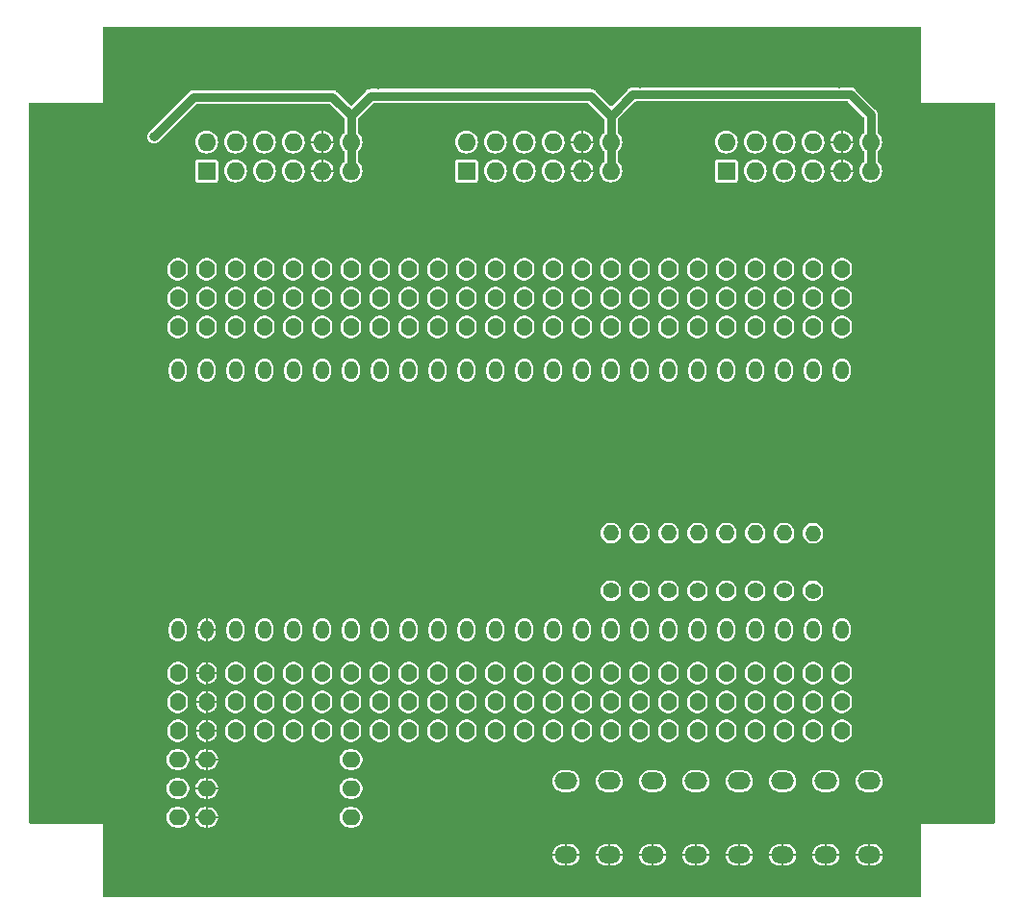
<source format=gbl>
%TF.GenerationSoftware,KiCad,Pcbnew,(7.0.0)*%
%TF.CreationDate,2023-03-12T18:50:35+09:00*%
%TF.ProjectId,TangNano_PmodBase,54616e67-4e61-46e6-9f5f-506d6f644261,rev?*%
%TF.SameCoordinates,Original*%
%TF.FileFunction,Copper,L2,Bot*%
%TF.FilePolarity,Positive*%
%FSLAX46Y46*%
G04 Gerber Fmt 4.6, Leading zero omitted, Abs format (unit mm)*
G04 Created by KiCad (PCBNEW (7.0.0)) date 2023-03-12 18:50:35*
%MOMM*%
%LPD*%
G01*
G04 APERTURE LIST*
%TA.AperFunction,ComponentPad*%
%ADD10R,1.600000X1.600000*%
%TD*%
%TA.AperFunction,ComponentPad*%
%ADD11O,1.600000X1.600000*%
%TD*%
%TA.AperFunction,ComponentPad*%
%ADD12O,2.000000X1.500000*%
%TD*%
%TA.AperFunction,ComponentPad*%
%ADD13C,1.400000*%
%TD*%
%TA.AperFunction,ComponentPad*%
%ADD14O,1.400000X1.400000*%
%TD*%
%TA.AperFunction,ComponentPad*%
%ADD15O,1.600000X1.400000*%
%TD*%
%TA.AperFunction,ComponentPad*%
%ADD16O,1.400000X1.600000*%
%TD*%
%TA.AperFunction,ComponentPad*%
%ADD17O,1.200000X1.600000*%
%TD*%
%TA.AperFunction,ViaPad*%
%ADD18C,0.800000*%
%TD*%
%TA.AperFunction,Conductor*%
%ADD19C,0.800000*%
%TD*%
G04 APERTURE END LIST*
D10*
%TO.P,J7,1,Pin_1*%
%TO.N,/PMOD2_P1_PIN32*%
X87139999Y-41029999D03*
D11*
%TO.P,J7,2,Pin_2*%
%TO.N,/PMOD2_P2_PIN57*%
X89679999Y-41029999D03*
%TO.P,J7,3,Pin_3*%
%TO.N,/PMOD2_P3_PIN55*%
X92219999Y-41029999D03*
%TO.P,J7,4,Pin_4*%
%TO.N,/PMOD2_P4_PIN53*%
X94759999Y-41029999D03*
%TO.P,J7,5,Pin_5*%
%TO.N,GND*%
X97299999Y-41029999D03*
%TO.P,J7,6,Pin_6*%
%TO.N,+3V3*%
X99839999Y-41029999D03*
%TO.P,J7,7,Pin_7*%
%TO.N,/PMOD2_P7_PIN31*%
X87139999Y-38489999D03*
%TO.P,J7,8,Pin_8*%
%TO.N,/PMOD2_P8_PIN56*%
X89679999Y-38489999D03*
%TO.P,J7,9,Pin_9*%
%TO.N,/PMOD2_P9_PIN54*%
X92219999Y-38489999D03*
%TO.P,J7,10,Pin_10*%
%TO.N,/PMOD2_P10_PIN51*%
X94759999Y-38489999D03*
%TO.P,J7,11,Pin_11*%
%TO.N,GND*%
X97299999Y-38489999D03*
%TO.P,J7,12,Pin_12*%
%TO.N,+3V3*%
X99839999Y-38489999D03*
%TD*%
D12*
%TO.P,SW7,1,1*%
%TO.N,Net-(R7-Pad2)*%
X122569999Y-94749999D03*
%TO.P,SW7,2,2*%
%TO.N,GND*%
X122569999Y-101249999D03*
%TD*%
D10*
%TO.P,J6,1,Pin_1*%
%TO.N,/PMOD1_P1_PIN42*%
X109999999Y-41029999D03*
D11*
%TO.P,J6,2,Pin_2*%
%TO.N,/PMOD1_P2_PIN35*%
X112539999Y-41029999D03*
%TO.P,J6,3,Pin_3*%
%TO.N,/PMOD1_P3_PIN34*%
X115079999Y-41029999D03*
%TO.P,J6,4,Pin_4*%
%TO.N,/PMOD1_P4_PIN30*%
X117619999Y-41029999D03*
%TO.P,J6,5,Pin_5*%
%TO.N,GND*%
X120159999Y-41029999D03*
%TO.P,J6,6,Pin_6*%
%TO.N,+3V3*%
X122699999Y-41029999D03*
%TO.P,J6,7,Pin_7*%
%TO.N,/PMOD1_P7_PIN41*%
X109999999Y-38489999D03*
%TO.P,J6,8,Pin_8*%
%TO.N,/PMOD1_P8_PIN40*%
X112539999Y-38489999D03*
%TO.P,J6,9,Pin_9*%
%TO.N,/PMOD1_P9_PIN33*%
X115079999Y-38489999D03*
%TO.P,J6,10,Pin_10*%
%TO.N,/PMOD1_P10_PIN29*%
X117619999Y-38489999D03*
%TO.P,J6,11,Pin_11*%
%TO.N,GND*%
X120159999Y-38489999D03*
%TO.P,J6,12,Pin_12*%
%TO.N,+3V3*%
X122699999Y-38489999D03*
%TD*%
D13*
%TO.P,R5,1*%
%TO.N,/PIN82_1V8*%
X130320000Y-77995000D03*
D14*
%TO.P,R5,2*%
%TO.N,Net-(R5-Pad2)*%
X130319999Y-72914999D03*
%TD*%
D15*
%TO.P,J11,1,Pin_1*%
%TO.N,GND*%
X87139999Y-92859999D03*
%TO.P,J11,2,Pin_2*%
X87139999Y-95399999D03*
%TO.P,J11,3,Pin_3*%
X87139999Y-97939999D03*
%TD*%
D13*
%TO.P,R2,1*%
%TO.N,/PIN85_1V8*%
X137940000Y-77995000D03*
D14*
%TO.P,R2,2*%
%TO.N,Net-(R2-Pad2)*%
X137939999Y-72914999D03*
%TD*%
D13*
%TO.P,R8,1*%
%TO.N,/PIN79_1V8*%
X122700000Y-77995000D03*
D14*
%TO.P,R8,2*%
%TO.N,Net-(R8-Pad2)*%
X122699999Y-72914999D03*
%TD*%
D13*
%TO.P,R1,1*%
%TO.N,/PIN86_BL_PWM_1V8*%
X140480000Y-78000000D03*
D14*
%TO.P,R1,2*%
%TO.N,Net-(R1-Pad2)*%
X140479999Y-72919999D03*
%TD*%
D13*
%TO.P,R3,1*%
%TO.N,/PIN84_1V8*%
X135400000Y-77995000D03*
D14*
%TO.P,R3,2*%
%TO.N,Net-(R3-Pad2)*%
X135399999Y-72914999D03*
%TD*%
D12*
%TO.P,SW5,1,1*%
%TO.N,Net-(R5-Pad2)*%
X130189999Y-94749999D03*
%TO.P,SW5,2,2*%
%TO.N,GND*%
X130189999Y-101249999D03*
%TD*%
D13*
%TO.P,R6,1*%
%TO.N,/PIN81_1V8*%
X127780000Y-77995000D03*
D14*
%TO.P,R6,2*%
%TO.N,Net-(R6-Pad2)*%
X127779999Y-72914999D03*
%TD*%
D16*
%TO.P,J8,1,Pin_1*%
%TO.N,/PMOD0_P10_PIN38*%
X143019999Y-49679999D03*
%TO.P,J8,2,Pin_2*%
%TO.N,/PMOD0_P4_PIN37*%
X140479999Y-49679999D03*
%TO.P,J8,3,Pin_3*%
%TO.N,/PMOD0_P9_PIN36*%
X137939999Y-49679999D03*
%TO.P,J8,4,Pin_4*%
%TO.N,/PMOD0_P3_PIN39*%
X135399999Y-49679999D03*
%TO.P,J8,5,Pin_5*%
%TO.N,/PMOD0_P8_PIN25*%
X132859999Y-49679999D03*
%TO.P,J8,6,Pin_6*%
%TO.N,/PMOD0_P2_PIN26*%
X130319999Y-49679999D03*
%TO.P,J8,7,Pin_7*%
%TO.N,/PMOD0_P7_PIN27*%
X127779999Y-49679999D03*
%TO.P,J8,8,Pin_8*%
%TO.N,/PMOD0_P1_PIN28*%
X125239999Y-49679999D03*
%TO.P,J8,9,Pin_9*%
%TO.N,/PMOD1_P10_PIN29*%
X122699999Y-49679999D03*
%TO.P,J8,10,Pin_10*%
%TO.N,/PMOD1_P4_PIN30*%
X120159999Y-49679999D03*
%TO.P,J8,11,Pin_11*%
%TO.N,/PMOD1_P9_PIN33*%
X117619999Y-49679999D03*
%TO.P,J8,12,Pin_12*%
%TO.N,/PMOD1_P3_PIN34*%
X115079999Y-49679999D03*
%TO.P,J8,13,Pin_13*%
%TO.N,/PMOD1_P8_PIN40*%
X112539999Y-49679999D03*
%TO.P,J8,14,Pin_14*%
%TO.N,/PMOD1_P2_PIN35*%
X109999999Y-49679999D03*
%TO.P,J8,15,Pin_15*%
%TO.N,/PMOD1_P7_PIN41*%
X107459999Y-49679999D03*
%TO.P,J8,16,Pin_16*%
%TO.N,/PMOD1_P1_PIN42*%
X104919999Y-49679999D03*
%TO.P,J8,17,Pin_17*%
%TO.N,/PMOD2_P10_PIN51*%
X102379999Y-49679999D03*
%TO.P,J8,18,Pin_18*%
%TO.N,/PMOD2_P4_PIN53*%
X99839999Y-49679999D03*
%TO.P,J8,19,Pin_19*%
%TO.N,/PMOD2_P9_PIN54*%
X97299999Y-49679999D03*
%TO.P,J8,20,Pin_20*%
%TO.N,/PMOD2_P3_PIN55*%
X94759999Y-49679999D03*
%TO.P,J8,21,Pin_21*%
%TO.N,/PMOD2_P8_PIN56*%
X92219999Y-49679999D03*
%TO.P,J8,22,Pin_22*%
%TO.N,/PMOD2_P2_PIN57*%
X89679999Y-49679999D03*
%TO.P,J8,23,Pin_23*%
%TO.N,/HDMI_CK_N*%
X87139999Y-49679999D03*
%TO.P,J8,24,Pin_24*%
%TO.N,/HDMI_CK_P*%
X84599999Y-49679999D03*
%TD*%
D12*
%TO.P,SW8,1,1*%
%TO.N,Net-(R8-Pad2)*%
X118759999Y-94749999D03*
%TO.P,SW8,2,2*%
%TO.N,GND*%
X118759999Y-101249999D03*
%TD*%
D16*
%TO.P,J3,1,Pin_1*%
%TO.N,/PIN63_RGBINIT*%
X143019999Y-87779999D03*
%TO.P,J3,2,Pin_2*%
%TO.N,/PIN86_BL_PWM_1V8*%
X140479999Y-87779999D03*
%TO.P,J3,3,Pin_3*%
%TO.N,/PIN85_1V8*%
X137939999Y-87779999D03*
%TO.P,J3,4,Pin_4*%
%TO.N,/PIN84_1V8*%
X135399999Y-87779999D03*
%TO.P,J3,5,Pin_5*%
%TO.N,/PIN83_1V8*%
X132859999Y-87779999D03*
%TO.P,J3,6,Pin_6*%
%TO.N,/PIN82_1V8*%
X130319999Y-87779999D03*
%TO.P,J3,7,Pin_7*%
%TO.N,/PIN81_1V8*%
X127779999Y-87779999D03*
%TO.P,J3,8,Pin_8*%
%TO.N,/PIN80_1V8*%
X125239999Y-87779999D03*
%TO.P,J3,9,Pin_9*%
%TO.N,/PIN79_1V8*%
X122699999Y-87779999D03*
%TO.P,J3,10,Pin_10*%
%TO.N,/PIN77_SPILCD_MO*%
X120159999Y-87779999D03*
%TO.P,J3,11,Pin_11*%
%TO.N,/PIN76_SPILCD_MCLK*%
X117619999Y-87779999D03*
%TO.P,J3,12,Pin_12*%
%TO.N,/HDMI_D2_P*%
X115079999Y-87779999D03*
%TO.P,J3,13,Pin_13*%
%TO.N,/HDMI_D2_N*%
X112539999Y-87779999D03*
%TO.P,J3,14,Pin_14*%
%TO.N,/HDMI_D1_P*%
X109999999Y-87779999D03*
%TO.P,J3,15,Pin_15*%
%TO.N,/HDMI_D1_N*%
X107459999Y-87779999D03*
%TO.P,J3,16,Pin_16*%
%TO.N,/HDMI_D0_P*%
X104919999Y-87779999D03*
%TO.P,J3,17,Pin_17*%
%TO.N,/HDMI_D0_N*%
X102379999Y-87779999D03*
%TO.P,J3,18,Pin_18*%
%TO.N,/+5V*%
X99839999Y-87779999D03*
%TO.P,J3,19,Pin_19*%
%TO.N,/PIN48_SPILCD_CS*%
X97299999Y-87779999D03*
%TO.P,J3,20,Pin_20*%
%TO.N,/PIN49_SPILCD_RS*%
X94759999Y-87779999D03*
%TO.P,J3,21,Pin_21*%
%TO.N,/PMOD2_P7_PIN31*%
X92219999Y-87779999D03*
%TO.P,J3,22,Pin_22*%
%TO.N,/PMOD2_P1_PIN32*%
X89679999Y-87779999D03*
%TO.P,J3,23,Pin_23*%
%TO.N,GND*%
X87139999Y-87779999D03*
%TO.P,J3,24,Pin_24*%
%TO.N,+3V3*%
X84599999Y-87779999D03*
%TD*%
%TO.P,J4,1,Pin_1*%
%TO.N,/PIN63_RGBINIT*%
X143019999Y-90319999D03*
%TO.P,J4,2,Pin_2*%
%TO.N,/PIN86_BL_PWM_1V8*%
X140479999Y-90319999D03*
%TO.P,J4,3,Pin_3*%
%TO.N,/PIN85_1V8*%
X137939999Y-90319999D03*
%TO.P,J4,4,Pin_4*%
%TO.N,/PIN84_1V8*%
X135399999Y-90319999D03*
%TO.P,J4,5,Pin_5*%
%TO.N,/PIN83_1V8*%
X132859999Y-90319999D03*
%TO.P,J4,6,Pin_6*%
%TO.N,/PIN82_1V8*%
X130319999Y-90319999D03*
%TO.P,J4,7,Pin_7*%
%TO.N,/PIN81_1V8*%
X127779999Y-90319999D03*
%TO.P,J4,8,Pin_8*%
%TO.N,/PIN80_1V8*%
X125239999Y-90319999D03*
%TO.P,J4,9,Pin_9*%
%TO.N,/PIN79_1V8*%
X122699999Y-90319999D03*
%TO.P,J4,10,Pin_10*%
%TO.N,/PIN77_SPILCD_MO*%
X120159999Y-90319999D03*
%TO.P,J4,11,Pin_11*%
%TO.N,/PIN76_SPILCD_MCLK*%
X117619999Y-90319999D03*
%TO.P,J4,12,Pin_12*%
%TO.N,/HDMI_D2_P*%
X115079999Y-90319999D03*
%TO.P,J4,13,Pin_13*%
%TO.N,/HDMI_D2_N*%
X112539999Y-90319999D03*
%TO.P,J4,14,Pin_14*%
%TO.N,/HDMI_D1_P*%
X109999999Y-90319999D03*
%TO.P,J4,15,Pin_15*%
%TO.N,/HDMI_D1_N*%
X107459999Y-90319999D03*
%TO.P,J4,16,Pin_16*%
%TO.N,/HDMI_D0_P*%
X104919999Y-90319999D03*
%TO.P,J4,17,Pin_17*%
%TO.N,/HDMI_D0_N*%
X102379999Y-90319999D03*
%TO.P,J4,18,Pin_18*%
%TO.N,/+5V*%
X99839999Y-90319999D03*
%TO.P,J4,19,Pin_19*%
%TO.N,/PIN48_SPILCD_CS*%
X97299999Y-90319999D03*
%TO.P,J4,20,Pin_20*%
%TO.N,/PIN49_SPILCD_RS*%
X94759999Y-90319999D03*
%TO.P,J4,21,Pin_21*%
%TO.N,/PMOD2_P7_PIN31*%
X92219999Y-90319999D03*
%TO.P,J4,22,Pin_22*%
%TO.N,/PMOD2_P1_PIN32*%
X89679999Y-90319999D03*
%TO.P,J4,23,Pin_23*%
%TO.N,GND*%
X87139999Y-90319999D03*
%TO.P,J4,24,Pin_24*%
%TO.N,+3V3*%
X84599999Y-90319999D03*
%TD*%
D12*
%TO.P,SW4,1,1*%
%TO.N,Net-(R4-Pad2)*%
X133999999Y-94749999D03*
%TO.P,SW4,2,2*%
%TO.N,GND*%
X133999999Y-101249999D03*
%TD*%
D13*
%TO.P,R7,1*%
%TO.N,/PIN80_1V8*%
X125240000Y-77995000D03*
D14*
%TO.P,R7,2*%
%TO.N,Net-(R7-Pad2)*%
X125239999Y-72914999D03*
%TD*%
D12*
%TO.P,SW1,1,1*%
%TO.N,Net-(R1-Pad2)*%
X145429999Y-94749999D03*
%TO.P,SW1,2,2*%
%TO.N,GND*%
X145429999Y-101249999D03*
%TD*%
D16*
%TO.P,J2,1,Pin_1*%
%TO.N,/PMOD0_P10_PIN38*%
X143019999Y-54759999D03*
%TO.P,J2,2,Pin_2*%
%TO.N,/PMOD0_P4_PIN37*%
X140479999Y-54759999D03*
%TO.P,J2,3,Pin_3*%
%TO.N,/PMOD0_P9_PIN36*%
X137939999Y-54759999D03*
%TO.P,J2,4,Pin_4*%
%TO.N,/PMOD0_P3_PIN39*%
X135399999Y-54759999D03*
%TO.P,J2,5,Pin_5*%
%TO.N,/PMOD0_P8_PIN25*%
X132859999Y-54759999D03*
%TO.P,J2,6,Pin_6*%
%TO.N,/PMOD0_P2_PIN26*%
X130319999Y-54759999D03*
%TO.P,J2,7,Pin_7*%
%TO.N,/PMOD0_P7_PIN27*%
X127779999Y-54759999D03*
%TO.P,J2,8,Pin_8*%
%TO.N,/PMOD0_P1_PIN28*%
X125239999Y-54759999D03*
%TO.P,J2,9,Pin_9*%
%TO.N,/PMOD1_P10_PIN29*%
X122699999Y-54759999D03*
%TO.P,J2,10,Pin_10*%
%TO.N,/PMOD1_P4_PIN30*%
X120159999Y-54759999D03*
%TO.P,J2,11,Pin_11*%
%TO.N,/PMOD1_P9_PIN33*%
X117619999Y-54759999D03*
%TO.P,J2,12,Pin_12*%
%TO.N,/PMOD1_P3_PIN34*%
X115079999Y-54759999D03*
%TO.P,J2,13,Pin_13*%
%TO.N,/PMOD1_P8_PIN40*%
X112539999Y-54759999D03*
%TO.P,J2,14,Pin_14*%
%TO.N,/PMOD1_P2_PIN35*%
X109999999Y-54759999D03*
%TO.P,J2,15,Pin_15*%
%TO.N,/PMOD1_P7_PIN41*%
X107459999Y-54759999D03*
%TO.P,J2,16,Pin_16*%
%TO.N,/PMOD1_P1_PIN42*%
X104919999Y-54759999D03*
%TO.P,J2,17,Pin_17*%
%TO.N,/PMOD2_P10_PIN51*%
X102379999Y-54759999D03*
%TO.P,J2,18,Pin_18*%
%TO.N,/PMOD2_P4_PIN53*%
X99839999Y-54759999D03*
%TO.P,J2,19,Pin_19*%
%TO.N,/PMOD2_P9_PIN54*%
X97299999Y-54759999D03*
%TO.P,J2,20,Pin_20*%
%TO.N,/PMOD2_P3_PIN55*%
X94759999Y-54759999D03*
%TO.P,J2,21,Pin_21*%
%TO.N,/PMOD2_P8_PIN56*%
X92219999Y-54759999D03*
%TO.P,J2,22,Pin_22*%
%TO.N,/PMOD2_P2_PIN57*%
X89679999Y-54759999D03*
%TO.P,J2,23,Pin_23*%
%TO.N,/HDMI_CK_N*%
X87139999Y-54759999D03*
%TO.P,J2,24,Pin_24*%
%TO.N,/HDMI_CK_P*%
X84599999Y-54759999D03*
%TD*%
D12*
%TO.P,SW3,1,1*%
%TO.N,Net-(R3-Pad2)*%
X137809999Y-94749999D03*
%TO.P,SW3,2,2*%
%TO.N,GND*%
X137809999Y-101249999D03*
%TD*%
D13*
%TO.P,R4,1*%
%TO.N,/PIN83_1V8*%
X132860000Y-77995000D03*
D14*
%TO.P,R4,2*%
%TO.N,Net-(R4-Pad2)*%
X132859999Y-72914999D03*
%TD*%
D16*
%TO.P,J1,1,Pin_1*%
%TO.N,/PMOD0_P10_PIN38*%
X143019999Y-52219999D03*
%TO.P,J1,2,Pin_2*%
%TO.N,/PMOD0_P4_PIN37*%
X140479999Y-52219999D03*
%TO.P,J1,3,Pin_3*%
%TO.N,/PMOD0_P9_PIN36*%
X137939999Y-52219999D03*
%TO.P,J1,4,Pin_4*%
%TO.N,/PMOD0_P3_PIN39*%
X135399999Y-52219999D03*
%TO.P,J1,5,Pin_5*%
%TO.N,/PMOD0_P8_PIN25*%
X132859999Y-52219999D03*
%TO.P,J1,6,Pin_6*%
%TO.N,/PMOD0_P2_PIN26*%
X130319999Y-52219999D03*
%TO.P,J1,7,Pin_7*%
%TO.N,/PMOD0_P7_PIN27*%
X127779999Y-52219999D03*
%TO.P,J1,8,Pin_8*%
%TO.N,/PMOD0_P1_PIN28*%
X125239999Y-52219999D03*
%TO.P,J1,9,Pin_9*%
%TO.N,/PMOD1_P10_PIN29*%
X122699999Y-52219999D03*
%TO.P,J1,10,Pin_10*%
%TO.N,/PMOD1_P4_PIN30*%
X120159999Y-52219999D03*
%TO.P,J1,11,Pin_11*%
%TO.N,/PMOD1_P9_PIN33*%
X117619999Y-52219999D03*
%TO.P,J1,12,Pin_12*%
%TO.N,/PMOD1_P3_PIN34*%
X115079999Y-52219999D03*
%TO.P,J1,13,Pin_13*%
%TO.N,/PMOD1_P8_PIN40*%
X112539999Y-52219999D03*
%TO.P,J1,14,Pin_14*%
%TO.N,/PMOD1_P2_PIN35*%
X109999999Y-52219999D03*
%TO.P,J1,15,Pin_15*%
%TO.N,/PMOD1_P7_PIN41*%
X107459999Y-52219999D03*
%TO.P,J1,16,Pin_16*%
%TO.N,/PMOD1_P1_PIN42*%
X104919999Y-52219999D03*
%TO.P,J1,17,Pin_17*%
%TO.N,/PMOD2_P10_PIN51*%
X102379999Y-52219999D03*
%TO.P,J1,18,Pin_18*%
%TO.N,/PMOD2_P4_PIN53*%
X99839999Y-52219999D03*
%TO.P,J1,19,Pin_19*%
%TO.N,/PMOD2_P9_PIN54*%
X97299999Y-52219999D03*
%TO.P,J1,20,Pin_20*%
%TO.N,/PMOD2_P3_PIN55*%
X94759999Y-52219999D03*
%TO.P,J1,21,Pin_21*%
%TO.N,/PMOD2_P8_PIN56*%
X92219999Y-52219999D03*
%TO.P,J1,22,Pin_22*%
%TO.N,/PMOD2_P2_PIN57*%
X89679999Y-52219999D03*
%TO.P,J1,23,Pin_23*%
%TO.N,/HDMI_CK_N*%
X87139999Y-52219999D03*
%TO.P,J1,24,Pin_24*%
%TO.N,/HDMI_CK_P*%
X84599999Y-52219999D03*
%TD*%
D17*
%TO.P,U1,1,PIN38_IOB31B_TF_CS*%
%TO.N,/PMOD0_P10_PIN38*%
X143019999Y-58569999D03*
%TO.P,U1,2,PIN37_IOB31A_TF_MOSI*%
%TO.N,/PMOD0_P4_PIN37*%
X140479999Y-58569999D03*
%TO.P,U1,3,PIN36_IOB29B_TF_SCLK*%
%TO.N,/PMOD0_P9_PIN36*%
X137939999Y-58569999D03*
%TO.P,U1,4,PIN39_IOB33A_TF_MISO*%
%TO.N,/PMOD0_P3_PIN39*%
X135399999Y-58569999D03*
%TO.P,U1,5,PIN25_IOB8A*%
%TO.N,/PMOD0_P8_PIN25*%
X132859999Y-58569999D03*
%TO.P,U1,6,PIN26_IOB8B*%
%TO.N,/PMOD0_P2_PIN26*%
X130319999Y-58569999D03*
%TO.P,U1,7,PIN27_IOB11A*%
%TO.N,/PMOD0_P7_PIN27*%
X127779999Y-58569999D03*
%TO.P,U1,8,PIN28_IOB11B*%
%TO.N,/PMOD0_P1_PIN28*%
X125239999Y-58569999D03*
%TO.P,U1,9,PIN29_IOB13A*%
%TO.N,/PMOD1_P10_PIN29*%
X122699999Y-58569999D03*
%TO.P,U1,10,PIN30_IOB13B*%
%TO.N,/PMOD1_P4_PIN30*%
X120159999Y-58569999D03*
%TO.P,U1,11,PIN33_IOB23A_RGB_DE*%
%TO.N,/PMOD1_P9_PIN33*%
X117619999Y-58569999D03*
%TO.P,U1,12,PIN34_IOB23B_RGB_VS*%
%TO.N,/PMOD1_P3_PIN34*%
X115079999Y-58569999D03*
%TO.P,U1,13,PIN40_IOB33B_RGB_HS*%
%TO.N,/PMOD1_P8_PIN40*%
X112539999Y-58569999D03*
%TO.P,U1,14,PIN35_IOB29A_RGB_CK*%
%TO.N,/PMOD1_P2_PIN35*%
X109999999Y-58569999D03*
%TO.P,U1,15,PIN41_IOB41A_RGB_B7*%
%TO.N,/PMOD1_P7_PIN41*%
X107459999Y-58569999D03*
%TO.P,U1,16,PIN42_IOB41B_RGB_B6*%
%TO.N,/PMOD1_P1_PIN42*%
X104919999Y-58569999D03*
%TO.P,U1,17,PIN51_IOR17B_RGB_B5*%
%TO.N,/PMOD2_P10_PIN51*%
X102379999Y-58569999D03*
%TO.P,U1,18,PIN53_IOR15B_RGB_B4*%
%TO.N,/PMOD2_P4_PIN53*%
X99839999Y-58569999D03*
%TO.P,U1,19,PIN54_IOR15A_RGB_B3*%
%TO.N,/PMOD2_P9_PIN54*%
X97299999Y-58569999D03*
%TO.P,U1,20,PIN55_IOR14B_RGB_G7*%
%TO.N,/PMOD2_P3_PIN55*%
X94759999Y-58569999D03*
%TO.P,U1,21,PIN56_IOR14A_RGB_G6*%
%TO.N,/PMOD2_P8_PIN56*%
X92219999Y-58569999D03*
%TO.P,U1,22,PIN57_IOR13A_RGB_G5*%
%TO.N,/PMOD2_P2_PIN57*%
X89679999Y-58569999D03*
%TO.P,U1,23,HDMI_CK_N*%
%TO.N,/HDMI_CK_N*%
X87139999Y-58569999D03*
%TO.P,U1,24,HDMI_CK_P*%
%TO.N,/HDMI_CK_P*%
X84599999Y-58569999D03*
%TO.P,U1,25,+3V3*%
%TO.N,+3V3*%
X84599999Y-81429999D03*
%TO.P,U1,26,GND*%
%TO.N,GND*%
X87139999Y-81429999D03*
%TO.P,U1,27,PIN32_IOB15B_RGBINIT*%
%TO.N,/PMOD2_P1_PIN32*%
X89679999Y-81429999D03*
%TO.P,U1,28,PIN31_IOB15A_RGBINIT*%
%TO.N,/PMOD2_P7_PIN31*%
X92219999Y-81429999D03*
%TO.P,U1,29,PIN49_IOR24A_SPILCD_RS*%
%TO.N,/PIN49_SPILCD_RS*%
X94759999Y-81429999D03*
%TO.P,U1,30,PIN48_IOR24B_SPILCD_CS*%
%TO.N,/PIN48_SPILCD_CS*%
X97299999Y-81429999D03*
%TO.P,U1,31,+5V*%
%TO.N,/+5V*%
X99839999Y-81429999D03*
%TO.P,U1,32,HDMI_D0_N*%
%TO.N,/HDMI_D0_N*%
X102379999Y-81429999D03*
%TO.P,U1,33,HDMI_D0_P*%
%TO.N,/HDMI_D0_P*%
X104919999Y-81429999D03*
%TO.P,U1,34,HDMI_D1_N*%
%TO.N,/HDMI_D1_N*%
X107459999Y-81429999D03*
%TO.P,U1,35,HDMI_D1_P*%
%TO.N,/HDMI_D1_P*%
X109999999Y-81429999D03*
%TO.P,U1,36,HDMI_D2_N*%
%TO.N,/HDMI_D2_N*%
X112539999Y-81429999D03*
%TO.P,U1,37,HDMI_D2_P*%
%TO.N,/HDMI_D2_P*%
X115079999Y-81429999D03*
%TO.P,U1,38,PIN76_IOT37B_SPILCD_MCLK*%
%TO.N,/PIN76_SPILCD_MCLK*%
X117619999Y-81429999D03*
%TO.P,U1,39,PIN77_IOT37A_SPILCD_MO*%
%TO.N,/PIN77_SPILCD_MO*%
X120159999Y-81429999D03*
%TO.P,U1,40,PIN79_IOT12B_1V8*%
%TO.N,/PIN79_1V8*%
X122699999Y-81429999D03*
%TO.P,U1,41,PIN80_IOT12A_1V8*%
%TO.N,/PIN80_1V8*%
X125239999Y-81429999D03*
%TO.P,U1,42,PIN81_IOT11B_1V8*%
%TO.N,/PIN81_1V8*%
X127779999Y-81429999D03*
%TO.P,U1,43,PIN82_IOT11A_1V8*%
%TO.N,/PIN82_1V8*%
X130319999Y-81429999D03*
%TO.P,U1,44,PIN83_IOT11B_1V8*%
%TO.N,/PIN83_1V8*%
X132859999Y-81429999D03*
%TO.P,U1,45,PIN84_IOT10A_1V8*%
%TO.N,/PIN84_1V8*%
X135399999Y-81429999D03*
%TO.P,U1,46,PIN85_IOT8B_1V8*%
%TO.N,/PIN85_1V8*%
X137939999Y-81429999D03*
%TO.P,U1,47,PIN86_IOT8A_BL_PWM_1V8*%
%TO.N,/PIN86_BL_PWM_1V8*%
X140479999Y-81429999D03*
%TO.P,U1,48,PIN63_IOR5A_RGBINIT*%
%TO.N,/PIN63_RGBINIT*%
X143019999Y-81429999D03*
%TD*%
D12*
%TO.P,SW6,1,1*%
%TO.N,Net-(R6-Pad2)*%
X126379999Y-94749999D03*
%TO.P,SW6,2,2*%
%TO.N,GND*%
X126379999Y-101249999D03*
%TD*%
D15*
%TO.P,J12,1,Pin_1*%
%TO.N,/+5V*%
X99839999Y-92859999D03*
%TO.P,J12,2,Pin_2*%
X99839999Y-95399999D03*
%TO.P,J12,3,Pin_3*%
X99839999Y-97939999D03*
%TD*%
D12*
%TO.P,SW2,1,1*%
%TO.N,Net-(R2-Pad2)*%
X141619999Y-94749999D03*
%TO.P,SW2,2,2*%
%TO.N,GND*%
X141619999Y-101249999D03*
%TD*%
D10*
%TO.P,J5,1,Pin_1*%
%TO.N,/PMOD0_P1_PIN28*%
X132859999Y-41029999D03*
D11*
%TO.P,J5,2,Pin_2*%
%TO.N,/PMOD0_P2_PIN26*%
X135399999Y-41029999D03*
%TO.P,J5,3,Pin_3*%
%TO.N,/PMOD0_P3_PIN39*%
X137939999Y-41029999D03*
%TO.P,J5,4,Pin_4*%
%TO.N,/PMOD0_P4_PIN37*%
X140479999Y-41029999D03*
%TO.P,J5,5,Pin_5*%
%TO.N,GND*%
X143019999Y-41029999D03*
%TO.P,J5,6,Pin_6*%
%TO.N,+3V3*%
X145559999Y-41029999D03*
%TO.P,J5,7,Pin_7*%
%TO.N,/PMOD0_P7_PIN27*%
X132859999Y-38489999D03*
%TO.P,J5,8,Pin_8*%
%TO.N,/PMOD0_P8_PIN25*%
X135399999Y-38489999D03*
%TO.P,J5,9,Pin_9*%
%TO.N,/PMOD0_P9_PIN36*%
X137939999Y-38489999D03*
%TO.P,J5,10,Pin_10*%
%TO.N,/PMOD0_P10_PIN38*%
X140479999Y-38489999D03*
%TO.P,J5,11,Pin_11*%
%TO.N,GND*%
X143019999Y-38489999D03*
%TO.P,J5,12,Pin_12*%
%TO.N,+3V3*%
X145559999Y-38489999D03*
%TD*%
D16*
%TO.P,J9,1,Pin_1*%
%TO.N,/PIN63_RGBINIT*%
X143019999Y-85239999D03*
%TO.P,J9,2,Pin_2*%
%TO.N,/PIN86_BL_PWM_1V8*%
X140479999Y-85239999D03*
%TO.P,J9,3,Pin_3*%
%TO.N,/PIN85_1V8*%
X137939999Y-85239999D03*
%TO.P,J9,4,Pin_4*%
%TO.N,/PIN84_1V8*%
X135399999Y-85239999D03*
%TO.P,J9,5,Pin_5*%
%TO.N,/PIN83_1V8*%
X132859999Y-85239999D03*
%TO.P,J9,6,Pin_6*%
%TO.N,/PIN82_1V8*%
X130319999Y-85239999D03*
%TO.P,J9,7,Pin_7*%
%TO.N,/PIN81_1V8*%
X127779999Y-85239999D03*
%TO.P,J9,8,Pin_8*%
%TO.N,/PIN80_1V8*%
X125239999Y-85239999D03*
%TO.P,J9,9,Pin_9*%
%TO.N,/PIN79_1V8*%
X122699999Y-85239999D03*
%TO.P,J9,10,Pin_10*%
%TO.N,/PIN77_SPILCD_MO*%
X120159999Y-85239999D03*
%TO.P,J9,11,Pin_11*%
%TO.N,/PIN76_SPILCD_MCLK*%
X117619999Y-85239999D03*
%TO.P,J9,12,Pin_12*%
%TO.N,/HDMI_D2_P*%
X115079999Y-85239999D03*
%TO.P,J9,13,Pin_13*%
%TO.N,/HDMI_D2_N*%
X112539999Y-85239999D03*
%TO.P,J9,14,Pin_14*%
%TO.N,/HDMI_D1_P*%
X109999999Y-85239999D03*
%TO.P,J9,15,Pin_15*%
%TO.N,/HDMI_D1_N*%
X107459999Y-85239999D03*
%TO.P,J9,16,Pin_16*%
%TO.N,/HDMI_D0_P*%
X104919999Y-85239999D03*
%TO.P,J9,17,Pin_17*%
%TO.N,/HDMI_D0_N*%
X102379999Y-85239999D03*
%TO.P,J9,18,Pin_18*%
%TO.N,/+5V*%
X99839999Y-85239999D03*
%TO.P,J9,19,Pin_19*%
%TO.N,/PIN48_SPILCD_CS*%
X97299999Y-85239999D03*
%TO.P,J9,20,Pin_20*%
%TO.N,/PIN49_SPILCD_RS*%
X94759999Y-85239999D03*
%TO.P,J9,21,Pin_21*%
%TO.N,/PMOD2_P7_PIN31*%
X92219999Y-85239999D03*
%TO.P,J9,22,Pin_22*%
%TO.N,/PMOD2_P1_PIN32*%
X89679999Y-85239999D03*
%TO.P,J9,23,Pin_23*%
%TO.N,GND*%
X87139999Y-85239999D03*
%TO.P,J9,24,Pin_24*%
%TO.N,+3V3*%
X84599999Y-85239999D03*
%TD*%
D15*
%TO.P,J10,1,Pin_1*%
%TO.N,+3V3*%
X84599999Y-92859999D03*
%TO.P,J10,2,Pin_2*%
X84599999Y-95399999D03*
%TO.P,J10,3,Pin_3*%
X84599999Y-97939999D03*
%TD*%
D18*
%TO.N,GND*%
X93100000Y-45500000D03*
X81500000Y-45700000D03*
X85100000Y-78500000D03*
X92400000Y-75400000D03*
X141400000Y-42700000D03*
X134100000Y-45900000D03*
X111500000Y-45600000D03*
X86000000Y-43400000D03*
X80200000Y-50400000D03*
X88800000Y-76600000D03*
X75700000Y-72200000D03*
X126500000Y-48400000D03*
X146600000Y-36600000D03*
X132200000Y-47800000D03*
X102200000Y-35500000D03*
X88900000Y-42800000D03*
X83600000Y-66700000D03*
X121700000Y-36900000D03*
X93100000Y-76900000D03*
X86500000Y-35600000D03*
X98600000Y-48500000D03*
X81700000Y-37200000D03*
X90900000Y-51000000D03*
X95600000Y-42700000D03*
X77100000Y-45000000D03*
X83600000Y-43600000D03*
X80200000Y-64500000D03*
X94200000Y-43900000D03*
X123700000Y-36900000D03*
X120300000Y-35500000D03*
X135600000Y-44400000D03*
X83600000Y-45800000D03*
X117100000Y-46500000D03*
X131400000Y-39700000D03*
X85700000Y-80100000D03*
X134384000Y-47900000D03*
X144500000Y-36600000D03*
X139600000Y-42700000D03*
X101100000Y-48500000D03*
X97500000Y-35600000D03*
X77100000Y-70600000D03*
X102200000Y-33400000D03*
X91400000Y-76900000D03*
X74900000Y-70600000D03*
X74900000Y-45000000D03*
X99800000Y-34600000D03*
X125300000Y-35400000D03*
X81500000Y-47900000D03*
X96000000Y-48600000D03*
X125300000Y-33300000D03*
X138100000Y-43200000D03*
X83800000Y-47900000D03*
X83600000Y-38900000D03*
X88400000Y-48300000D03*
X139200000Y-48400000D03*
X86500000Y-33500000D03*
X83600000Y-69000000D03*
X119800000Y-43400000D03*
X108600000Y-46000000D03*
X142800000Y-33300000D03*
X142200000Y-48200000D03*
X112900000Y-46700000D03*
X137200000Y-48400000D03*
X83500000Y-71300000D03*
X91700000Y-46500000D03*
X124000000Y-48300000D03*
X142800000Y-35300000D03*
X75700000Y-43300000D03*
X120300000Y-33300000D03*
X132600000Y-42700000D03*
X85900000Y-48300000D03*
X83500000Y-80100000D03*
X129300000Y-48500000D03*
X118500000Y-44500000D03*
X97500000Y-33400000D03*
%TO.N,+3V3*%
X82500000Y-38000000D03*
%TD*%
D19*
%TO.N,+3V3*%
X101580000Y-34400000D02*
X120900000Y-34400000D01*
X82500000Y-38000000D02*
X86000000Y-34500000D01*
X145560000Y-38490000D02*
X145560000Y-41030000D01*
X98200000Y-34500000D02*
X99840000Y-36140000D01*
X145560000Y-36060000D02*
X145560000Y-38490000D01*
X143800000Y-34300000D02*
X145560000Y-36060000D01*
X122700000Y-38490000D02*
X122700000Y-41030000D01*
X122700000Y-36200000D02*
X122700000Y-38490000D01*
X99840000Y-38490000D02*
X99840000Y-41030000D01*
X122700000Y-36200000D02*
X124600000Y-34300000D01*
X99840000Y-36140000D02*
X101580000Y-34400000D01*
X86000000Y-34500000D02*
X98200000Y-34500000D01*
X99840000Y-36140000D02*
X99840000Y-38490000D01*
X124600000Y-34300000D02*
X143800000Y-34300000D01*
X120900000Y-34400000D02*
X122700000Y-36200000D01*
%TD*%
%TA.AperFunction,Conductor*%
%TO.N,GND*%
G36*
X149950500Y-28343763D02*
G01*
X149986737Y-28380000D01*
X150000000Y-28429500D01*
X150000000Y-35000000D01*
X156400500Y-35000000D01*
X156450000Y-35013263D01*
X156486237Y-35049500D01*
X156499500Y-35099000D01*
X156499500Y-98401000D01*
X156486237Y-98450500D01*
X156450000Y-98486737D01*
X156400500Y-98500000D01*
X150000000Y-98500000D01*
X150000000Y-98513033D01*
X150000000Y-104900500D01*
X149986737Y-104950000D01*
X149950500Y-104986237D01*
X149901000Y-104999500D01*
X78099000Y-104999500D01*
X78049500Y-104986237D01*
X78013263Y-104950000D01*
X78000000Y-104900500D01*
X78000000Y-101364149D01*
X117566404Y-101364149D01*
X117584822Y-101484376D01*
X117587330Y-101494064D01*
X117650941Y-101665818D01*
X117655343Y-101674793D01*
X117752234Y-101830239D01*
X117758349Y-101838139D01*
X117884544Y-101970896D01*
X117892127Y-101977406D01*
X118042461Y-102082042D01*
X118051202Y-102086894D01*
X118219527Y-102159128D01*
X118229054Y-102162117D01*
X118408471Y-102198988D01*
X118418417Y-102200000D01*
X118646967Y-102200000D01*
X118657245Y-102197245D01*
X118660000Y-102186967D01*
X118860000Y-102186967D01*
X118862754Y-102197245D01*
X118873033Y-102200000D01*
X119055664Y-102200000D01*
X119060673Y-102199745D01*
X119197221Y-102185860D01*
X119207012Y-102183848D01*
X119381781Y-102129014D01*
X119390960Y-102125075D01*
X119551111Y-102036183D01*
X119559313Y-102030475D01*
X119698297Y-101911161D01*
X119705173Y-101903928D01*
X119817299Y-101759073D01*
X119822579Y-101750602D01*
X119903248Y-101586146D01*
X119906717Y-101576781D01*
X119952630Y-101399452D01*
X119954141Y-101389589D01*
X119955431Y-101364149D01*
X121376404Y-101364149D01*
X121394822Y-101484376D01*
X121397330Y-101494064D01*
X121460941Y-101665818D01*
X121465343Y-101674793D01*
X121562234Y-101830239D01*
X121568349Y-101838139D01*
X121694544Y-101970896D01*
X121702127Y-101977406D01*
X121852461Y-102082042D01*
X121861202Y-102086894D01*
X122029527Y-102159128D01*
X122039054Y-102162117D01*
X122218471Y-102198988D01*
X122228417Y-102200000D01*
X122456967Y-102200000D01*
X122467245Y-102197245D01*
X122470000Y-102186967D01*
X122670000Y-102186967D01*
X122672754Y-102197245D01*
X122683033Y-102200000D01*
X122865664Y-102200000D01*
X122870673Y-102199745D01*
X123007221Y-102185860D01*
X123017012Y-102183848D01*
X123191781Y-102129014D01*
X123200960Y-102125075D01*
X123361111Y-102036183D01*
X123369313Y-102030475D01*
X123508297Y-101911161D01*
X123515173Y-101903928D01*
X123627299Y-101759073D01*
X123632579Y-101750602D01*
X123713248Y-101586146D01*
X123716717Y-101576781D01*
X123762630Y-101399452D01*
X123764141Y-101389589D01*
X123765431Y-101364149D01*
X125186404Y-101364149D01*
X125204822Y-101484376D01*
X125207330Y-101494064D01*
X125270941Y-101665818D01*
X125275343Y-101674793D01*
X125372234Y-101830239D01*
X125378349Y-101838139D01*
X125504544Y-101970896D01*
X125512127Y-101977406D01*
X125662461Y-102082042D01*
X125671202Y-102086894D01*
X125839527Y-102159128D01*
X125849054Y-102162117D01*
X126028471Y-102198988D01*
X126038417Y-102200000D01*
X126266967Y-102200000D01*
X126277245Y-102197245D01*
X126280000Y-102186967D01*
X126480000Y-102186967D01*
X126482754Y-102197245D01*
X126493033Y-102200000D01*
X126675664Y-102200000D01*
X126680673Y-102199745D01*
X126817221Y-102185860D01*
X126827012Y-102183848D01*
X127001781Y-102129014D01*
X127010960Y-102125075D01*
X127171111Y-102036183D01*
X127179313Y-102030475D01*
X127318297Y-101911161D01*
X127325173Y-101903928D01*
X127437299Y-101759073D01*
X127442579Y-101750602D01*
X127523248Y-101586146D01*
X127526717Y-101576781D01*
X127572630Y-101399452D01*
X127574141Y-101389589D01*
X127575431Y-101364149D01*
X128996404Y-101364149D01*
X129014822Y-101484376D01*
X129017330Y-101494064D01*
X129080941Y-101665818D01*
X129085343Y-101674793D01*
X129182234Y-101830239D01*
X129188349Y-101838139D01*
X129314544Y-101970896D01*
X129322127Y-101977406D01*
X129472461Y-102082042D01*
X129481202Y-102086894D01*
X129649527Y-102159128D01*
X129659054Y-102162117D01*
X129838471Y-102198988D01*
X129848417Y-102200000D01*
X130076967Y-102200000D01*
X130087245Y-102197245D01*
X130090000Y-102186967D01*
X130290000Y-102186967D01*
X130292754Y-102197245D01*
X130303033Y-102200000D01*
X130485664Y-102200000D01*
X130490673Y-102199745D01*
X130627221Y-102185860D01*
X130637012Y-102183848D01*
X130811781Y-102129014D01*
X130820960Y-102125075D01*
X130981111Y-102036183D01*
X130989313Y-102030475D01*
X131128297Y-101911161D01*
X131135173Y-101903928D01*
X131247299Y-101759073D01*
X131252579Y-101750602D01*
X131333248Y-101586146D01*
X131336717Y-101576781D01*
X131382630Y-101399452D01*
X131384141Y-101389589D01*
X131385431Y-101364149D01*
X132806404Y-101364149D01*
X132824822Y-101484376D01*
X132827330Y-101494064D01*
X132890941Y-101665818D01*
X132895343Y-101674793D01*
X132992234Y-101830239D01*
X132998349Y-101838139D01*
X133124544Y-101970896D01*
X133132127Y-101977406D01*
X133282461Y-102082042D01*
X133291202Y-102086894D01*
X133459527Y-102159128D01*
X133469054Y-102162117D01*
X133648471Y-102198988D01*
X133658417Y-102200000D01*
X133886967Y-102200000D01*
X133897245Y-102197245D01*
X133900000Y-102186967D01*
X134100000Y-102186967D01*
X134102754Y-102197245D01*
X134113033Y-102200000D01*
X134295664Y-102200000D01*
X134300673Y-102199745D01*
X134437221Y-102185860D01*
X134447012Y-102183848D01*
X134621781Y-102129014D01*
X134630960Y-102125075D01*
X134791111Y-102036183D01*
X134799313Y-102030475D01*
X134938297Y-101911161D01*
X134945173Y-101903928D01*
X135057299Y-101759073D01*
X135062579Y-101750602D01*
X135143248Y-101586146D01*
X135146717Y-101576781D01*
X135192630Y-101399452D01*
X135194141Y-101389589D01*
X135195431Y-101364149D01*
X136616404Y-101364149D01*
X136634822Y-101484376D01*
X136637330Y-101494064D01*
X136700941Y-101665818D01*
X136705343Y-101674793D01*
X136802234Y-101830239D01*
X136808349Y-101838139D01*
X136934544Y-101970896D01*
X136942127Y-101977406D01*
X137092461Y-102082042D01*
X137101202Y-102086894D01*
X137269527Y-102159128D01*
X137279054Y-102162117D01*
X137458471Y-102198988D01*
X137468417Y-102200000D01*
X137696967Y-102200000D01*
X137707245Y-102197245D01*
X137710000Y-102186967D01*
X137910000Y-102186967D01*
X137912754Y-102197245D01*
X137923033Y-102200000D01*
X138105664Y-102200000D01*
X138110673Y-102199745D01*
X138247221Y-102185860D01*
X138257012Y-102183848D01*
X138431781Y-102129014D01*
X138440960Y-102125075D01*
X138601111Y-102036183D01*
X138609313Y-102030475D01*
X138748297Y-101911161D01*
X138755173Y-101903928D01*
X138867299Y-101759073D01*
X138872579Y-101750602D01*
X138953248Y-101586146D01*
X138956717Y-101576781D01*
X139002630Y-101399452D01*
X139004141Y-101389589D01*
X139005431Y-101364149D01*
X140426404Y-101364149D01*
X140444822Y-101484376D01*
X140447330Y-101494064D01*
X140510941Y-101665818D01*
X140515343Y-101674793D01*
X140612234Y-101830239D01*
X140618349Y-101838139D01*
X140744544Y-101970896D01*
X140752127Y-101977406D01*
X140902461Y-102082042D01*
X140911202Y-102086894D01*
X141079527Y-102159128D01*
X141089054Y-102162117D01*
X141268471Y-102198988D01*
X141278417Y-102200000D01*
X141506967Y-102200000D01*
X141517245Y-102197245D01*
X141520000Y-102186967D01*
X141720000Y-102186967D01*
X141722754Y-102197245D01*
X141733033Y-102200000D01*
X141915664Y-102200000D01*
X141920673Y-102199745D01*
X142057221Y-102185860D01*
X142067012Y-102183848D01*
X142241781Y-102129014D01*
X142250960Y-102125075D01*
X142411111Y-102036183D01*
X142419313Y-102030475D01*
X142558297Y-101911161D01*
X142565173Y-101903928D01*
X142677299Y-101759073D01*
X142682579Y-101750602D01*
X142763248Y-101586146D01*
X142766717Y-101576781D01*
X142812630Y-101399452D01*
X142814141Y-101389589D01*
X142815431Y-101364149D01*
X144236404Y-101364149D01*
X144254822Y-101484376D01*
X144257330Y-101494064D01*
X144320941Y-101665818D01*
X144325343Y-101674793D01*
X144422234Y-101830239D01*
X144428349Y-101838139D01*
X144554544Y-101970896D01*
X144562127Y-101977406D01*
X144712461Y-102082042D01*
X144721202Y-102086894D01*
X144889527Y-102159128D01*
X144899054Y-102162117D01*
X145078471Y-102198988D01*
X145088417Y-102200000D01*
X145316967Y-102200000D01*
X145327245Y-102197245D01*
X145330000Y-102186967D01*
X145530000Y-102186967D01*
X145532754Y-102197245D01*
X145543033Y-102200000D01*
X145725664Y-102200000D01*
X145730673Y-102199745D01*
X145867221Y-102185860D01*
X145877012Y-102183848D01*
X146051781Y-102129014D01*
X146060960Y-102125075D01*
X146221111Y-102036183D01*
X146229313Y-102030475D01*
X146368297Y-101911161D01*
X146375173Y-101903928D01*
X146487299Y-101759073D01*
X146492579Y-101750602D01*
X146573248Y-101586146D01*
X146576717Y-101576781D01*
X146622630Y-101399452D01*
X146624141Y-101389589D01*
X146625467Y-101363439D01*
X146623112Y-101352887D01*
X146612689Y-101350000D01*
X145543033Y-101350000D01*
X145532754Y-101352754D01*
X145530000Y-101363033D01*
X145530000Y-102186967D01*
X145330000Y-102186967D01*
X145330000Y-101363033D01*
X145327245Y-101352754D01*
X145316967Y-101350000D01*
X144248550Y-101350000D01*
X144237900Y-101353144D01*
X144236404Y-101364149D01*
X142815431Y-101364149D01*
X142815467Y-101363439D01*
X142813112Y-101352887D01*
X142802689Y-101350000D01*
X141733033Y-101350000D01*
X141722754Y-101352754D01*
X141720000Y-101363033D01*
X141720000Y-102186967D01*
X141520000Y-102186967D01*
X141520000Y-101363033D01*
X141517245Y-101352754D01*
X141506967Y-101350000D01*
X140438550Y-101350000D01*
X140427900Y-101353144D01*
X140426404Y-101364149D01*
X139005431Y-101364149D01*
X139005467Y-101363439D01*
X139003112Y-101352887D01*
X138992689Y-101350000D01*
X137923033Y-101350000D01*
X137912754Y-101352754D01*
X137910000Y-101363033D01*
X137910000Y-102186967D01*
X137710000Y-102186967D01*
X137710000Y-101363033D01*
X137707245Y-101352754D01*
X137696967Y-101350000D01*
X136628550Y-101350000D01*
X136617900Y-101353144D01*
X136616404Y-101364149D01*
X135195431Y-101364149D01*
X135195467Y-101363439D01*
X135193112Y-101352887D01*
X135182689Y-101350000D01*
X134113033Y-101350000D01*
X134102754Y-101352754D01*
X134100000Y-101363033D01*
X134100000Y-102186967D01*
X133900000Y-102186967D01*
X133900000Y-101363033D01*
X133897245Y-101352754D01*
X133886967Y-101350000D01*
X132818550Y-101350000D01*
X132807900Y-101353144D01*
X132806404Y-101364149D01*
X131385431Y-101364149D01*
X131385467Y-101363439D01*
X131383112Y-101352887D01*
X131372689Y-101350000D01*
X130303033Y-101350000D01*
X130292754Y-101352754D01*
X130290000Y-101363033D01*
X130290000Y-102186967D01*
X130090000Y-102186967D01*
X130090000Y-101363033D01*
X130087245Y-101352754D01*
X130076967Y-101350000D01*
X129008550Y-101350000D01*
X128997900Y-101353144D01*
X128996404Y-101364149D01*
X127575431Y-101364149D01*
X127575467Y-101363439D01*
X127573112Y-101352887D01*
X127562689Y-101350000D01*
X126493033Y-101350000D01*
X126482754Y-101352754D01*
X126480000Y-101363033D01*
X126480000Y-102186967D01*
X126280000Y-102186967D01*
X126280000Y-101363033D01*
X126277245Y-101352754D01*
X126266967Y-101350000D01*
X125198550Y-101350000D01*
X125187900Y-101353144D01*
X125186404Y-101364149D01*
X123765431Y-101364149D01*
X123765467Y-101363439D01*
X123763112Y-101352887D01*
X123752689Y-101350000D01*
X122683033Y-101350000D01*
X122672754Y-101352754D01*
X122670000Y-101363033D01*
X122670000Y-102186967D01*
X122470000Y-102186967D01*
X122470000Y-101363033D01*
X122467245Y-101352754D01*
X122456967Y-101350000D01*
X121388550Y-101350000D01*
X121377900Y-101353144D01*
X121376404Y-101364149D01*
X119955431Y-101364149D01*
X119955467Y-101363439D01*
X119953112Y-101352887D01*
X119942689Y-101350000D01*
X118873033Y-101350000D01*
X118862754Y-101352754D01*
X118860000Y-101363033D01*
X118860000Y-102186967D01*
X118660000Y-102186967D01*
X118660000Y-101363033D01*
X118657245Y-101352754D01*
X118646967Y-101350000D01*
X117578550Y-101350000D01*
X117567900Y-101353144D01*
X117566404Y-101364149D01*
X78000000Y-101364149D01*
X78000000Y-101136560D01*
X117564532Y-101136560D01*
X117566887Y-101147112D01*
X117577311Y-101150000D01*
X118646967Y-101150000D01*
X118657245Y-101147245D01*
X118660000Y-101136967D01*
X118860000Y-101136967D01*
X118862754Y-101147245D01*
X118873033Y-101150000D01*
X119941450Y-101150000D01*
X119952099Y-101146855D01*
X119953498Y-101136560D01*
X121374532Y-101136560D01*
X121376887Y-101147112D01*
X121387311Y-101150000D01*
X122456967Y-101150000D01*
X122467245Y-101147245D01*
X122470000Y-101136967D01*
X122670000Y-101136967D01*
X122672754Y-101147245D01*
X122683033Y-101150000D01*
X123751450Y-101150000D01*
X123762099Y-101146855D01*
X123763498Y-101136560D01*
X125184532Y-101136560D01*
X125186887Y-101147112D01*
X125197311Y-101150000D01*
X126266967Y-101150000D01*
X126277245Y-101147245D01*
X126280000Y-101136967D01*
X126480000Y-101136967D01*
X126482754Y-101147245D01*
X126493033Y-101150000D01*
X127561450Y-101150000D01*
X127572099Y-101146855D01*
X127573498Y-101136560D01*
X128994532Y-101136560D01*
X128996887Y-101147112D01*
X129007311Y-101150000D01*
X130076967Y-101150000D01*
X130087245Y-101147245D01*
X130090000Y-101136967D01*
X130290000Y-101136967D01*
X130292754Y-101147245D01*
X130303033Y-101150000D01*
X131371450Y-101150000D01*
X131382099Y-101146855D01*
X131383498Y-101136560D01*
X132804532Y-101136560D01*
X132806887Y-101147112D01*
X132817311Y-101150000D01*
X133886967Y-101150000D01*
X133897245Y-101147245D01*
X133900000Y-101136967D01*
X134100000Y-101136967D01*
X134102754Y-101147245D01*
X134113033Y-101150000D01*
X135181450Y-101150000D01*
X135192099Y-101146855D01*
X135193498Y-101136560D01*
X136614532Y-101136560D01*
X136616887Y-101147112D01*
X136627311Y-101150000D01*
X137696967Y-101150000D01*
X137707245Y-101147245D01*
X137710000Y-101136967D01*
X137910000Y-101136967D01*
X137912754Y-101147245D01*
X137923033Y-101150000D01*
X138991450Y-101150000D01*
X139002099Y-101146855D01*
X139003498Y-101136560D01*
X140424532Y-101136560D01*
X140426887Y-101147112D01*
X140437311Y-101150000D01*
X141506967Y-101150000D01*
X141517245Y-101147245D01*
X141520000Y-101136967D01*
X141720000Y-101136967D01*
X141722754Y-101147245D01*
X141733033Y-101150000D01*
X142801450Y-101150000D01*
X142812099Y-101146855D01*
X142813498Y-101136560D01*
X144234532Y-101136560D01*
X144236887Y-101147112D01*
X144247311Y-101150000D01*
X145316967Y-101150000D01*
X145327245Y-101147245D01*
X145330000Y-101136967D01*
X145530000Y-101136967D01*
X145532754Y-101147245D01*
X145543033Y-101150000D01*
X146611450Y-101150000D01*
X146622099Y-101146855D01*
X146623595Y-101135850D01*
X146605177Y-101015623D01*
X146602669Y-101005935D01*
X146539058Y-100834181D01*
X146534656Y-100825206D01*
X146437765Y-100669760D01*
X146431650Y-100661860D01*
X146305455Y-100529103D01*
X146297872Y-100522593D01*
X146147538Y-100417957D01*
X146138797Y-100413105D01*
X145970472Y-100340871D01*
X145960945Y-100337882D01*
X145781528Y-100301011D01*
X145771583Y-100300000D01*
X145543033Y-100300000D01*
X145532754Y-100302754D01*
X145530000Y-100313033D01*
X145530000Y-101136967D01*
X145330000Y-101136967D01*
X145330000Y-100313033D01*
X145327245Y-100302754D01*
X145316967Y-100300000D01*
X145134336Y-100300000D01*
X145129326Y-100300254D01*
X144992778Y-100314139D01*
X144982987Y-100316151D01*
X144808218Y-100370985D01*
X144799039Y-100374924D01*
X144638888Y-100463816D01*
X144630686Y-100469524D01*
X144491702Y-100588838D01*
X144484826Y-100596071D01*
X144372700Y-100740926D01*
X144367420Y-100749397D01*
X144286751Y-100913853D01*
X144283282Y-100923218D01*
X144237369Y-101100547D01*
X144235858Y-101110410D01*
X144234532Y-101136560D01*
X142813498Y-101136560D01*
X142813595Y-101135850D01*
X142795177Y-101015623D01*
X142792669Y-101005935D01*
X142729058Y-100834181D01*
X142724656Y-100825206D01*
X142627765Y-100669760D01*
X142621650Y-100661860D01*
X142495455Y-100529103D01*
X142487872Y-100522593D01*
X142337538Y-100417957D01*
X142328797Y-100413105D01*
X142160472Y-100340871D01*
X142150945Y-100337882D01*
X141971528Y-100301011D01*
X141961583Y-100300000D01*
X141733033Y-100300000D01*
X141722754Y-100302754D01*
X141720000Y-100313033D01*
X141720000Y-101136967D01*
X141520000Y-101136967D01*
X141520000Y-100313033D01*
X141517245Y-100302754D01*
X141506967Y-100300000D01*
X141324336Y-100300000D01*
X141319326Y-100300254D01*
X141182778Y-100314139D01*
X141172987Y-100316151D01*
X140998218Y-100370985D01*
X140989039Y-100374924D01*
X140828888Y-100463816D01*
X140820686Y-100469524D01*
X140681702Y-100588838D01*
X140674826Y-100596071D01*
X140562700Y-100740926D01*
X140557420Y-100749397D01*
X140476751Y-100913853D01*
X140473282Y-100923218D01*
X140427369Y-101100547D01*
X140425858Y-101110410D01*
X140424532Y-101136560D01*
X139003498Y-101136560D01*
X139003595Y-101135850D01*
X138985177Y-101015623D01*
X138982669Y-101005935D01*
X138919058Y-100834181D01*
X138914656Y-100825206D01*
X138817765Y-100669760D01*
X138811650Y-100661860D01*
X138685455Y-100529103D01*
X138677872Y-100522593D01*
X138527538Y-100417957D01*
X138518797Y-100413105D01*
X138350472Y-100340871D01*
X138340945Y-100337882D01*
X138161528Y-100301011D01*
X138151583Y-100300000D01*
X137923033Y-100300000D01*
X137912754Y-100302754D01*
X137910000Y-100313033D01*
X137910000Y-101136967D01*
X137710000Y-101136967D01*
X137710000Y-100313033D01*
X137707245Y-100302754D01*
X137696967Y-100300000D01*
X137514336Y-100300000D01*
X137509326Y-100300254D01*
X137372778Y-100314139D01*
X137362987Y-100316151D01*
X137188218Y-100370985D01*
X137179039Y-100374924D01*
X137018888Y-100463816D01*
X137010686Y-100469524D01*
X136871702Y-100588838D01*
X136864826Y-100596071D01*
X136752700Y-100740926D01*
X136747420Y-100749397D01*
X136666751Y-100913853D01*
X136663282Y-100923218D01*
X136617369Y-101100547D01*
X136615858Y-101110410D01*
X136614532Y-101136560D01*
X135193498Y-101136560D01*
X135193595Y-101135850D01*
X135175177Y-101015623D01*
X135172669Y-101005935D01*
X135109058Y-100834181D01*
X135104656Y-100825206D01*
X135007765Y-100669760D01*
X135001650Y-100661860D01*
X134875455Y-100529103D01*
X134867872Y-100522593D01*
X134717538Y-100417957D01*
X134708797Y-100413105D01*
X134540472Y-100340871D01*
X134530945Y-100337882D01*
X134351528Y-100301011D01*
X134341583Y-100300000D01*
X134113033Y-100300000D01*
X134102754Y-100302754D01*
X134100000Y-100313033D01*
X134100000Y-101136967D01*
X133900000Y-101136967D01*
X133900000Y-100313033D01*
X133897245Y-100302754D01*
X133886967Y-100300000D01*
X133704336Y-100300000D01*
X133699326Y-100300254D01*
X133562778Y-100314139D01*
X133552987Y-100316151D01*
X133378218Y-100370985D01*
X133369039Y-100374924D01*
X133208888Y-100463816D01*
X133200686Y-100469524D01*
X133061702Y-100588838D01*
X133054826Y-100596071D01*
X132942700Y-100740926D01*
X132937420Y-100749397D01*
X132856751Y-100913853D01*
X132853282Y-100923218D01*
X132807369Y-101100547D01*
X132805858Y-101110410D01*
X132804532Y-101136560D01*
X131383498Y-101136560D01*
X131383595Y-101135850D01*
X131365177Y-101015623D01*
X131362669Y-101005935D01*
X131299058Y-100834181D01*
X131294656Y-100825206D01*
X131197765Y-100669760D01*
X131191650Y-100661860D01*
X131065455Y-100529103D01*
X131057872Y-100522593D01*
X130907538Y-100417957D01*
X130898797Y-100413105D01*
X130730472Y-100340871D01*
X130720945Y-100337882D01*
X130541528Y-100301011D01*
X130531583Y-100300000D01*
X130303033Y-100300000D01*
X130292754Y-100302754D01*
X130290000Y-100313033D01*
X130290000Y-101136967D01*
X130090000Y-101136967D01*
X130090000Y-100313033D01*
X130087245Y-100302754D01*
X130076967Y-100300000D01*
X129894336Y-100300000D01*
X129889326Y-100300254D01*
X129752778Y-100314139D01*
X129742987Y-100316151D01*
X129568218Y-100370985D01*
X129559039Y-100374924D01*
X129398888Y-100463816D01*
X129390686Y-100469524D01*
X129251702Y-100588838D01*
X129244826Y-100596071D01*
X129132700Y-100740926D01*
X129127420Y-100749397D01*
X129046751Y-100913853D01*
X129043282Y-100923218D01*
X128997369Y-101100547D01*
X128995858Y-101110410D01*
X128994532Y-101136560D01*
X127573498Y-101136560D01*
X127573595Y-101135850D01*
X127555177Y-101015623D01*
X127552669Y-101005935D01*
X127489058Y-100834181D01*
X127484656Y-100825206D01*
X127387765Y-100669760D01*
X127381650Y-100661860D01*
X127255455Y-100529103D01*
X127247872Y-100522593D01*
X127097538Y-100417957D01*
X127088797Y-100413105D01*
X126920472Y-100340871D01*
X126910945Y-100337882D01*
X126731528Y-100301011D01*
X126721583Y-100300000D01*
X126493033Y-100300000D01*
X126482754Y-100302754D01*
X126480000Y-100313033D01*
X126480000Y-101136967D01*
X126280000Y-101136967D01*
X126280000Y-100313033D01*
X126277245Y-100302754D01*
X126266967Y-100300000D01*
X126084336Y-100300000D01*
X126079326Y-100300254D01*
X125942778Y-100314139D01*
X125932987Y-100316151D01*
X125758218Y-100370985D01*
X125749039Y-100374924D01*
X125588888Y-100463816D01*
X125580686Y-100469524D01*
X125441702Y-100588838D01*
X125434826Y-100596071D01*
X125322700Y-100740926D01*
X125317420Y-100749397D01*
X125236751Y-100913853D01*
X125233282Y-100923218D01*
X125187369Y-101100547D01*
X125185858Y-101110410D01*
X125184532Y-101136560D01*
X123763498Y-101136560D01*
X123763595Y-101135850D01*
X123745177Y-101015623D01*
X123742669Y-101005935D01*
X123679058Y-100834181D01*
X123674656Y-100825206D01*
X123577765Y-100669760D01*
X123571650Y-100661860D01*
X123445455Y-100529103D01*
X123437872Y-100522593D01*
X123287538Y-100417957D01*
X123278797Y-100413105D01*
X123110472Y-100340871D01*
X123100945Y-100337882D01*
X122921528Y-100301011D01*
X122911583Y-100300000D01*
X122683033Y-100300000D01*
X122672754Y-100302754D01*
X122670000Y-100313033D01*
X122670000Y-101136967D01*
X122470000Y-101136967D01*
X122470000Y-100313033D01*
X122467245Y-100302754D01*
X122456967Y-100300000D01*
X122274336Y-100300000D01*
X122269326Y-100300254D01*
X122132778Y-100314139D01*
X122122987Y-100316151D01*
X121948218Y-100370985D01*
X121939039Y-100374924D01*
X121778888Y-100463816D01*
X121770686Y-100469524D01*
X121631702Y-100588838D01*
X121624826Y-100596071D01*
X121512700Y-100740926D01*
X121507420Y-100749397D01*
X121426751Y-100913853D01*
X121423282Y-100923218D01*
X121377369Y-101100547D01*
X121375858Y-101110410D01*
X121374532Y-101136560D01*
X119953498Y-101136560D01*
X119953595Y-101135850D01*
X119935177Y-101015623D01*
X119932669Y-101005935D01*
X119869058Y-100834181D01*
X119864656Y-100825206D01*
X119767765Y-100669760D01*
X119761650Y-100661860D01*
X119635455Y-100529103D01*
X119627872Y-100522593D01*
X119477538Y-100417957D01*
X119468797Y-100413105D01*
X119300472Y-100340871D01*
X119290945Y-100337882D01*
X119111528Y-100301011D01*
X119101583Y-100300000D01*
X118873033Y-100300000D01*
X118862754Y-100302754D01*
X118860000Y-100313033D01*
X118860000Y-101136967D01*
X118660000Y-101136967D01*
X118660000Y-100313033D01*
X118657245Y-100302754D01*
X118646967Y-100300000D01*
X118464336Y-100300000D01*
X118459326Y-100300254D01*
X118322778Y-100314139D01*
X118312987Y-100316151D01*
X118138218Y-100370985D01*
X118129039Y-100374924D01*
X117968888Y-100463816D01*
X117960686Y-100469524D01*
X117821702Y-100588838D01*
X117814826Y-100596071D01*
X117702700Y-100740926D01*
X117697420Y-100749397D01*
X117616751Y-100913853D01*
X117613282Y-100923218D01*
X117567369Y-101100547D01*
X117565858Y-101110410D01*
X117564532Y-101136560D01*
X78000000Y-101136560D01*
X78000000Y-98513033D01*
X78000000Y-98500000D01*
X77986967Y-98500000D01*
X71599500Y-98500000D01*
X71550000Y-98486737D01*
X71513763Y-98450500D01*
X71500500Y-98401000D01*
X71500500Y-98034646D01*
X83599500Y-98034646D01*
X83600577Y-98039715D01*
X83600578Y-98039720D01*
X83632799Y-98191306D01*
X83638856Y-98219803D01*
X83640964Y-98224539D01*
X83640965Y-98224540D01*
X83713627Y-98387741D01*
X83715849Y-98392730D01*
X83718892Y-98396918D01*
X83718893Y-98396920D01*
X83824065Y-98541678D01*
X83824068Y-98541681D01*
X83827112Y-98545871D01*
X83967784Y-98672533D01*
X84131716Y-98767179D01*
X84311744Y-98825674D01*
X84452808Y-98840500D01*
X84744611Y-98840500D01*
X84747192Y-98840500D01*
X84888256Y-98825674D01*
X85068284Y-98767179D01*
X85232216Y-98672533D01*
X85372888Y-98545871D01*
X85484151Y-98392730D01*
X85561144Y-98219803D01*
X85596286Y-98054470D01*
X86144224Y-98054470D01*
X86178256Y-98214574D01*
X86181445Y-98224386D01*
X86254176Y-98387744D01*
X86259328Y-98396668D01*
X86364439Y-98541341D01*
X86371339Y-98549003D01*
X86504224Y-98668654D01*
X86512570Y-98674718D01*
X86667427Y-98764124D01*
X86676859Y-98768323D01*
X86846910Y-98823577D01*
X86857009Y-98825724D01*
X86990271Y-98839730D01*
X86995417Y-98840000D01*
X87026967Y-98840000D01*
X87037245Y-98837245D01*
X87040000Y-98826967D01*
X87240000Y-98826967D01*
X87242754Y-98837245D01*
X87253033Y-98840000D01*
X87284583Y-98840000D01*
X87289728Y-98839730D01*
X87422990Y-98825724D01*
X87433089Y-98823577D01*
X87603140Y-98768323D01*
X87612572Y-98764124D01*
X87767429Y-98674718D01*
X87775775Y-98668654D01*
X87908657Y-98549006D01*
X87915564Y-98541335D01*
X88020666Y-98396676D01*
X88025825Y-98387741D01*
X88098554Y-98224386D01*
X88101743Y-98214574D01*
X88135775Y-98054470D01*
X88134796Y-98043283D01*
X88124057Y-98040000D01*
X87253033Y-98040000D01*
X87242754Y-98042754D01*
X87240000Y-98053033D01*
X87240000Y-98826967D01*
X87040000Y-98826967D01*
X87040000Y-98053033D01*
X87037245Y-98042754D01*
X87026967Y-98040000D01*
X86155943Y-98040000D01*
X86145203Y-98043283D01*
X86144224Y-98054470D01*
X85596286Y-98054470D01*
X85600500Y-98034646D01*
X98839500Y-98034646D01*
X98840577Y-98039715D01*
X98840578Y-98039720D01*
X98872799Y-98191306D01*
X98878856Y-98219803D01*
X98880964Y-98224539D01*
X98880965Y-98224540D01*
X98953627Y-98387741D01*
X98955849Y-98392730D01*
X98958892Y-98396918D01*
X98958893Y-98396920D01*
X99064065Y-98541678D01*
X99064068Y-98541681D01*
X99067112Y-98545871D01*
X99207784Y-98672533D01*
X99371716Y-98767179D01*
X99551744Y-98825674D01*
X99692808Y-98840500D01*
X99984611Y-98840500D01*
X99987192Y-98840500D01*
X100128256Y-98825674D01*
X100308284Y-98767179D01*
X100472216Y-98672533D01*
X100612888Y-98545871D01*
X100724151Y-98392730D01*
X100801144Y-98219803D01*
X100840500Y-98034646D01*
X100840500Y-97845354D01*
X100801144Y-97660197D01*
X100724151Y-97487270D01*
X100616183Y-97338664D01*
X100615934Y-97338321D01*
X100615932Y-97338319D01*
X100612888Y-97334129D01*
X100472216Y-97207467D01*
X100308284Y-97112821D01*
X100134707Y-97056422D01*
X100133187Y-97055928D01*
X100133185Y-97055927D01*
X100128256Y-97054326D01*
X100123106Y-97053784D01*
X100123098Y-97053783D01*
X99989756Y-97039769D01*
X99989746Y-97039768D01*
X99987192Y-97039500D01*
X99692808Y-97039500D01*
X99690254Y-97039768D01*
X99690243Y-97039769D01*
X99556901Y-97053783D01*
X99556891Y-97053784D01*
X99551744Y-97054326D01*
X99546816Y-97055927D01*
X99546812Y-97055928D01*
X99376646Y-97111219D01*
X99371716Y-97112821D01*
X99367228Y-97115411D01*
X99367226Y-97115413D01*
X99366426Y-97115875D01*
X99207784Y-97207467D01*
X99203933Y-97210933D01*
X99203928Y-97210938D01*
X99070965Y-97330659D01*
X99070961Y-97330662D01*
X99067112Y-97334129D01*
X99064071Y-97338313D01*
X99064065Y-97338321D01*
X98958893Y-97483079D01*
X98958889Y-97483085D01*
X98955849Y-97487270D01*
X98953744Y-97491997D01*
X98953741Y-97492003D01*
X98880965Y-97655459D01*
X98880963Y-97655463D01*
X98878856Y-97660197D01*
X98877778Y-97665266D01*
X98877778Y-97665268D01*
X98840578Y-97840279D01*
X98840577Y-97840285D01*
X98839500Y-97845354D01*
X98839500Y-98034646D01*
X85600500Y-98034646D01*
X85600500Y-97845354D01*
X85596286Y-97825529D01*
X86144224Y-97825529D01*
X86145203Y-97836716D01*
X86155943Y-97840000D01*
X87026967Y-97840000D01*
X87037245Y-97837245D01*
X87040000Y-97826967D01*
X87240000Y-97826967D01*
X87242754Y-97837245D01*
X87253033Y-97840000D01*
X88124057Y-97840000D01*
X88134796Y-97836716D01*
X88135775Y-97825529D01*
X88101743Y-97665425D01*
X88098554Y-97655613D01*
X88025823Y-97492255D01*
X88020671Y-97483331D01*
X87915560Y-97338658D01*
X87908660Y-97330996D01*
X87775775Y-97211345D01*
X87767429Y-97205281D01*
X87612572Y-97115875D01*
X87603140Y-97111676D01*
X87433089Y-97056422D01*
X87422990Y-97054275D01*
X87289728Y-97040269D01*
X87284583Y-97040000D01*
X87253033Y-97040000D01*
X87242754Y-97042754D01*
X87240000Y-97053033D01*
X87240000Y-97826967D01*
X87040000Y-97826967D01*
X87040000Y-97053033D01*
X87037245Y-97042754D01*
X87026967Y-97040000D01*
X86995417Y-97040000D01*
X86990271Y-97040269D01*
X86857009Y-97054275D01*
X86846910Y-97056422D01*
X86676859Y-97111676D01*
X86667427Y-97115875D01*
X86512570Y-97205281D01*
X86504224Y-97211345D01*
X86371342Y-97330993D01*
X86364435Y-97338664D01*
X86259333Y-97483323D01*
X86254174Y-97492258D01*
X86181445Y-97655613D01*
X86178256Y-97665425D01*
X86144224Y-97825529D01*
X85596286Y-97825529D01*
X85561144Y-97660197D01*
X85484151Y-97487270D01*
X85376183Y-97338664D01*
X85375934Y-97338321D01*
X85375932Y-97338319D01*
X85372888Y-97334129D01*
X85232216Y-97207467D01*
X85068284Y-97112821D01*
X84894707Y-97056422D01*
X84893187Y-97055928D01*
X84893185Y-97055927D01*
X84888256Y-97054326D01*
X84883106Y-97053784D01*
X84883098Y-97053783D01*
X84749756Y-97039769D01*
X84749746Y-97039768D01*
X84747192Y-97039500D01*
X84452808Y-97039500D01*
X84450254Y-97039768D01*
X84450243Y-97039769D01*
X84316901Y-97053783D01*
X84316891Y-97053784D01*
X84311744Y-97054326D01*
X84306816Y-97055927D01*
X84306812Y-97055928D01*
X84136646Y-97111219D01*
X84131716Y-97112821D01*
X84127228Y-97115411D01*
X84127226Y-97115413D01*
X84126426Y-97115875D01*
X83967784Y-97207467D01*
X83963933Y-97210933D01*
X83963928Y-97210938D01*
X83830965Y-97330659D01*
X83830961Y-97330662D01*
X83827112Y-97334129D01*
X83824071Y-97338313D01*
X83824065Y-97338321D01*
X83718893Y-97483079D01*
X83718889Y-97483085D01*
X83715849Y-97487270D01*
X83713744Y-97491997D01*
X83713741Y-97492003D01*
X83640965Y-97655459D01*
X83640963Y-97655463D01*
X83638856Y-97660197D01*
X83637778Y-97665266D01*
X83637778Y-97665268D01*
X83600578Y-97840279D01*
X83600577Y-97840285D01*
X83599500Y-97845354D01*
X83599500Y-98034646D01*
X71500500Y-98034646D01*
X71500500Y-95494646D01*
X83599500Y-95494646D01*
X83600577Y-95499715D01*
X83600578Y-95499720D01*
X83627839Y-95627974D01*
X83638856Y-95679803D01*
X83640964Y-95684539D01*
X83640965Y-95684540D01*
X83713627Y-95847741D01*
X83715849Y-95852730D01*
X83718892Y-95856918D01*
X83718893Y-95856920D01*
X83824065Y-96001678D01*
X83824068Y-96001681D01*
X83827112Y-96005871D01*
X83967784Y-96132533D01*
X84131716Y-96227179D01*
X84311744Y-96285674D01*
X84452808Y-96300500D01*
X84744611Y-96300500D01*
X84747192Y-96300500D01*
X84888256Y-96285674D01*
X85068284Y-96227179D01*
X85232216Y-96132533D01*
X85372888Y-96005871D01*
X85484151Y-95852730D01*
X85561144Y-95679803D01*
X85596286Y-95514470D01*
X86144224Y-95514470D01*
X86178256Y-95674574D01*
X86181445Y-95684386D01*
X86254176Y-95847744D01*
X86259328Y-95856668D01*
X86364439Y-96001341D01*
X86371339Y-96009003D01*
X86504224Y-96128654D01*
X86512570Y-96134718D01*
X86667427Y-96224124D01*
X86676859Y-96228323D01*
X86846910Y-96283577D01*
X86857009Y-96285724D01*
X86990271Y-96299730D01*
X86995417Y-96300000D01*
X87026967Y-96300000D01*
X87037245Y-96297245D01*
X87040000Y-96286967D01*
X87240000Y-96286967D01*
X87242754Y-96297245D01*
X87253033Y-96300000D01*
X87284583Y-96300000D01*
X87289728Y-96299730D01*
X87422990Y-96285724D01*
X87433089Y-96283577D01*
X87603140Y-96228323D01*
X87612572Y-96224124D01*
X87767429Y-96134718D01*
X87775775Y-96128654D01*
X87908657Y-96009006D01*
X87915564Y-96001335D01*
X88020666Y-95856676D01*
X88025825Y-95847741D01*
X88098554Y-95684386D01*
X88101743Y-95674574D01*
X88135775Y-95514470D01*
X88134796Y-95503283D01*
X88124057Y-95500000D01*
X87253033Y-95500000D01*
X87242754Y-95502754D01*
X87240000Y-95513033D01*
X87240000Y-96286967D01*
X87040000Y-96286967D01*
X87040000Y-95513033D01*
X87037245Y-95502754D01*
X87026967Y-95500000D01*
X86155943Y-95500000D01*
X86145203Y-95503283D01*
X86144224Y-95514470D01*
X85596286Y-95514470D01*
X85600500Y-95494646D01*
X98839500Y-95494646D01*
X98840577Y-95499715D01*
X98840578Y-95499720D01*
X98867839Y-95627974D01*
X98878856Y-95679803D01*
X98880964Y-95684539D01*
X98880965Y-95684540D01*
X98953627Y-95847741D01*
X98955849Y-95852730D01*
X98958892Y-95856918D01*
X98958893Y-95856920D01*
X99064065Y-96001678D01*
X99064068Y-96001681D01*
X99067112Y-96005871D01*
X99207784Y-96132533D01*
X99371716Y-96227179D01*
X99551744Y-96285674D01*
X99692808Y-96300500D01*
X99984611Y-96300500D01*
X99987192Y-96300500D01*
X100128256Y-96285674D01*
X100308284Y-96227179D01*
X100472216Y-96132533D01*
X100612888Y-96005871D01*
X100724151Y-95852730D01*
X100801144Y-95679803D01*
X100840500Y-95494646D01*
X100840500Y-95305354D01*
X100801144Y-95120197D01*
X100724151Y-94947270D01*
X100616183Y-94798664D01*
X100615984Y-94798390D01*
X117555824Y-94798390D01*
X117556583Y-94803348D01*
X117556584Y-94803357D01*
X117584335Y-94984505D01*
X117584336Y-94984512D01*
X117585097Y-94989474D01*
X117586841Y-94994184D01*
X117586842Y-94994186D01*
X117650490Y-95166041D01*
X117650493Y-95166048D01*
X117652236Y-95170753D01*
X117654892Y-95175015D01*
X117654893Y-95175016D01*
X117736132Y-95305354D01*
X117754491Y-95334807D01*
X117887677Y-95474919D01*
X117891791Y-95477783D01*
X117891793Y-95477784D01*
X117976291Y-95536596D01*
X118046342Y-95585353D01*
X118223988Y-95661587D01*
X118413344Y-95700500D01*
X119055695Y-95700500D01*
X119058206Y-95700500D01*
X119202321Y-95685845D01*
X119386768Y-95627974D01*
X119555791Y-95534159D01*
X119702468Y-95408240D01*
X119820796Y-95255373D01*
X119905930Y-95081816D01*
X119954385Y-94894674D01*
X119959268Y-94798390D01*
X121365824Y-94798390D01*
X121366583Y-94803348D01*
X121366584Y-94803357D01*
X121394335Y-94984505D01*
X121394336Y-94984512D01*
X121395097Y-94989474D01*
X121396841Y-94994184D01*
X121396842Y-94994186D01*
X121460490Y-95166041D01*
X121460493Y-95166048D01*
X121462236Y-95170753D01*
X121464892Y-95175015D01*
X121464893Y-95175016D01*
X121546132Y-95305354D01*
X121564491Y-95334807D01*
X121697677Y-95474919D01*
X121701791Y-95477783D01*
X121701793Y-95477784D01*
X121786291Y-95536596D01*
X121856342Y-95585353D01*
X122033988Y-95661587D01*
X122223344Y-95700500D01*
X122865695Y-95700500D01*
X122868206Y-95700500D01*
X123012321Y-95685845D01*
X123196768Y-95627974D01*
X123365791Y-95534159D01*
X123512468Y-95408240D01*
X123630796Y-95255373D01*
X123715930Y-95081816D01*
X123764385Y-94894674D01*
X123769268Y-94798390D01*
X125175824Y-94798390D01*
X125176583Y-94803348D01*
X125176584Y-94803357D01*
X125204335Y-94984505D01*
X125204336Y-94984512D01*
X125205097Y-94989474D01*
X125206841Y-94994184D01*
X125206842Y-94994186D01*
X125270490Y-95166041D01*
X125270493Y-95166048D01*
X125272236Y-95170753D01*
X125274892Y-95175015D01*
X125274893Y-95175016D01*
X125356132Y-95305354D01*
X125374491Y-95334807D01*
X125507677Y-95474919D01*
X125511791Y-95477783D01*
X125511793Y-95477784D01*
X125596291Y-95536596D01*
X125666342Y-95585353D01*
X125843988Y-95661587D01*
X126033344Y-95700500D01*
X126675695Y-95700500D01*
X126678206Y-95700500D01*
X126822321Y-95685845D01*
X127006768Y-95627974D01*
X127175791Y-95534159D01*
X127322468Y-95408240D01*
X127440796Y-95255373D01*
X127525930Y-95081816D01*
X127574385Y-94894674D01*
X127579268Y-94798390D01*
X128985824Y-94798390D01*
X128986583Y-94803348D01*
X128986584Y-94803357D01*
X129014335Y-94984505D01*
X129014336Y-94984512D01*
X129015097Y-94989474D01*
X129016841Y-94994184D01*
X129016842Y-94994186D01*
X129080490Y-95166041D01*
X129080493Y-95166048D01*
X129082236Y-95170753D01*
X129084892Y-95175015D01*
X129084893Y-95175016D01*
X129166132Y-95305354D01*
X129184491Y-95334807D01*
X129317677Y-95474919D01*
X129321791Y-95477783D01*
X129321793Y-95477784D01*
X129406291Y-95536596D01*
X129476342Y-95585353D01*
X129653988Y-95661587D01*
X129843344Y-95700500D01*
X130485695Y-95700500D01*
X130488206Y-95700500D01*
X130632321Y-95685845D01*
X130816768Y-95627974D01*
X130985791Y-95534159D01*
X131132468Y-95408240D01*
X131250796Y-95255373D01*
X131335930Y-95081816D01*
X131384385Y-94894674D01*
X131389268Y-94798390D01*
X132795824Y-94798390D01*
X132796583Y-94803348D01*
X132796584Y-94803357D01*
X132824335Y-94984505D01*
X132824336Y-94984512D01*
X132825097Y-94989474D01*
X132826841Y-94994184D01*
X132826842Y-94994186D01*
X132890490Y-95166041D01*
X132890493Y-95166048D01*
X132892236Y-95170753D01*
X132894892Y-95175015D01*
X132894893Y-95175016D01*
X132976132Y-95305354D01*
X132994491Y-95334807D01*
X133127677Y-95474919D01*
X133131791Y-95477783D01*
X133131793Y-95477784D01*
X133216291Y-95536596D01*
X133286342Y-95585353D01*
X133463988Y-95661587D01*
X133653344Y-95700500D01*
X134295695Y-95700500D01*
X134298206Y-95700500D01*
X134442321Y-95685845D01*
X134626768Y-95627974D01*
X134795791Y-95534159D01*
X134942468Y-95408240D01*
X135060796Y-95255373D01*
X135145930Y-95081816D01*
X135194385Y-94894674D01*
X135199268Y-94798390D01*
X136605824Y-94798390D01*
X136606583Y-94803348D01*
X136606584Y-94803357D01*
X136634335Y-94984505D01*
X136634336Y-94984512D01*
X136635097Y-94989474D01*
X136636841Y-94994184D01*
X136636842Y-94994186D01*
X136700490Y-95166041D01*
X136700493Y-95166048D01*
X136702236Y-95170753D01*
X136704892Y-95175015D01*
X136704893Y-95175016D01*
X136786132Y-95305354D01*
X136804491Y-95334807D01*
X136937677Y-95474919D01*
X136941791Y-95477783D01*
X136941793Y-95477784D01*
X137026291Y-95536596D01*
X137096342Y-95585353D01*
X137273988Y-95661587D01*
X137463344Y-95700500D01*
X138105695Y-95700500D01*
X138108206Y-95700500D01*
X138252321Y-95685845D01*
X138436768Y-95627974D01*
X138605791Y-95534159D01*
X138752468Y-95408240D01*
X138870796Y-95255373D01*
X138955930Y-95081816D01*
X139004385Y-94894674D01*
X139009268Y-94798390D01*
X140415824Y-94798390D01*
X140416583Y-94803348D01*
X140416584Y-94803357D01*
X140444335Y-94984505D01*
X140444336Y-94984512D01*
X140445097Y-94989474D01*
X140446841Y-94994184D01*
X140446842Y-94994186D01*
X140510490Y-95166041D01*
X140510493Y-95166048D01*
X140512236Y-95170753D01*
X140514892Y-95175015D01*
X140514893Y-95175016D01*
X140596132Y-95305354D01*
X140614491Y-95334807D01*
X140747677Y-95474919D01*
X140751791Y-95477783D01*
X140751793Y-95477784D01*
X140836291Y-95536596D01*
X140906342Y-95585353D01*
X141083988Y-95661587D01*
X141273344Y-95700500D01*
X141915695Y-95700500D01*
X141918206Y-95700500D01*
X142062321Y-95685845D01*
X142246768Y-95627974D01*
X142415791Y-95534159D01*
X142562468Y-95408240D01*
X142680796Y-95255373D01*
X142765930Y-95081816D01*
X142814385Y-94894674D01*
X142819268Y-94798390D01*
X144225824Y-94798390D01*
X144226583Y-94803348D01*
X144226584Y-94803357D01*
X144254335Y-94984505D01*
X144254336Y-94984512D01*
X144255097Y-94989474D01*
X144256841Y-94994184D01*
X144256842Y-94994186D01*
X144320490Y-95166041D01*
X144320493Y-95166048D01*
X144322236Y-95170753D01*
X144324892Y-95175015D01*
X144324893Y-95175016D01*
X144406132Y-95305354D01*
X144424491Y-95334807D01*
X144557677Y-95474919D01*
X144561791Y-95477783D01*
X144561793Y-95477784D01*
X144646291Y-95536596D01*
X144716342Y-95585353D01*
X144893988Y-95661587D01*
X145083344Y-95700500D01*
X145725695Y-95700500D01*
X145728206Y-95700500D01*
X145872321Y-95685845D01*
X146056768Y-95627974D01*
X146225791Y-95534159D01*
X146372468Y-95408240D01*
X146490796Y-95255373D01*
X146575930Y-95081816D01*
X146624385Y-94894674D01*
X146634176Y-94701610D01*
X146628945Y-94667467D01*
X146605806Y-94516422D01*
X146604903Y-94510526D01*
X146537764Y-94329247D01*
X146435509Y-94165193D01*
X146302323Y-94025081D01*
X146298208Y-94022217D01*
X146298206Y-94022215D01*
X146147779Y-93917515D01*
X146147776Y-93917513D01*
X146143658Y-93914647D01*
X146139042Y-93912666D01*
X146139040Y-93912665D01*
X145970620Y-93840390D01*
X145970616Y-93840388D01*
X145966012Y-93838413D01*
X145961108Y-93837405D01*
X145961101Y-93837403D01*
X145781567Y-93800509D01*
X145781564Y-93800508D01*
X145776656Y-93799500D01*
X145131794Y-93799500D01*
X145129297Y-93799753D01*
X145129295Y-93799754D01*
X144992677Y-93813646D01*
X144992669Y-93813647D01*
X144987679Y-93814155D01*
X144982893Y-93815656D01*
X144982886Y-93815658D01*
X144808021Y-93870523D01*
X144808017Y-93870524D01*
X144803232Y-93872026D01*
X144798850Y-93874457D01*
X144798841Y-93874462D01*
X144638600Y-93963403D01*
X144638594Y-93963406D01*
X144634209Y-93965841D01*
X144630403Y-93969107D01*
X144630399Y-93969111D01*
X144491338Y-94088491D01*
X144491329Y-94088499D01*
X144487532Y-94091760D01*
X144484466Y-94095720D01*
X144484462Y-94095725D01*
X144372274Y-94240660D01*
X144372271Y-94240664D01*
X144369204Y-94244627D01*
X144366997Y-94249125D01*
X144366994Y-94249131D01*
X144286278Y-94413681D01*
X144286275Y-94413687D01*
X144284070Y-94418184D01*
X144282815Y-94423027D01*
X144282812Y-94423038D01*
X144244031Y-94572821D01*
X144235615Y-94605326D01*
X144235361Y-94610334D01*
X144235360Y-94610341D01*
X144226216Y-94790659D01*
X144225824Y-94798390D01*
X142819268Y-94798390D01*
X142824176Y-94701610D01*
X142818945Y-94667467D01*
X142795806Y-94516422D01*
X142794903Y-94510526D01*
X142727764Y-94329247D01*
X142625509Y-94165193D01*
X142492323Y-94025081D01*
X142488208Y-94022217D01*
X142488206Y-94022215D01*
X142337779Y-93917515D01*
X142337776Y-93917513D01*
X142333658Y-93914647D01*
X142329042Y-93912666D01*
X142329040Y-93912665D01*
X142160620Y-93840390D01*
X142160616Y-93840388D01*
X142156012Y-93838413D01*
X142151108Y-93837405D01*
X142151101Y-93837403D01*
X141971567Y-93800509D01*
X141971564Y-93800508D01*
X141966656Y-93799500D01*
X141321794Y-93799500D01*
X141319297Y-93799753D01*
X141319295Y-93799754D01*
X141182677Y-93813646D01*
X141182669Y-93813647D01*
X141177679Y-93814155D01*
X141172893Y-93815656D01*
X141172886Y-93815658D01*
X140998021Y-93870523D01*
X140998017Y-93870524D01*
X140993232Y-93872026D01*
X140988850Y-93874457D01*
X140988841Y-93874462D01*
X140828600Y-93963403D01*
X140828594Y-93963406D01*
X140824209Y-93965841D01*
X140820403Y-93969107D01*
X140820399Y-93969111D01*
X140681338Y-94088491D01*
X140681329Y-94088499D01*
X140677532Y-94091760D01*
X140674466Y-94095720D01*
X140674462Y-94095725D01*
X140562274Y-94240660D01*
X140562271Y-94240664D01*
X140559204Y-94244627D01*
X140556997Y-94249125D01*
X140556994Y-94249131D01*
X140476278Y-94413681D01*
X140476275Y-94413687D01*
X140474070Y-94418184D01*
X140472815Y-94423027D01*
X140472812Y-94423038D01*
X140434031Y-94572821D01*
X140425615Y-94605326D01*
X140425361Y-94610334D01*
X140425360Y-94610341D01*
X140416216Y-94790659D01*
X140415824Y-94798390D01*
X139009268Y-94798390D01*
X139014176Y-94701610D01*
X139008945Y-94667467D01*
X138985806Y-94516422D01*
X138984903Y-94510526D01*
X138917764Y-94329247D01*
X138815509Y-94165193D01*
X138682323Y-94025081D01*
X138678208Y-94022217D01*
X138678206Y-94022215D01*
X138527779Y-93917515D01*
X138527776Y-93917513D01*
X138523658Y-93914647D01*
X138519042Y-93912666D01*
X138519040Y-93912665D01*
X138350620Y-93840390D01*
X138350616Y-93840388D01*
X138346012Y-93838413D01*
X138341108Y-93837405D01*
X138341101Y-93837403D01*
X138161567Y-93800509D01*
X138161564Y-93800508D01*
X138156656Y-93799500D01*
X137511794Y-93799500D01*
X137509297Y-93799753D01*
X137509295Y-93799754D01*
X137372677Y-93813646D01*
X137372669Y-93813647D01*
X137367679Y-93814155D01*
X137362893Y-93815656D01*
X137362886Y-93815658D01*
X137188021Y-93870523D01*
X137188017Y-93870524D01*
X137183232Y-93872026D01*
X137178850Y-93874457D01*
X137178841Y-93874462D01*
X137018600Y-93963403D01*
X137018594Y-93963406D01*
X137014209Y-93965841D01*
X137010403Y-93969107D01*
X137010399Y-93969111D01*
X136871338Y-94088491D01*
X136871329Y-94088499D01*
X136867532Y-94091760D01*
X136864466Y-94095720D01*
X136864462Y-94095725D01*
X136752274Y-94240660D01*
X136752271Y-94240664D01*
X136749204Y-94244627D01*
X136746997Y-94249125D01*
X136746994Y-94249131D01*
X136666278Y-94413681D01*
X136666275Y-94413687D01*
X136664070Y-94418184D01*
X136662815Y-94423027D01*
X136662812Y-94423038D01*
X136624031Y-94572821D01*
X136615615Y-94605326D01*
X136615361Y-94610334D01*
X136615360Y-94610341D01*
X136606216Y-94790659D01*
X136605824Y-94798390D01*
X135199268Y-94798390D01*
X135204176Y-94701610D01*
X135198945Y-94667467D01*
X135175806Y-94516422D01*
X135174903Y-94510526D01*
X135107764Y-94329247D01*
X135005509Y-94165193D01*
X134872323Y-94025081D01*
X134868208Y-94022217D01*
X134868206Y-94022215D01*
X134717779Y-93917515D01*
X134717776Y-93917513D01*
X134713658Y-93914647D01*
X134709042Y-93912666D01*
X134709040Y-93912665D01*
X134540620Y-93840390D01*
X134540616Y-93840388D01*
X134536012Y-93838413D01*
X134531108Y-93837405D01*
X134531101Y-93837403D01*
X134351567Y-93800509D01*
X134351564Y-93800508D01*
X134346656Y-93799500D01*
X133701794Y-93799500D01*
X133699297Y-93799753D01*
X133699295Y-93799754D01*
X133562677Y-93813646D01*
X133562669Y-93813647D01*
X133557679Y-93814155D01*
X133552893Y-93815656D01*
X133552886Y-93815658D01*
X133378021Y-93870523D01*
X133378017Y-93870524D01*
X133373232Y-93872026D01*
X133368850Y-93874457D01*
X133368841Y-93874462D01*
X133208600Y-93963403D01*
X133208594Y-93963406D01*
X133204209Y-93965841D01*
X133200403Y-93969107D01*
X133200399Y-93969111D01*
X133061338Y-94088491D01*
X133061329Y-94088499D01*
X133057532Y-94091760D01*
X133054466Y-94095720D01*
X133054462Y-94095725D01*
X132942274Y-94240660D01*
X132942271Y-94240664D01*
X132939204Y-94244627D01*
X132936997Y-94249125D01*
X132936994Y-94249131D01*
X132856278Y-94413681D01*
X132856275Y-94413687D01*
X132854070Y-94418184D01*
X132852815Y-94423027D01*
X132852812Y-94423038D01*
X132814031Y-94572821D01*
X132805615Y-94605326D01*
X132805361Y-94610334D01*
X132805360Y-94610341D01*
X132796216Y-94790659D01*
X132795824Y-94798390D01*
X131389268Y-94798390D01*
X131394176Y-94701610D01*
X131388945Y-94667467D01*
X131365806Y-94516422D01*
X131364903Y-94510526D01*
X131297764Y-94329247D01*
X131195509Y-94165193D01*
X131062323Y-94025081D01*
X131058208Y-94022217D01*
X131058206Y-94022215D01*
X130907779Y-93917515D01*
X130907776Y-93917513D01*
X130903658Y-93914647D01*
X130899042Y-93912666D01*
X130899040Y-93912665D01*
X130730620Y-93840390D01*
X130730616Y-93840388D01*
X130726012Y-93838413D01*
X130721108Y-93837405D01*
X130721101Y-93837403D01*
X130541567Y-93800509D01*
X130541564Y-93800508D01*
X130536656Y-93799500D01*
X129891794Y-93799500D01*
X129889297Y-93799753D01*
X129889295Y-93799754D01*
X129752677Y-93813646D01*
X129752669Y-93813647D01*
X129747679Y-93814155D01*
X129742893Y-93815656D01*
X129742886Y-93815658D01*
X129568021Y-93870523D01*
X129568017Y-93870524D01*
X129563232Y-93872026D01*
X129558850Y-93874457D01*
X129558841Y-93874462D01*
X129398600Y-93963403D01*
X129398594Y-93963406D01*
X129394209Y-93965841D01*
X129390403Y-93969107D01*
X129390399Y-93969111D01*
X129251338Y-94088491D01*
X129251329Y-94088499D01*
X129247532Y-94091760D01*
X129244466Y-94095720D01*
X129244462Y-94095725D01*
X129132274Y-94240660D01*
X129132271Y-94240664D01*
X129129204Y-94244627D01*
X129126997Y-94249125D01*
X129126994Y-94249131D01*
X129046278Y-94413681D01*
X129046275Y-94413687D01*
X129044070Y-94418184D01*
X129042815Y-94423027D01*
X129042812Y-94423038D01*
X129004031Y-94572821D01*
X128995615Y-94605326D01*
X128995361Y-94610334D01*
X128995360Y-94610341D01*
X128986216Y-94790659D01*
X128985824Y-94798390D01*
X127579268Y-94798390D01*
X127584176Y-94701610D01*
X127578945Y-94667467D01*
X127555806Y-94516422D01*
X127554903Y-94510526D01*
X127487764Y-94329247D01*
X127385509Y-94165193D01*
X127252323Y-94025081D01*
X127248208Y-94022217D01*
X127248206Y-94022215D01*
X127097779Y-93917515D01*
X127097776Y-93917513D01*
X127093658Y-93914647D01*
X127089042Y-93912666D01*
X127089040Y-93912665D01*
X126920620Y-93840390D01*
X126920616Y-93840388D01*
X126916012Y-93838413D01*
X126911108Y-93837405D01*
X126911101Y-93837403D01*
X126731567Y-93800509D01*
X126731564Y-93800508D01*
X126726656Y-93799500D01*
X126081794Y-93799500D01*
X126079297Y-93799753D01*
X126079295Y-93799754D01*
X125942677Y-93813646D01*
X125942669Y-93813647D01*
X125937679Y-93814155D01*
X125932893Y-93815656D01*
X125932886Y-93815658D01*
X125758021Y-93870523D01*
X125758017Y-93870524D01*
X125753232Y-93872026D01*
X125748850Y-93874457D01*
X125748841Y-93874462D01*
X125588600Y-93963403D01*
X125588594Y-93963406D01*
X125584209Y-93965841D01*
X125580403Y-93969107D01*
X125580399Y-93969111D01*
X125441338Y-94088491D01*
X125441329Y-94088499D01*
X125437532Y-94091760D01*
X125434466Y-94095720D01*
X125434462Y-94095725D01*
X125322274Y-94240660D01*
X125322271Y-94240664D01*
X125319204Y-94244627D01*
X125316997Y-94249125D01*
X125316994Y-94249131D01*
X125236278Y-94413681D01*
X125236275Y-94413687D01*
X125234070Y-94418184D01*
X125232815Y-94423027D01*
X125232812Y-94423038D01*
X125194031Y-94572821D01*
X125185615Y-94605326D01*
X125185361Y-94610334D01*
X125185360Y-94610341D01*
X125176216Y-94790659D01*
X125175824Y-94798390D01*
X123769268Y-94798390D01*
X123774176Y-94701610D01*
X123768945Y-94667467D01*
X123745806Y-94516422D01*
X123744903Y-94510526D01*
X123677764Y-94329247D01*
X123575509Y-94165193D01*
X123442323Y-94025081D01*
X123438208Y-94022217D01*
X123438206Y-94022215D01*
X123287779Y-93917515D01*
X123287776Y-93917513D01*
X123283658Y-93914647D01*
X123279042Y-93912666D01*
X123279040Y-93912665D01*
X123110620Y-93840390D01*
X123110616Y-93840388D01*
X123106012Y-93838413D01*
X123101108Y-93837405D01*
X123101101Y-93837403D01*
X122921567Y-93800509D01*
X122921564Y-93800508D01*
X122916656Y-93799500D01*
X122271794Y-93799500D01*
X122269297Y-93799753D01*
X122269295Y-93799754D01*
X122132677Y-93813646D01*
X122132669Y-93813647D01*
X122127679Y-93814155D01*
X122122893Y-93815656D01*
X122122886Y-93815658D01*
X121948021Y-93870523D01*
X121948017Y-93870524D01*
X121943232Y-93872026D01*
X121938850Y-93874457D01*
X121938841Y-93874462D01*
X121778600Y-93963403D01*
X121778594Y-93963406D01*
X121774209Y-93965841D01*
X121770403Y-93969107D01*
X121770399Y-93969111D01*
X121631338Y-94088491D01*
X121631329Y-94088499D01*
X121627532Y-94091760D01*
X121624466Y-94095720D01*
X121624462Y-94095725D01*
X121512274Y-94240660D01*
X121512271Y-94240664D01*
X121509204Y-94244627D01*
X121506997Y-94249125D01*
X121506994Y-94249131D01*
X121426278Y-94413681D01*
X121426275Y-94413687D01*
X121424070Y-94418184D01*
X121422815Y-94423027D01*
X121422812Y-94423038D01*
X121384031Y-94572821D01*
X121375615Y-94605326D01*
X121375361Y-94610334D01*
X121375360Y-94610341D01*
X121366216Y-94790659D01*
X121365824Y-94798390D01*
X119959268Y-94798390D01*
X119964176Y-94701610D01*
X119958945Y-94667467D01*
X119935806Y-94516422D01*
X119934903Y-94510526D01*
X119867764Y-94329247D01*
X119765509Y-94165193D01*
X119632323Y-94025081D01*
X119628208Y-94022217D01*
X119628206Y-94022215D01*
X119477779Y-93917515D01*
X119477776Y-93917513D01*
X119473658Y-93914647D01*
X119469042Y-93912666D01*
X119469040Y-93912665D01*
X119300620Y-93840390D01*
X119300616Y-93840388D01*
X119296012Y-93838413D01*
X119291108Y-93837405D01*
X119291101Y-93837403D01*
X119111567Y-93800509D01*
X119111564Y-93800508D01*
X119106656Y-93799500D01*
X118461794Y-93799500D01*
X118459297Y-93799753D01*
X118459295Y-93799754D01*
X118322677Y-93813646D01*
X118322669Y-93813647D01*
X118317679Y-93814155D01*
X118312893Y-93815656D01*
X118312886Y-93815658D01*
X118138021Y-93870523D01*
X118138017Y-93870524D01*
X118133232Y-93872026D01*
X118128850Y-93874457D01*
X118128841Y-93874462D01*
X117968600Y-93963403D01*
X117968594Y-93963406D01*
X117964209Y-93965841D01*
X117960403Y-93969107D01*
X117960399Y-93969111D01*
X117821338Y-94088491D01*
X117821329Y-94088499D01*
X117817532Y-94091760D01*
X117814466Y-94095720D01*
X117814462Y-94095725D01*
X117702274Y-94240660D01*
X117702271Y-94240664D01*
X117699204Y-94244627D01*
X117696997Y-94249125D01*
X117696994Y-94249131D01*
X117616278Y-94413681D01*
X117616275Y-94413687D01*
X117614070Y-94418184D01*
X117612815Y-94423027D01*
X117612812Y-94423038D01*
X117574031Y-94572821D01*
X117565615Y-94605326D01*
X117565361Y-94610334D01*
X117565360Y-94610341D01*
X117556216Y-94790659D01*
X117555824Y-94798390D01*
X100615984Y-94798390D01*
X100615934Y-94798321D01*
X100615932Y-94798319D01*
X100612888Y-94794129D01*
X100472216Y-94667467D01*
X100308284Y-94572821D01*
X100134707Y-94516422D01*
X100133187Y-94515928D01*
X100133185Y-94515927D01*
X100128256Y-94514326D01*
X100123106Y-94513784D01*
X100123098Y-94513783D01*
X99989756Y-94499769D01*
X99989746Y-94499768D01*
X99987192Y-94499500D01*
X99692808Y-94499500D01*
X99690254Y-94499768D01*
X99690243Y-94499769D01*
X99556901Y-94513783D01*
X99556891Y-94513784D01*
X99551744Y-94514326D01*
X99546816Y-94515927D01*
X99546812Y-94515928D01*
X99376646Y-94571219D01*
X99371716Y-94572821D01*
X99367228Y-94575411D01*
X99367226Y-94575413D01*
X99306729Y-94610341D01*
X99207784Y-94667467D01*
X99203933Y-94670933D01*
X99203928Y-94670938D01*
X99070965Y-94790659D01*
X99070961Y-94790662D01*
X99067112Y-94794129D01*
X99064071Y-94798313D01*
X99064065Y-94798321D01*
X98958893Y-94943079D01*
X98958889Y-94943085D01*
X98955849Y-94947270D01*
X98953744Y-94951997D01*
X98953741Y-94952003D01*
X98880965Y-95115459D01*
X98880963Y-95115463D01*
X98878856Y-95120197D01*
X98877778Y-95125266D01*
X98877778Y-95125268D01*
X98840578Y-95300279D01*
X98840577Y-95300285D01*
X98839500Y-95305354D01*
X98839500Y-95494646D01*
X85600500Y-95494646D01*
X85600500Y-95305354D01*
X85596286Y-95285529D01*
X86144224Y-95285529D01*
X86145203Y-95296716D01*
X86155943Y-95300000D01*
X87026967Y-95300000D01*
X87037245Y-95297245D01*
X87040000Y-95286967D01*
X87240000Y-95286967D01*
X87242754Y-95297245D01*
X87253033Y-95300000D01*
X88124057Y-95300000D01*
X88134796Y-95296716D01*
X88135775Y-95285529D01*
X88101743Y-95125425D01*
X88098554Y-95115613D01*
X88025823Y-94952255D01*
X88020671Y-94943331D01*
X87915560Y-94798658D01*
X87908660Y-94790996D01*
X87775775Y-94671345D01*
X87767429Y-94665281D01*
X87612572Y-94575875D01*
X87603140Y-94571676D01*
X87433089Y-94516422D01*
X87422990Y-94514275D01*
X87289728Y-94500269D01*
X87284583Y-94500000D01*
X87253033Y-94500000D01*
X87242754Y-94502754D01*
X87240000Y-94513033D01*
X87240000Y-95286967D01*
X87040000Y-95286967D01*
X87040000Y-94513033D01*
X87037245Y-94502754D01*
X87026967Y-94500000D01*
X86995417Y-94500000D01*
X86990271Y-94500269D01*
X86857009Y-94514275D01*
X86846910Y-94516422D01*
X86676859Y-94571676D01*
X86667427Y-94575875D01*
X86512570Y-94665281D01*
X86504224Y-94671345D01*
X86371342Y-94790993D01*
X86364435Y-94798664D01*
X86259333Y-94943323D01*
X86254174Y-94952258D01*
X86181445Y-95115613D01*
X86178256Y-95125425D01*
X86144224Y-95285529D01*
X85596286Y-95285529D01*
X85561144Y-95120197D01*
X85484151Y-94947270D01*
X85376183Y-94798664D01*
X85375934Y-94798321D01*
X85375932Y-94798319D01*
X85372888Y-94794129D01*
X85232216Y-94667467D01*
X85068284Y-94572821D01*
X84894707Y-94516422D01*
X84893187Y-94515928D01*
X84893185Y-94515927D01*
X84888256Y-94514326D01*
X84883106Y-94513784D01*
X84883098Y-94513783D01*
X84749756Y-94499769D01*
X84749746Y-94499768D01*
X84747192Y-94499500D01*
X84452808Y-94499500D01*
X84450254Y-94499768D01*
X84450243Y-94499769D01*
X84316901Y-94513783D01*
X84316891Y-94513784D01*
X84311744Y-94514326D01*
X84306816Y-94515927D01*
X84306812Y-94515928D01*
X84136646Y-94571219D01*
X84131716Y-94572821D01*
X84127228Y-94575411D01*
X84127226Y-94575413D01*
X84066729Y-94610341D01*
X83967784Y-94667467D01*
X83963933Y-94670933D01*
X83963928Y-94670938D01*
X83830965Y-94790659D01*
X83830961Y-94790662D01*
X83827112Y-94794129D01*
X83824071Y-94798313D01*
X83824065Y-94798321D01*
X83718893Y-94943079D01*
X83718889Y-94943085D01*
X83715849Y-94947270D01*
X83713744Y-94951997D01*
X83713741Y-94952003D01*
X83640965Y-95115459D01*
X83640963Y-95115463D01*
X83638856Y-95120197D01*
X83637778Y-95125266D01*
X83637778Y-95125268D01*
X83600578Y-95300279D01*
X83600577Y-95300285D01*
X83599500Y-95305354D01*
X83599500Y-95494646D01*
X71500500Y-95494646D01*
X71500500Y-92954646D01*
X83599500Y-92954646D01*
X83600577Y-92959715D01*
X83600578Y-92959720D01*
X83632799Y-93111306D01*
X83638856Y-93139803D01*
X83640964Y-93144539D01*
X83640965Y-93144540D01*
X83713627Y-93307741D01*
X83715849Y-93312730D01*
X83718892Y-93316918D01*
X83718893Y-93316920D01*
X83824065Y-93461678D01*
X83824068Y-93461681D01*
X83827112Y-93465871D01*
X83967784Y-93592533D01*
X84131716Y-93687179D01*
X84311744Y-93745674D01*
X84452808Y-93760500D01*
X84744611Y-93760500D01*
X84747192Y-93760500D01*
X84888256Y-93745674D01*
X85068284Y-93687179D01*
X85232216Y-93592533D01*
X85372888Y-93465871D01*
X85484151Y-93312730D01*
X85561144Y-93139803D01*
X85596286Y-92974470D01*
X86144224Y-92974470D01*
X86178256Y-93134574D01*
X86181445Y-93144386D01*
X86254176Y-93307744D01*
X86259328Y-93316668D01*
X86364439Y-93461341D01*
X86371339Y-93469003D01*
X86504224Y-93588654D01*
X86512570Y-93594718D01*
X86667427Y-93684124D01*
X86676859Y-93688323D01*
X86846910Y-93743577D01*
X86857009Y-93745724D01*
X86990271Y-93759730D01*
X86995417Y-93760000D01*
X87026967Y-93760000D01*
X87037245Y-93757245D01*
X87040000Y-93746967D01*
X87240000Y-93746967D01*
X87242754Y-93757245D01*
X87253033Y-93760000D01*
X87284583Y-93760000D01*
X87289728Y-93759730D01*
X87422990Y-93745724D01*
X87433089Y-93743577D01*
X87603140Y-93688323D01*
X87612572Y-93684124D01*
X87767429Y-93594718D01*
X87775775Y-93588654D01*
X87908657Y-93469006D01*
X87915564Y-93461335D01*
X88020666Y-93316676D01*
X88025825Y-93307741D01*
X88098554Y-93144386D01*
X88101743Y-93134574D01*
X88135775Y-92974470D01*
X88134796Y-92963283D01*
X88124057Y-92960000D01*
X87253033Y-92960000D01*
X87242754Y-92962754D01*
X87240000Y-92973033D01*
X87240000Y-93746967D01*
X87040000Y-93746967D01*
X87040000Y-92973033D01*
X87037245Y-92962754D01*
X87026967Y-92960000D01*
X86155943Y-92960000D01*
X86145203Y-92963283D01*
X86144224Y-92974470D01*
X85596286Y-92974470D01*
X85600500Y-92954646D01*
X98839500Y-92954646D01*
X98840577Y-92959715D01*
X98840578Y-92959720D01*
X98872799Y-93111306D01*
X98878856Y-93139803D01*
X98880964Y-93144539D01*
X98880965Y-93144540D01*
X98953627Y-93307741D01*
X98955849Y-93312730D01*
X98958892Y-93316918D01*
X98958893Y-93316920D01*
X99064065Y-93461678D01*
X99064068Y-93461681D01*
X99067112Y-93465871D01*
X99207784Y-93592533D01*
X99371716Y-93687179D01*
X99551744Y-93745674D01*
X99692808Y-93760500D01*
X99984611Y-93760500D01*
X99987192Y-93760500D01*
X100128256Y-93745674D01*
X100308284Y-93687179D01*
X100472216Y-93592533D01*
X100612888Y-93465871D01*
X100724151Y-93312730D01*
X100801144Y-93139803D01*
X100840500Y-92954646D01*
X100840500Y-92765354D01*
X100801144Y-92580197D01*
X100724151Y-92407270D01*
X100616183Y-92258664D01*
X100615934Y-92258321D01*
X100615932Y-92258319D01*
X100612888Y-92254129D01*
X100472216Y-92127467D01*
X100308284Y-92032821D01*
X100134707Y-91976422D01*
X100133187Y-91975928D01*
X100133185Y-91975927D01*
X100128256Y-91974326D01*
X100123106Y-91973784D01*
X100123098Y-91973783D01*
X99989756Y-91959769D01*
X99989746Y-91959768D01*
X99987192Y-91959500D01*
X99692808Y-91959500D01*
X99690254Y-91959768D01*
X99690243Y-91959769D01*
X99556901Y-91973783D01*
X99556891Y-91973784D01*
X99551744Y-91974326D01*
X99546816Y-91975927D01*
X99546812Y-91975928D01*
X99376646Y-92031219D01*
X99371716Y-92032821D01*
X99367228Y-92035411D01*
X99367226Y-92035413D01*
X99366426Y-92035875D01*
X99207784Y-92127467D01*
X99203933Y-92130933D01*
X99203928Y-92130938D01*
X99070965Y-92250659D01*
X99070961Y-92250662D01*
X99067112Y-92254129D01*
X99064071Y-92258313D01*
X99064065Y-92258321D01*
X98958893Y-92403079D01*
X98958889Y-92403085D01*
X98955849Y-92407270D01*
X98953744Y-92411997D01*
X98953741Y-92412003D01*
X98880965Y-92575459D01*
X98880963Y-92575463D01*
X98878856Y-92580197D01*
X98877778Y-92585266D01*
X98877778Y-92585268D01*
X98840578Y-92760279D01*
X98840577Y-92760285D01*
X98839500Y-92765354D01*
X98839500Y-92954646D01*
X85600500Y-92954646D01*
X85600500Y-92765354D01*
X85596286Y-92745529D01*
X86144224Y-92745529D01*
X86145203Y-92756716D01*
X86155943Y-92760000D01*
X87026967Y-92760000D01*
X87037245Y-92757245D01*
X87040000Y-92746967D01*
X87240000Y-92746967D01*
X87242754Y-92757245D01*
X87253033Y-92760000D01*
X88124057Y-92760000D01*
X88134796Y-92756716D01*
X88135775Y-92745529D01*
X88101743Y-92585425D01*
X88098554Y-92575613D01*
X88025823Y-92412255D01*
X88020671Y-92403331D01*
X87915560Y-92258658D01*
X87908660Y-92250996D01*
X87775775Y-92131345D01*
X87767429Y-92125281D01*
X87612572Y-92035875D01*
X87603140Y-92031676D01*
X87433089Y-91976422D01*
X87422990Y-91974275D01*
X87289728Y-91960269D01*
X87284583Y-91960000D01*
X87253033Y-91960000D01*
X87242754Y-91962754D01*
X87240000Y-91973033D01*
X87240000Y-92746967D01*
X87040000Y-92746967D01*
X87040000Y-91973033D01*
X87037245Y-91962754D01*
X87026967Y-91960000D01*
X86995417Y-91960000D01*
X86990271Y-91960269D01*
X86857009Y-91974275D01*
X86846910Y-91976422D01*
X86676859Y-92031676D01*
X86667427Y-92035875D01*
X86512570Y-92125281D01*
X86504224Y-92131345D01*
X86371342Y-92250993D01*
X86364435Y-92258664D01*
X86259333Y-92403323D01*
X86254174Y-92412258D01*
X86181445Y-92575613D01*
X86178256Y-92585425D01*
X86144224Y-92745529D01*
X85596286Y-92745529D01*
X85561144Y-92580197D01*
X85484151Y-92407270D01*
X85376183Y-92258664D01*
X85375934Y-92258321D01*
X85375932Y-92258319D01*
X85372888Y-92254129D01*
X85232216Y-92127467D01*
X85068284Y-92032821D01*
X84894707Y-91976422D01*
X84893187Y-91975928D01*
X84893185Y-91975927D01*
X84888256Y-91974326D01*
X84883106Y-91973784D01*
X84883098Y-91973783D01*
X84749756Y-91959769D01*
X84749746Y-91959768D01*
X84747192Y-91959500D01*
X84452808Y-91959500D01*
X84450254Y-91959768D01*
X84450243Y-91959769D01*
X84316901Y-91973783D01*
X84316891Y-91973784D01*
X84311744Y-91974326D01*
X84306816Y-91975927D01*
X84306812Y-91975928D01*
X84136646Y-92031219D01*
X84131716Y-92032821D01*
X84127228Y-92035411D01*
X84127226Y-92035413D01*
X84126426Y-92035875D01*
X83967784Y-92127467D01*
X83963933Y-92130933D01*
X83963928Y-92130938D01*
X83830965Y-92250659D01*
X83830961Y-92250662D01*
X83827112Y-92254129D01*
X83824071Y-92258313D01*
X83824065Y-92258321D01*
X83718893Y-92403079D01*
X83718889Y-92403085D01*
X83715849Y-92407270D01*
X83713744Y-92411997D01*
X83713741Y-92412003D01*
X83640965Y-92575459D01*
X83640963Y-92575463D01*
X83638856Y-92580197D01*
X83637778Y-92585266D01*
X83637778Y-92585268D01*
X83600578Y-92760279D01*
X83600577Y-92760285D01*
X83599500Y-92765354D01*
X83599500Y-92954646D01*
X71500500Y-92954646D01*
X71500500Y-90467192D01*
X83699500Y-90467192D01*
X83699768Y-90469746D01*
X83699769Y-90469756D01*
X83713783Y-90603098D01*
X83713784Y-90603106D01*
X83714326Y-90608256D01*
X83772821Y-90788284D01*
X83867467Y-90952216D01*
X83994129Y-91092888D01*
X84147270Y-91204151D01*
X84320197Y-91281144D01*
X84505354Y-91320500D01*
X84689457Y-91320500D01*
X84694646Y-91320500D01*
X84879803Y-91281144D01*
X85052730Y-91204151D01*
X85205871Y-91092888D01*
X85332533Y-90952216D01*
X85427179Y-90788284D01*
X85485674Y-90608256D01*
X85500500Y-90467192D01*
X85500500Y-90464583D01*
X86240000Y-90464583D01*
X86240269Y-90469728D01*
X86254275Y-90602990D01*
X86256422Y-90613089D01*
X86311676Y-90783140D01*
X86315875Y-90792572D01*
X86405281Y-90947429D01*
X86411345Y-90955775D01*
X86530993Y-91088657D01*
X86538664Y-91095564D01*
X86683323Y-91200666D01*
X86692258Y-91205825D01*
X86855613Y-91278554D01*
X86865425Y-91281743D01*
X87025529Y-91315775D01*
X87036716Y-91314796D01*
X87040000Y-91304057D01*
X87240000Y-91304057D01*
X87243283Y-91314796D01*
X87254470Y-91315775D01*
X87414574Y-91281743D01*
X87424386Y-91278554D01*
X87587744Y-91205823D01*
X87596668Y-91200671D01*
X87741341Y-91095560D01*
X87749003Y-91088660D01*
X87868654Y-90955775D01*
X87874718Y-90947429D01*
X87964124Y-90792572D01*
X87968323Y-90783140D01*
X88023577Y-90613089D01*
X88025724Y-90602990D01*
X88039730Y-90469728D01*
X88039863Y-90467192D01*
X88779500Y-90467192D01*
X88779768Y-90469746D01*
X88779769Y-90469756D01*
X88793783Y-90603098D01*
X88793784Y-90603106D01*
X88794326Y-90608256D01*
X88852821Y-90788284D01*
X88947467Y-90952216D01*
X89074129Y-91092888D01*
X89227270Y-91204151D01*
X89400197Y-91281144D01*
X89585354Y-91320500D01*
X89769457Y-91320500D01*
X89774646Y-91320500D01*
X89959803Y-91281144D01*
X90132730Y-91204151D01*
X90285871Y-91092888D01*
X90412533Y-90952216D01*
X90507179Y-90788284D01*
X90565674Y-90608256D01*
X90580500Y-90467192D01*
X91319500Y-90467192D01*
X91319768Y-90469746D01*
X91319769Y-90469756D01*
X91333783Y-90603098D01*
X91333784Y-90603106D01*
X91334326Y-90608256D01*
X91392821Y-90788284D01*
X91487467Y-90952216D01*
X91614129Y-91092888D01*
X91767270Y-91204151D01*
X91940197Y-91281144D01*
X92125354Y-91320500D01*
X92309457Y-91320500D01*
X92314646Y-91320500D01*
X92499803Y-91281144D01*
X92672730Y-91204151D01*
X92825871Y-91092888D01*
X92952533Y-90952216D01*
X93047179Y-90788284D01*
X93105674Y-90608256D01*
X93120500Y-90467192D01*
X93859500Y-90467192D01*
X93859768Y-90469746D01*
X93859769Y-90469756D01*
X93873783Y-90603098D01*
X93873784Y-90603106D01*
X93874326Y-90608256D01*
X93932821Y-90788284D01*
X94027467Y-90952216D01*
X94154129Y-91092888D01*
X94307270Y-91204151D01*
X94480197Y-91281144D01*
X94665354Y-91320500D01*
X94849457Y-91320500D01*
X94854646Y-91320500D01*
X95039803Y-91281144D01*
X95212730Y-91204151D01*
X95365871Y-91092888D01*
X95492533Y-90952216D01*
X95587179Y-90788284D01*
X95645674Y-90608256D01*
X95660500Y-90467192D01*
X96399500Y-90467192D01*
X96399768Y-90469746D01*
X96399769Y-90469756D01*
X96413783Y-90603098D01*
X96413784Y-90603106D01*
X96414326Y-90608256D01*
X96472821Y-90788284D01*
X96567467Y-90952216D01*
X96694129Y-91092888D01*
X96847270Y-91204151D01*
X97020197Y-91281144D01*
X97205354Y-91320500D01*
X97389457Y-91320500D01*
X97394646Y-91320500D01*
X97579803Y-91281144D01*
X97752730Y-91204151D01*
X97905871Y-91092888D01*
X98032533Y-90952216D01*
X98127179Y-90788284D01*
X98185674Y-90608256D01*
X98200500Y-90467192D01*
X98939500Y-90467192D01*
X98939768Y-90469746D01*
X98939769Y-90469756D01*
X98953783Y-90603098D01*
X98953784Y-90603106D01*
X98954326Y-90608256D01*
X99012821Y-90788284D01*
X99107467Y-90952216D01*
X99234129Y-91092888D01*
X99387270Y-91204151D01*
X99560197Y-91281144D01*
X99745354Y-91320500D01*
X99929457Y-91320500D01*
X99934646Y-91320500D01*
X100119803Y-91281144D01*
X100292730Y-91204151D01*
X100445871Y-91092888D01*
X100572533Y-90952216D01*
X100667179Y-90788284D01*
X100725674Y-90608256D01*
X100740500Y-90467192D01*
X101479500Y-90467192D01*
X101479768Y-90469746D01*
X101479769Y-90469756D01*
X101493783Y-90603098D01*
X101493784Y-90603106D01*
X101494326Y-90608256D01*
X101552821Y-90788284D01*
X101647467Y-90952216D01*
X101774129Y-91092888D01*
X101927270Y-91204151D01*
X102100197Y-91281144D01*
X102285354Y-91320500D01*
X102469457Y-91320500D01*
X102474646Y-91320500D01*
X102659803Y-91281144D01*
X102832730Y-91204151D01*
X102985871Y-91092888D01*
X103112533Y-90952216D01*
X103207179Y-90788284D01*
X103265674Y-90608256D01*
X103280500Y-90467192D01*
X104019500Y-90467192D01*
X104019768Y-90469746D01*
X104019769Y-90469756D01*
X104033783Y-90603098D01*
X104033784Y-90603106D01*
X104034326Y-90608256D01*
X104092821Y-90788284D01*
X104187467Y-90952216D01*
X104314129Y-91092888D01*
X104467270Y-91204151D01*
X104640197Y-91281144D01*
X104825354Y-91320500D01*
X105009457Y-91320500D01*
X105014646Y-91320500D01*
X105199803Y-91281144D01*
X105372730Y-91204151D01*
X105525871Y-91092888D01*
X105652533Y-90952216D01*
X105747179Y-90788284D01*
X105805674Y-90608256D01*
X105820500Y-90467192D01*
X106559500Y-90467192D01*
X106559768Y-90469746D01*
X106559769Y-90469756D01*
X106573783Y-90603098D01*
X106573784Y-90603106D01*
X106574326Y-90608256D01*
X106632821Y-90788284D01*
X106727467Y-90952216D01*
X106854129Y-91092888D01*
X107007270Y-91204151D01*
X107180197Y-91281144D01*
X107365354Y-91320500D01*
X107549457Y-91320500D01*
X107554646Y-91320500D01*
X107739803Y-91281144D01*
X107912730Y-91204151D01*
X108065871Y-91092888D01*
X108192533Y-90952216D01*
X108287179Y-90788284D01*
X108345674Y-90608256D01*
X108360500Y-90467192D01*
X109099500Y-90467192D01*
X109099768Y-90469746D01*
X109099769Y-90469756D01*
X109113783Y-90603098D01*
X109113784Y-90603106D01*
X109114326Y-90608256D01*
X109172821Y-90788284D01*
X109267467Y-90952216D01*
X109394129Y-91092888D01*
X109547270Y-91204151D01*
X109720197Y-91281144D01*
X109905354Y-91320500D01*
X110089457Y-91320500D01*
X110094646Y-91320500D01*
X110279803Y-91281144D01*
X110452730Y-91204151D01*
X110605871Y-91092888D01*
X110732533Y-90952216D01*
X110827179Y-90788284D01*
X110885674Y-90608256D01*
X110900500Y-90467192D01*
X111639500Y-90467192D01*
X111639768Y-90469746D01*
X111639769Y-90469756D01*
X111653783Y-90603098D01*
X111653784Y-90603106D01*
X111654326Y-90608256D01*
X111712821Y-90788284D01*
X111807467Y-90952216D01*
X111934129Y-91092888D01*
X112087270Y-91204151D01*
X112260197Y-91281144D01*
X112445354Y-91320500D01*
X112629457Y-91320500D01*
X112634646Y-91320500D01*
X112819803Y-91281144D01*
X112992730Y-91204151D01*
X113145871Y-91092888D01*
X113272533Y-90952216D01*
X113367179Y-90788284D01*
X113425674Y-90608256D01*
X113440500Y-90467192D01*
X114179500Y-90467192D01*
X114179768Y-90469746D01*
X114179769Y-90469756D01*
X114193783Y-90603098D01*
X114193784Y-90603106D01*
X114194326Y-90608256D01*
X114252821Y-90788284D01*
X114347467Y-90952216D01*
X114474129Y-91092888D01*
X114627270Y-91204151D01*
X114800197Y-91281144D01*
X114985354Y-91320500D01*
X115169457Y-91320500D01*
X115174646Y-91320500D01*
X115359803Y-91281144D01*
X115532730Y-91204151D01*
X115685871Y-91092888D01*
X115812533Y-90952216D01*
X115907179Y-90788284D01*
X115965674Y-90608256D01*
X115980500Y-90467192D01*
X116719500Y-90467192D01*
X116719768Y-90469746D01*
X116719769Y-90469756D01*
X116733783Y-90603098D01*
X116733784Y-90603106D01*
X116734326Y-90608256D01*
X116792821Y-90788284D01*
X116887467Y-90952216D01*
X117014129Y-91092888D01*
X117167270Y-91204151D01*
X117340197Y-91281144D01*
X117525354Y-91320500D01*
X117709457Y-91320500D01*
X117714646Y-91320500D01*
X117899803Y-91281144D01*
X118072730Y-91204151D01*
X118225871Y-91092888D01*
X118352533Y-90952216D01*
X118447179Y-90788284D01*
X118505674Y-90608256D01*
X118520500Y-90467192D01*
X119259500Y-90467192D01*
X119259768Y-90469746D01*
X119259769Y-90469756D01*
X119273783Y-90603098D01*
X119273784Y-90603106D01*
X119274326Y-90608256D01*
X119332821Y-90788284D01*
X119427467Y-90952216D01*
X119554129Y-91092888D01*
X119707270Y-91204151D01*
X119880197Y-91281144D01*
X120065354Y-91320500D01*
X120249457Y-91320500D01*
X120254646Y-91320500D01*
X120439803Y-91281144D01*
X120612730Y-91204151D01*
X120765871Y-91092888D01*
X120892533Y-90952216D01*
X120987179Y-90788284D01*
X121045674Y-90608256D01*
X121060500Y-90467192D01*
X121799500Y-90467192D01*
X121799768Y-90469746D01*
X121799769Y-90469756D01*
X121813783Y-90603098D01*
X121813784Y-90603106D01*
X121814326Y-90608256D01*
X121872821Y-90788284D01*
X121967467Y-90952216D01*
X122094129Y-91092888D01*
X122247270Y-91204151D01*
X122420197Y-91281144D01*
X122605354Y-91320500D01*
X122789457Y-91320500D01*
X122794646Y-91320500D01*
X122979803Y-91281144D01*
X123152730Y-91204151D01*
X123305871Y-91092888D01*
X123432533Y-90952216D01*
X123527179Y-90788284D01*
X123585674Y-90608256D01*
X123600500Y-90467192D01*
X124339500Y-90467192D01*
X124339768Y-90469746D01*
X124339769Y-90469756D01*
X124353783Y-90603098D01*
X124353784Y-90603106D01*
X124354326Y-90608256D01*
X124412821Y-90788284D01*
X124507467Y-90952216D01*
X124634129Y-91092888D01*
X124787270Y-91204151D01*
X124960197Y-91281144D01*
X125145354Y-91320500D01*
X125329457Y-91320500D01*
X125334646Y-91320500D01*
X125519803Y-91281144D01*
X125692730Y-91204151D01*
X125845871Y-91092888D01*
X125972533Y-90952216D01*
X126067179Y-90788284D01*
X126125674Y-90608256D01*
X126140500Y-90467192D01*
X126879500Y-90467192D01*
X126879768Y-90469746D01*
X126879769Y-90469756D01*
X126893783Y-90603098D01*
X126893784Y-90603106D01*
X126894326Y-90608256D01*
X126952821Y-90788284D01*
X127047467Y-90952216D01*
X127174129Y-91092888D01*
X127327270Y-91204151D01*
X127500197Y-91281144D01*
X127685354Y-91320500D01*
X127869457Y-91320500D01*
X127874646Y-91320500D01*
X128059803Y-91281144D01*
X128232730Y-91204151D01*
X128385871Y-91092888D01*
X128512533Y-90952216D01*
X128607179Y-90788284D01*
X128665674Y-90608256D01*
X128680500Y-90467192D01*
X129419500Y-90467192D01*
X129419768Y-90469746D01*
X129419769Y-90469756D01*
X129433783Y-90603098D01*
X129433784Y-90603106D01*
X129434326Y-90608256D01*
X129492821Y-90788284D01*
X129587467Y-90952216D01*
X129714129Y-91092888D01*
X129867270Y-91204151D01*
X130040197Y-91281144D01*
X130225354Y-91320500D01*
X130409457Y-91320500D01*
X130414646Y-91320500D01*
X130599803Y-91281144D01*
X130772730Y-91204151D01*
X130925871Y-91092888D01*
X131052533Y-90952216D01*
X131147179Y-90788284D01*
X131205674Y-90608256D01*
X131220500Y-90467192D01*
X131959500Y-90467192D01*
X131959768Y-90469746D01*
X131959769Y-90469756D01*
X131973783Y-90603098D01*
X131973784Y-90603106D01*
X131974326Y-90608256D01*
X132032821Y-90788284D01*
X132127467Y-90952216D01*
X132254129Y-91092888D01*
X132407270Y-91204151D01*
X132580197Y-91281144D01*
X132765354Y-91320500D01*
X132949457Y-91320500D01*
X132954646Y-91320500D01*
X133139803Y-91281144D01*
X133312730Y-91204151D01*
X133465871Y-91092888D01*
X133592533Y-90952216D01*
X133687179Y-90788284D01*
X133745674Y-90608256D01*
X133760500Y-90467192D01*
X134499500Y-90467192D01*
X134499768Y-90469746D01*
X134499769Y-90469756D01*
X134513783Y-90603098D01*
X134513784Y-90603106D01*
X134514326Y-90608256D01*
X134572821Y-90788284D01*
X134667467Y-90952216D01*
X134794129Y-91092888D01*
X134947270Y-91204151D01*
X135120197Y-91281144D01*
X135305354Y-91320500D01*
X135489457Y-91320500D01*
X135494646Y-91320500D01*
X135679803Y-91281144D01*
X135852730Y-91204151D01*
X136005871Y-91092888D01*
X136132533Y-90952216D01*
X136227179Y-90788284D01*
X136285674Y-90608256D01*
X136300500Y-90467192D01*
X137039500Y-90467192D01*
X137039768Y-90469746D01*
X137039769Y-90469756D01*
X137053783Y-90603098D01*
X137053784Y-90603106D01*
X137054326Y-90608256D01*
X137112821Y-90788284D01*
X137207467Y-90952216D01*
X137334129Y-91092888D01*
X137487270Y-91204151D01*
X137660197Y-91281144D01*
X137845354Y-91320500D01*
X138029457Y-91320500D01*
X138034646Y-91320500D01*
X138219803Y-91281144D01*
X138392730Y-91204151D01*
X138545871Y-91092888D01*
X138672533Y-90952216D01*
X138767179Y-90788284D01*
X138825674Y-90608256D01*
X138840500Y-90467192D01*
X139579500Y-90467192D01*
X139579768Y-90469746D01*
X139579769Y-90469756D01*
X139593783Y-90603098D01*
X139593784Y-90603106D01*
X139594326Y-90608256D01*
X139652821Y-90788284D01*
X139747467Y-90952216D01*
X139874129Y-91092888D01*
X140027270Y-91204151D01*
X140200197Y-91281144D01*
X140385354Y-91320500D01*
X140569457Y-91320500D01*
X140574646Y-91320500D01*
X140759803Y-91281144D01*
X140932730Y-91204151D01*
X141085871Y-91092888D01*
X141212533Y-90952216D01*
X141307179Y-90788284D01*
X141365674Y-90608256D01*
X141380500Y-90467192D01*
X142119500Y-90467192D01*
X142119768Y-90469746D01*
X142119769Y-90469756D01*
X142133783Y-90603098D01*
X142133784Y-90603106D01*
X142134326Y-90608256D01*
X142192821Y-90788284D01*
X142287467Y-90952216D01*
X142414129Y-91092888D01*
X142567270Y-91204151D01*
X142740197Y-91281144D01*
X142925354Y-91320500D01*
X143109457Y-91320500D01*
X143114646Y-91320500D01*
X143299803Y-91281144D01*
X143472730Y-91204151D01*
X143625871Y-91092888D01*
X143752533Y-90952216D01*
X143847179Y-90788284D01*
X143905674Y-90608256D01*
X143920500Y-90467192D01*
X143920500Y-90172808D01*
X143905674Y-90031744D01*
X143847179Y-89851716D01*
X143752533Y-89687784D01*
X143625871Y-89547112D01*
X143621681Y-89544068D01*
X143621678Y-89544065D01*
X143476920Y-89438893D01*
X143476918Y-89438892D01*
X143472730Y-89435849D01*
X143467997Y-89433742D01*
X143467996Y-89433741D01*
X143304540Y-89360965D01*
X143304539Y-89360964D01*
X143299803Y-89358856D01*
X143271306Y-89352799D01*
X143119720Y-89320578D01*
X143119715Y-89320577D01*
X143114646Y-89319500D01*
X142925354Y-89319500D01*
X142920285Y-89320577D01*
X142920279Y-89320578D01*
X142745268Y-89357778D01*
X142745266Y-89357778D01*
X142740197Y-89358856D01*
X142735463Y-89360963D01*
X142735459Y-89360965D01*
X142572003Y-89433741D01*
X142571997Y-89433744D01*
X142567270Y-89435849D01*
X142563085Y-89438889D01*
X142563079Y-89438893D01*
X142418321Y-89544065D01*
X142418313Y-89544071D01*
X142414129Y-89547112D01*
X142410662Y-89550961D01*
X142410659Y-89550965D01*
X142290938Y-89683928D01*
X142290933Y-89683933D01*
X142287467Y-89687784D01*
X142192821Y-89851716D01*
X142191219Y-89856644D01*
X142191219Y-89856646D01*
X142135928Y-90026812D01*
X142135927Y-90026816D01*
X142134326Y-90031744D01*
X142133784Y-90036891D01*
X142133783Y-90036901D01*
X142119769Y-90170243D01*
X142119768Y-90170254D01*
X142119500Y-90172808D01*
X142119500Y-90467192D01*
X141380500Y-90467192D01*
X141380500Y-90172808D01*
X141365674Y-90031744D01*
X141307179Y-89851716D01*
X141212533Y-89687784D01*
X141085871Y-89547112D01*
X141081681Y-89544068D01*
X141081678Y-89544065D01*
X140936920Y-89438893D01*
X140936918Y-89438892D01*
X140932730Y-89435849D01*
X140927997Y-89433742D01*
X140927996Y-89433741D01*
X140764540Y-89360965D01*
X140764539Y-89360964D01*
X140759803Y-89358856D01*
X140731306Y-89352799D01*
X140579720Y-89320578D01*
X140579715Y-89320577D01*
X140574646Y-89319500D01*
X140385354Y-89319500D01*
X140380285Y-89320577D01*
X140380279Y-89320578D01*
X140205268Y-89357778D01*
X140205266Y-89357778D01*
X140200197Y-89358856D01*
X140195463Y-89360963D01*
X140195459Y-89360965D01*
X140032003Y-89433741D01*
X140031997Y-89433744D01*
X140027270Y-89435849D01*
X140023085Y-89438889D01*
X140023079Y-89438893D01*
X139878321Y-89544065D01*
X139878313Y-89544071D01*
X139874129Y-89547112D01*
X139870662Y-89550961D01*
X139870659Y-89550965D01*
X139750938Y-89683928D01*
X139750933Y-89683933D01*
X139747467Y-89687784D01*
X139652821Y-89851716D01*
X139651219Y-89856644D01*
X139651219Y-89856646D01*
X139595928Y-90026812D01*
X139595927Y-90026816D01*
X139594326Y-90031744D01*
X139593784Y-90036891D01*
X139593783Y-90036901D01*
X139579769Y-90170243D01*
X139579768Y-90170254D01*
X139579500Y-90172808D01*
X139579500Y-90467192D01*
X138840500Y-90467192D01*
X138840500Y-90172808D01*
X138825674Y-90031744D01*
X138767179Y-89851716D01*
X138672533Y-89687784D01*
X138545871Y-89547112D01*
X138541681Y-89544068D01*
X138541678Y-89544065D01*
X138396920Y-89438893D01*
X138396918Y-89438892D01*
X138392730Y-89435849D01*
X138387997Y-89433742D01*
X138387996Y-89433741D01*
X138224540Y-89360965D01*
X138224539Y-89360964D01*
X138219803Y-89358856D01*
X138191306Y-89352799D01*
X138039720Y-89320578D01*
X138039715Y-89320577D01*
X138034646Y-89319500D01*
X137845354Y-89319500D01*
X137840285Y-89320577D01*
X137840279Y-89320578D01*
X137665268Y-89357778D01*
X137665266Y-89357778D01*
X137660197Y-89358856D01*
X137655463Y-89360963D01*
X137655459Y-89360965D01*
X137492003Y-89433741D01*
X137491997Y-89433744D01*
X137487270Y-89435849D01*
X137483085Y-89438889D01*
X137483079Y-89438893D01*
X137338321Y-89544065D01*
X137338313Y-89544071D01*
X137334129Y-89547112D01*
X137330662Y-89550961D01*
X137330659Y-89550965D01*
X137210938Y-89683928D01*
X137210933Y-89683933D01*
X137207467Y-89687784D01*
X137112821Y-89851716D01*
X137111219Y-89856644D01*
X137111219Y-89856646D01*
X137055928Y-90026812D01*
X137055927Y-90026816D01*
X137054326Y-90031744D01*
X137053784Y-90036891D01*
X137053783Y-90036901D01*
X137039769Y-90170243D01*
X137039768Y-90170254D01*
X137039500Y-90172808D01*
X137039500Y-90467192D01*
X136300500Y-90467192D01*
X136300500Y-90172808D01*
X136285674Y-90031744D01*
X136227179Y-89851716D01*
X136132533Y-89687784D01*
X136005871Y-89547112D01*
X136001681Y-89544068D01*
X136001678Y-89544065D01*
X135856920Y-89438893D01*
X135856918Y-89438892D01*
X135852730Y-89435849D01*
X135847997Y-89433742D01*
X135847996Y-89433741D01*
X135684540Y-89360965D01*
X135684539Y-89360964D01*
X135679803Y-89358856D01*
X135651306Y-89352799D01*
X135499720Y-89320578D01*
X135499715Y-89320577D01*
X135494646Y-89319500D01*
X135305354Y-89319500D01*
X135300285Y-89320577D01*
X135300279Y-89320578D01*
X135125268Y-89357778D01*
X135125266Y-89357778D01*
X135120197Y-89358856D01*
X135115463Y-89360963D01*
X135115459Y-89360965D01*
X134952003Y-89433741D01*
X134951997Y-89433744D01*
X134947270Y-89435849D01*
X134943085Y-89438889D01*
X134943079Y-89438893D01*
X134798321Y-89544065D01*
X134798313Y-89544071D01*
X134794129Y-89547112D01*
X134790662Y-89550961D01*
X134790659Y-89550965D01*
X134670938Y-89683928D01*
X134670933Y-89683933D01*
X134667467Y-89687784D01*
X134572821Y-89851716D01*
X134571219Y-89856644D01*
X134571219Y-89856646D01*
X134515928Y-90026812D01*
X134515927Y-90026816D01*
X134514326Y-90031744D01*
X134513784Y-90036891D01*
X134513783Y-90036901D01*
X134499769Y-90170243D01*
X134499768Y-90170254D01*
X134499500Y-90172808D01*
X134499500Y-90467192D01*
X133760500Y-90467192D01*
X133760500Y-90172808D01*
X133745674Y-90031744D01*
X133687179Y-89851716D01*
X133592533Y-89687784D01*
X133465871Y-89547112D01*
X133461681Y-89544068D01*
X133461678Y-89544065D01*
X133316920Y-89438893D01*
X133316918Y-89438892D01*
X133312730Y-89435849D01*
X133307997Y-89433742D01*
X133307996Y-89433741D01*
X133144540Y-89360965D01*
X133144539Y-89360964D01*
X133139803Y-89358856D01*
X133111306Y-89352799D01*
X132959720Y-89320578D01*
X132959715Y-89320577D01*
X132954646Y-89319500D01*
X132765354Y-89319500D01*
X132760285Y-89320577D01*
X132760279Y-89320578D01*
X132585268Y-89357778D01*
X132585266Y-89357778D01*
X132580197Y-89358856D01*
X132575463Y-89360963D01*
X132575459Y-89360965D01*
X132412003Y-89433741D01*
X132411997Y-89433744D01*
X132407270Y-89435849D01*
X132403085Y-89438889D01*
X132403079Y-89438893D01*
X132258321Y-89544065D01*
X132258313Y-89544071D01*
X132254129Y-89547112D01*
X132250662Y-89550961D01*
X132250659Y-89550965D01*
X132130938Y-89683928D01*
X132130933Y-89683933D01*
X132127467Y-89687784D01*
X132032821Y-89851716D01*
X132031219Y-89856644D01*
X132031219Y-89856646D01*
X131975928Y-90026812D01*
X131975927Y-90026816D01*
X131974326Y-90031744D01*
X131973784Y-90036891D01*
X131973783Y-90036901D01*
X131959769Y-90170243D01*
X131959768Y-90170254D01*
X131959500Y-90172808D01*
X131959500Y-90467192D01*
X131220500Y-90467192D01*
X131220500Y-90172808D01*
X131205674Y-90031744D01*
X131147179Y-89851716D01*
X131052533Y-89687784D01*
X130925871Y-89547112D01*
X130921681Y-89544068D01*
X130921678Y-89544065D01*
X130776920Y-89438893D01*
X130776918Y-89438892D01*
X130772730Y-89435849D01*
X130767997Y-89433742D01*
X130767996Y-89433741D01*
X130604540Y-89360965D01*
X130604539Y-89360964D01*
X130599803Y-89358856D01*
X130571306Y-89352799D01*
X130419720Y-89320578D01*
X130419715Y-89320577D01*
X130414646Y-89319500D01*
X130225354Y-89319500D01*
X130220285Y-89320577D01*
X130220279Y-89320578D01*
X130045268Y-89357778D01*
X130045266Y-89357778D01*
X130040197Y-89358856D01*
X130035463Y-89360963D01*
X130035459Y-89360965D01*
X129872003Y-89433741D01*
X129871997Y-89433744D01*
X129867270Y-89435849D01*
X129863085Y-89438889D01*
X129863079Y-89438893D01*
X129718321Y-89544065D01*
X129718313Y-89544071D01*
X129714129Y-89547112D01*
X129710662Y-89550961D01*
X129710659Y-89550965D01*
X129590938Y-89683928D01*
X129590933Y-89683933D01*
X129587467Y-89687784D01*
X129492821Y-89851716D01*
X129491219Y-89856644D01*
X129491219Y-89856646D01*
X129435928Y-90026812D01*
X129435927Y-90026816D01*
X129434326Y-90031744D01*
X129433784Y-90036891D01*
X129433783Y-90036901D01*
X129419769Y-90170243D01*
X129419768Y-90170254D01*
X129419500Y-90172808D01*
X129419500Y-90467192D01*
X128680500Y-90467192D01*
X128680500Y-90172808D01*
X128665674Y-90031744D01*
X128607179Y-89851716D01*
X128512533Y-89687784D01*
X128385871Y-89547112D01*
X128381681Y-89544068D01*
X128381678Y-89544065D01*
X128236920Y-89438893D01*
X128236918Y-89438892D01*
X128232730Y-89435849D01*
X128227997Y-89433742D01*
X128227996Y-89433741D01*
X128064540Y-89360965D01*
X128064539Y-89360964D01*
X128059803Y-89358856D01*
X128031306Y-89352799D01*
X127879720Y-89320578D01*
X127879715Y-89320577D01*
X127874646Y-89319500D01*
X127685354Y-89319500D01*
X127680285Y-89320577D01*
X127680279Y-89320578D01*
X127505268Y-89357778D01*
X127505266Y-89357778D01*
X127500197Y-89358856D01*
X127495463Y-89360963D01*
X127495459Y-89360965D01*
X127332003Y-89433741D01*
X127331997Y-89433744D01*
X127327270Y-89435849D01*
X127323085Y-89438889D01*
X127323079Y-89438893D01*
X127178321Y-89544065D01*
X127178313Y-89544071D01*
X127174129Y-89547112D01*
X127170662Y-89550961D01*
X127170659Y-89550965D01*
X127050938Y-89683928D01*
X127050933Y-89683933D01*
X127047467Y-89687784D01*
X126952821Y-89851716D01*
X126951219Y-89856644D01*
X126951219Y-89856646D01*
X126895928Y-90026812D01*
X126895927Y-90026816D01*
X126894326Y-90031744D01*
X126893784Y-90036891D01*
X126893783Y-90036901D01*
X126879769Y-90170243D01*
X126879768Y-90170254D01*
X126879500Y-90172808D01*
X126879500Y-90467192D01*
X126140500Y-90467192D01*
X126140500Y-90172808D01*
X126125674Y-90031744D01*
X126067179Y-89851716D01*
X125972533Y-89687784D01*
X125845871Y-89547112D01*
X125841681Y-89544068D01*
X125841678Y-89544065D01*
X125696920Y-89438893D01*
X125696918Y-89438892D01*
X125692730Y-89435849D01*
X125687997Y-89433742D01*
X125687996Y-89433741D01*
X125524540Y-89360965D01*
X125524539Y-89360964D01*
X125519803Y-89358856D01*
X125491306Y-89352799D01*
X125339720Y-89320578D01*
X125339715Y-89320577D01*
X125334646Y-89319500D01*
X125145354Y-89319500D01*
X125140285Y-89320577D01*
X125140279Y-89320578D01*
X124965268Y-89357778D01*
X124965266Y-89357778D01*
X124960197Y-89358856D01*
X124955463Y-89360963D01*
X124955459Y-89360965D01*
X124792003Y-89433741D01*
X124791997Y-89433744D01*
X124787270Y-89435849D01*
X124783085Y-89438889D01*
X124783079Y-89438893D01*
X124638321Y-89544065D01*
X124638313Y-89544071D01*
X124634129Y-89547112D01*
X124630662Y-89550961D01*
X124630659Y-89550965D01*
X124510938Y-89683928D01*
X124510933Y-89683933D01*
X124507467Y-89687784D01*
X124412821Y-89851716D01*
X124411219Y-89856644D01*
X124411219Y-89856646D01*
X124355928Y-90026812D01*
X124355927Y-90026816D01*
X124354326Y-90031744D01*
X124353784Y-90036891D01*
X124353783Y-90036901D01*
X124339769Y-90170243D01*
X124339768Y-90170254D01*
X124339500Y-90172808D01*
X124339500Y-90467192D01*
X123600500Y-90467192D01*
X123600500Y-90172808D01*
X123585674Y-90031744D01*
X123527179Y-89851716D01*
X123432533Y-89687784D01*
X123305871Y-89547112D01*
X123301681Y-89544068D01*
X123301678Y-89544065D01*
X123156920Y-89438893D01*
X123156918Y-89438892D01*
X123152730Y-89435849D01*
X123147997Y-89433742D01*
X123147996Y-89433741D01*
X122984540Y-89360965D01*
X122984539Y-89360964D01*
X122979803Y-89358856D01*
X122951306Y-89352799D01*
X122799720Y-89320578D01*
X122799715Y-89320577D01*
X122794646Y-89319500D01*
X122605354Y-89319500D01*
X122600285Y-89320577D01*
X122600279Y-89320578D01*
X122425268Y-89357778D01*
X122425266Y-89357778D01*
X122420197Y-89358856D01*
X122415463Y-89360963D01*
X122415459Y-89360965D01*
X122252003Y-89433741D01*
X122251997Y-89433744D01*
X122247270Y-89435849D01*
X122243085Y-89438889D01*
X122243079Y-89438893D01*
X122098321Y-89544065D01*
X122098313Y-89544071D01*
X122094129Y-89547112D01*
X122090662Y-89550961D01*
X122090659Y-89550965D01*
X121970938Y-89683928D01*
X121970933Y-89683933D01*
X121967467Y-89687784D01*
X121872821Y-89851716D01*
X121871219Y-89856644D01*
X121871219Y-89856646D01*
X121815928Y-90026812D01*
X121815927Y-90026816D01*
X121814326Y-90031744D01*
X121813784Y-90036891D01*
X121813783Y-90036901D01*
X121799769Y-90170243D01*
X121799768Y-90170254D01*
X121799500Y-90172808D01*
X121799500Y-90467192D01*
X121060500Y-90467192D01*
X121060500Y-90172808D01*
X121045674Y-90031744D01*
X120987179Y-89851716D01*
X120892533Y-89687784D01*
X120765871Y-89547112D01*
X120761681Y-89544068D01*
X120761678Y-89544065D01*
X120616920Y-89438893D01*
X120616918Y-89438892D01*
X120612730Y-89435849D01*
X120607997Y-89433742D01*
X120607996Y-89433741D01*
X120444540Y-89360965D01*
X120444539Y-89360964D01*
X120439803Y-89358856D01*
X120411306Y-89352799D01*
X120259720Y-89320578D01*
X120259715Y-89320577D01*
X120254646Y-89319500D01*
X120065354Y-89319500D01*
X120060285Y-89320577D01*
X120060279Y-89320578D01*
X119885268Y-89357778D01*
X119885266Y-89357778D01*
X119880197Y-89358856D01*
X119875463Y-89360963D01*
X119875459Y-89360965D01*
X119712003Y-89433741D01*
X119711997Y-89433744D01*
X119707270Y-89435849D01*
X119703085Y-89438889D01*
X119703079Y-89438893D01*
X119558321Y-89544065D01*
X119558313Y-89544071D01*
X119554129Y-89547112D01*
X119550662Y-89550961D01*
X119550659Y-89550965D01*
X119430938Y-89683928D01*
X119430933Y-89683933D01*
X119427467Y-89687784D01*
X119332821Y-89851716D01*
X119331219Y-89856644D01*
X119331219Y-89856646D01*
X119275928Y-90026812D01*
X119275927Y-90026816D01*
X119274326Y-90031744D01*
X119273784Y-90036891D01*
X119273783Y-90036901D01*
X119259769Y-90170243D01*
X119259768Y-90170254D01*
X119259500Y-90172808D01*
X119259500Y-90467192D01*
X118520500Y-90467192D01*
X118520500Y-90172808D01*
X118505674Y-90031744D01*
X118447179Y-89851716D01*
X118352533Y-89687784D01*
X118225871Y-89547112D01*
X118221681Y-89544068D01*
X118221678Y-89544065D01*
X118076920Y-89438893D01*
X118076918Y-89438892D01*
X118072730Y-89435849D01*
X118067997Y-89433742D01*
X118067996Y-89433741D01*
X117904540Y-89360965D01*
X117904539Y-89360964D01*
X117899803Y-89358856D01*
X117871306Y-89352799D01*
X117719720Y-89320578D01*
X117719715Y-89320577D01*
X117714646Y-89319500D01*
X117525354Y-89319500D01*
X117520285Y-89320577D01*
X117520279Y-89320578D01*
X117345268Y-89357778D01*
X117345266Y-89357778D01*
X117340197Y-89358856D01*
X117335463Y-89360963D01*
X117335459Y-89360965D01*
X117172003Y-89433741D01*
X117171997Y-89433744D01*
X117167270Y-89435849D01*
X117163085Y-89438889D01*
X117163079Y-89438893D01*
X117018321Y-89544065D01*
X117018313Y-89544071D01*
X117014129Y-89547112D01*
X117010662Y-89550961D01*
X117010659Y-89550965D01*
X116890938Y-89683928D01*
X116890933Y-89683933D01*
X116887467Y-89687784D01*
X116792821Y-89851716D01*
X116791219Y-89856644D01*
X116791219Y-89856646D01*
X116735928Y-90026812D01*
X116735927Y-90026816D01*
X116734326Y-90031744D01*
X116733784Y-90036891D01*
X116733783Y-90036901D01*
X116719769Y-90170243D01*
X116719768Y-90170254D01*
X116719500Y-90172808D01*
X116719500Y-90467192D01*
X115980500Y-90467192D01*
X115980500Y-90172808D01*
X115965674Y-90031744D01*
X115907179Y-89851716D01*
X115812533Y-89687784D01*
X115685871Y-89547112D01*
X115681681Y-89544068D01*
X115681678Y-89544065D01*
X115536920Y-89438893D01*
X115536918Y-89438892D01*
X115532730Y-89435849D01*
X115527997Y-89433742D01*
X115527996Y-89433741D01*
X115364540Y-89360965D01*
X115364539Y-89360964D01*
X115359803Y-89358856D01*
X115331306Y-89352799D01*
X115179720Y-89320578D01*
X115179715Y-89320577D01*
X115174646Y-89319500D01*
X114985354Y-89319500D01*
X114980285Y-89320577D01*
X114980279Y-89320578D01*
X114805268Y-89357778D01*
X114805266Y-89357778D01*
X114800197Y-89358856D01*
X114795463Y-89360963D01*
X114795459Y-89360965D01*
X114632003Y-89433741D01*
X114631997Y-89433744D01*
X114627270Y-89435849D01*
X114623085Y-89438889D01*
X114623079Y-89438893D01*
X114478321Y-89544065D01*
X114478313Y-89544071D01*
X114474129Y-89547112D01*
X114470662Y-89550961D01*
X114470659Y-89550965D01*
X114350938Y-89683928D01*
X114350933Y-89683933D01*
X114347467Y-89687784D01*
X114252821Y-89851716D01*
X114251219Y-89856644D01*
X114251219Y-89856646D01*
X114195928Y-90026812D01*
X114195927Y-90026816D01*
X114194326Y-90031744D01*
X114193784Y-90036891D01*
X114193783Y-90036901D01*
X114179769Y-90170243D01*
X114179768Y-90170254D01*
X114179500Y-90172808D01*
X114179500Y-90467192D01*
X113440500Y-90467192D01*
X113440500Y-90172808D01*
X113425674Y-90031744D01*
X113367179Y-89851716D01*
X113272533Y-89687784D01*
X113145871Y-89547112D01*
X113141681Y-89544068D01*
X113141678Y-89544065D01*
X112996920Y-89438893D01*
X112996918Y-89438892D01*
X112992730Y-89435849D01*
X112987997Y-89433742D01*
X112987996Y-89433741D01*
X112824540Y-89360965D01*
X112824539Y-89360964D01*
X112819803Y-89358856D01*
X112791306Y-89352799D01*
X112639720Y-89320578D01*
X112639715Y-89320577D01*
X112634646Y-89319500D01*
X112445354Y-89319500D01*
X112440285Y-89320577D01*
X112440279Y-89320578D01*
X112265268Y-89357778D01*
X112265266Y-89357778D01*
X112260197Y-89358856D01*
X112255463Y-89360963D01*
X112255459Y-89360965D01*
X112092003Y-89433741D01*
X112091997Y-89433744D01*
X112087270Y-89435849D01*
X112083085Y-89438889D01*
X112083079Y-89438893D01*
X111938321Y-89544065D01*
X111938313Y-89544071D01*
X111934129Y-89547112D01*
X111930662Y-89550961D01*
X111930659Y-89550965D01*
X111810938Y-89683928D01*
X111810933Y-89683933D01*
X111807467Y-89687784D01*
X111712821Y-89851716D01*
X111711219Y-89856644D01*
X111711219Y-89856646D01*
X111655928Y-90026812D01*
X111655927Y-90026816D01*
X111654326Y-90031744D01*
X111653784Y-90036891D01*
X111653783Y-90036901D01*
X111639769Y-90170243D01*
X111639768Y-90170254D01*
X111639500Y-90172808D01*
X111639500Y-90467192D01*
X110900500Y-90467192D01*
X110900500Y-90172808D01*
X110885674Y-90031744D01*
X110827179Y-89851716D01*
X110732533Y-89687784D01*
X110605871Y-89547112D01*
X110601681Y-89544068D01*
X110601678Y-89544065D01*
X110456920Y-89438893D01*
X110456918Y-89438892D01*
X110452730Y-89435849D01*
X110447997Y-89433742D01*
X110447996Y-89433741D01*
X110284540Y-89360965D01*
X110284539Y-89360964D01*
X110279803Y-89358856D01*
X110251306Y-89352799D01*
X110099720Y-89320578D01*
X110099715Y-89320577D01*
X110094646Y-89319500D01*
X109905354Y-89319500D01*
X109900285Y-89320577D01*
X109900279Y-89320578D01*
X109725268Y-89357778D01*
X109725266Y-89357778D01*
X109720197Y-89358856D01*
X109715463Y-89360963D01*
X109715459Y-89360965D01*
X109552003Y-89433741D01*
X109551997Y-89433744D01*
X109547270Y-89435849D01*
X109543085Y-89438889D01*
X109543079Y-89438893D01*
X109398321Y-89544065D01*
X109398313Y-89544071D01*
X109394129Y-89547112D01*
X109390662Y-89550961D01*
X109390659Y-89550965D01*
X109270938Y-89683928D01*
X109270933Y-89683933D01*
X109267467Y-89687784D01*
X109172821Y-89851716D01*
X109171219Y-89856644D01*
X109171219Y-89856646D01*
X109115928Y-90026812D01*
X109115927Y-90026816D01*
X109114326Y-90031744D01*
X109113784Y-90036891D01*
X109113783Y-90036901D01*
X109099769Y-90170243D01*
X109099768Y-90170254D01*
X109099500Y-90172808D01*
X109099500Y-90467192D01*
X108360500Y-90467192D01*
X108360500Y-90172808D01*
X108345674Y-90031744D01*
X108287179Y-89851716D01*
X108192533Y-89687784D01*
X108065871Y-89547112D01*
X108061681Y-89544068D01*
X108061678Y-89544065D01*
X107916920Y-89438893D01*
X107916918Y-89438892D01*
X107912730Y-89435849D01*
X107907997Y-89433742D01*
X107907996Y-89433741D01*
X107744540Y-89360965D01*
X107744539Y-89360964D01*
X107739803Y-89358856D01*
X107711306Y-89352799D01*
X107559720Y-89320578D01*
X107559715Y-89320577D01*
X107554646Y-89319500D01*
X107365354Y-89319500D01*
X107360285Y-89320577D01*
X107360279Y-89320578D01*
X107185268Y-89357778D01*
X107185266Y-89357778D01*
X107180197Y-89358856D01*
X107175463Y-89360963D01*
X107175459Y-89360965D01*
X107012003Y-89433741D01*
X107011997Y-89433744D01*
X107007270Y-89435849D01*
X107003085Y-89438889D01*
X107003079Y-89438893D01*
X106858321Y-89544065D01*
X106858313Y-89544071D01*
X106854129Y-89547112D01*
X106850662Y-89550961D01*
X106850659Y-89550965D01*
X106730938Y-89683928D01*
X106730933Y-89683933D01*
X106727467Y-89687784D01*
X106632821Y-89851716D01*
X106631219Y-89856644D01*
X106631219Y-89856646D01*
X106575928Y-90026812D01*
X106575927Y-90026816D01*
X106574326Y-90031744D01*
X106573784Y-90036891D01*
X106573783Y-90036901D01*
X106559769Y-90170243D01*
X106559768Y-90170254D01*
X106559500Y-90172808D01*
X106559500Y-90467192D01*
X105820500Y-90467192D01*
X105820500Y-90172808D01*
X105805674Y-90031744D01*
X105747179Y-89851716D01*
X105652533Y-89687784D01*
X105525871Y-89547112D01*
X105521681Y-89544068D01*
X105521678Y-89544065D01*
X105376920Y-89438893D01*
X105376918Y-89438892D01*
X105372730Y-89435849D01*
X105367997Y-89433742D01*
X105367996Y-89433741D01*
X105204540Y-89360965D01*
X105204539Y-89360964D01*
X105199803Y-89358856D01*
X105171306Y-89352799D01*
X105019720Y-89320578D01*
X105019715Y-89320577D01*
X105014646Y-89319500D01*
X104825354Y-89319500D01*
X104820285Y-89320577D01*
X104820279Y-89320578D01*
X104645268Y-89357778D01*
X104645266Y-89357778D01*
X104640197Y-89358856D01*
X104635463Y-89360963D01*
X104635459Y-89360965D01*
X104472003Y-89433741D01*
X104471997Y-89433744D01*
X104467270Y-89435849D01*
X104463085Y-89438889D01*
X104463079Y-89438893D01*
X104318321Y-89544065D01*
X104318313Y-89544071D01*
X104314129Y-89547112D01*
X104310662Y-89550961D01*
X104310659Y-89550965D01*
X104190938Y-89683928D01*
X104190933Y-89683933D01*
X104187467Y-89687784D01*
X104092821Y-89851716D01*
X104091219Y-89856644D01*
X104091219Y-89856646D01*
X104035928Y-90026812D01*
X104035927Y-90026816D01*
X104034326Y-90031744D01*
X104033784Y-90036891D01*
X104033783Y-90036901D01*
X104019769Y-90170243D01*
X104019768Y-90170254D01*
X104019500Y-90172808D01*
X104019500Y-90467192D01*
X103280500Y-90467192D01*
X103280500Y-90172808D01*
X103265674Y-90031744D01*
X103207179Y-89851716D01*
X103112533Y-89687784D01*
X102985871Y-89547112D01*
X102981681Y-89544068D01*
X102981678Y-89544065D01*
X102836920Y-89438893D01*
X102836918Y-89438892D01*
X102832730Y-89435849D01*
X102827997Y-89433742D01*
X102827996Y-89433741D01*
X102664540Y-89360965D01*
X102664539Y-89360964D01*
X102659803Y-89358856D01*
X102631306Y-89352799D01*
X102479720Y-89320578D01*
X102479715Y-89320577D01*
X102474646Y-89319500D01*
X102285354Y-89319500D01*
X102280285Y-89320577D01*
X102280279Y-89320578D01*
X102105268Y-89357778D01*
X102105266Y-89357778D01*
X102100197Y-89358856D01*
X102095463Y-89360963D01*
X102095459Y-89360965D01*
X101932003Y-89433741D01*
X101931997Y-89433744D01*
X101927270Y-89435849D01*
X101923085Y-89438889D01*
X101923079Y-89438893D01*
X101778321Y-89544065D01*
X101778313Y-89544071D01*
X101774129Y-89547112D01*
X101770662Y-89550961D01*
X101770659Y-89550965D01*
X101650938Y-89683928D01*
X101650933Y-89683933D01*
X101647467Y-89687784D01*
X101552821Y-89851716D01*
X101551219Y-89856644D01*
X101551219Y-89856646D01*
X101495928Y-90026812D01*
X101495927Y-90026816D01*
X101494326Y-90031744D01*
X101493784Y-90036891D01*
X101493783Y-90036901D01*
X101479769Y-90170243D01*
X101479768Y-90170254D01*
X101479500Y-90172808D01*
X101479500Y-90467192D01*
X100740500Y-90467192D01*
X100740500Y-90172808D01*
X100725674Y-90031744D01*
X100667179Y-89851716D01*
X100572533Y-89687784D01*
X100445871Y-89547112D01*
X100441681Y-89544068D01*
X100441678Y-89544065D01*
X100296920Y-89438893D01*
X100296918Y-89438892D01*
X100292730Y-89435849D01*
X100287997Y-89433742D01*
X100287996Y-89433741D01*
X100124540Y-89360965D01*
X100124539Y-89360964D01*
X100119803Y-89358856D01*
X100091306Y-89352799D01*
X99939720Y-89320578D01*
X99939715Y-89320577D01*
X99934646Y-89319500D01*
X99745354Y-89319500D01*
X99740285Y-89320577D01*
X99740279Y-89320578D01*
X99565268Y-89357778D01*
X99565266Y-89357778D01*
X99560197Y-89358856D01*
X99555463Y-89360963D01*
X99555459Y-89360965D01*
X99392003Y-89433741D01*
X99391997Y-89433744D01*
X99387270Y-89435849D01*
X99383085Y-89438889D01*
X99383079Y-89438893D01*
X99238321Y-89544065D01*
X99238313Y-89544071D01*
X99234129Y-89547112D01*
X99230662Y-89550961D01*
X99230659Y-89550965D01*
X99110938Y-89683928D01*
X99110933Y-89683933D01*
X99107467Y-89687784D01*
X99012821Y-89851716D01*
X99011219Y-89856644D01*
X99011219Y-89856646D01*
X98955928Y-90026812D01*
X98955927Y-90026816D01*
X98954326Y-90031744D01*
X98953784Y-90036891D01*
X98953783Y-90036901D01*
X98939769Y-90170243D01*
X98939768Y-90170254D01*
X98939500Y-90172808D01*
X98939500Y-90467192D01*
X98200500Y-90467192D01*
X98200500Y-90172808D01*
X98185674Y-90031744D01*
X98127179Y-89851716D01*
X98032533Y-89687784D01*
X97905871Y-89547112D01*
X97901681Y-89544068D01*
X97901678Y-89544065D01*
X97756920Y-89438893D01*
X97756918Y-89438892D01*
X97752730Y-89435849D01*
X97747997Y-89433742D01*
X97747996Y-89433741D01*
X97584540Y-89360965D01*
X97584539Y-89360964D01*
X97579803Y-89358856D01*
X97551306Y-89352799D01*
X97399720Y-89320578D01*
X97399715Y-89320577D01*
X97394646Y-89319500D01*
X97205354Y-89319500D01*
X97200285Y-89320577D01*
X97200279Y-89320578D01*
X97025268Y-89357778D01*
X97025266Y-89357778D01*
X97020197Y-89358856D01*
X97015463Y-89360963D01*
X97015459Y-89360965D01*
X96852003Y-89433741D01*
X96851997Y-89433744D01*
X96847270Y-89435849D01*
X96843085Y-89438889D01*
X96843079Y-89438893D01*
X96698321Y-89544065D01*
X96698313Y-89544071D01*
X96694129Y-89547112D01*
X96690662Y-89550961D01*
X96690659Y-89550965D01*
X96570938Y-89683928D01*
X96570933Y-89683933D01*
X96567467Y-89687784D01*
X96472821Y-89851716D01*
X96471219Y-89856644D01*
X96471219Y-89856646D01*
X96415928Y-90026812D01*
X96415927Y-90026816D01*
X96414326Y-90031744D01*
X96413784Y-90036891D01*
X96413783Y-90036901D01*
X96399769Y-90170243D01*
X96399768Y-90170254D01*
X96399500Y-90172808D01*
X96399500Y-90467192D01*
X95660500Y-90467192D01*
X95660500Y-90172808D01*
X95645674Y-90031744D01*
X95587179Y-89851716D01*
X95492533Y-89687784D01*
X95365871Y-89547112D01*
X95361681Y-89544068D01*
X95361678Y-89544065D01*
X95216920Y-89438893D01*
X95216918Y-89438892D01*
X95212730Y-89435849D01*
X95207997Y-89433742D01*
X95207996Y-89433741D01*
X95044540Y-89360965D01*
X95044539Y-89360964D01*
X95039803Y-89358856D01*
X95011306Y-89352799D01*
X94859720Y-89320578D01*
X94859715Y-89320577D01*
X94854646Y-89319500D01*
X94665354Y-89319500D01*
X94660285Y-89320577D01*
X94660279Y-89320578D01*
X94485268Y-89357778D01*
X94485266Y-89357778D01*
X94480197Y-89358856D01*
X94475463Y-89360963D01*
X94475459Y-89360965D01*
X94312003Y-89433741D01*
X94311997Y-89433744D01*
X94307270Y-89435849D01*
X94303085Y-89438889D01*
X94303079Y-89438893D01*
X94158321Y-89544065D01*
X94158313Y-89544071D01*
X94154129Y-89547112D01*
X94150662Y-89550961D01*
X94150659Y-89550965D01*
X94030938Y-89683928D01*
X94030933Y-89683933D01*
X94027467Y-89687784D01*
X93932821Y-89851716D01*
X93931219Y-89856644D01*
X93931219Y-89856646D01*
X93875928Y-90026812D01*
X93875927Y-90026816D01*
X93874326Y-90031744D01*
X93873784Y-90036891D01*
X93873783Y-90036901D01*
X93859769Y-90170243D01*
X93859768Y-90170254D01*
X93859500Y-90172808D01*
X93859500Y-90467192D01*
X93120500Y-90467192D01*
X93120500Y-90172808D01*
X93105674Y-90031744D01*
X93047179Y-89851716D01*
X92952533Y-89687784D01*
X92825871Y-89547112D01*
X92821681Y-89544068D01*
X92821678Y-89544065D01*
X92676920Y-89438893D01*
X92676918Y-89438892D01*
X92672730Y-89435849D01*
X92667997Y-89433742D01*
X92667996Y-89433741D01*
X92504540Y-89360965D01*
X92504539Y-89360964D01*
X92499803Y-89358856D01*
X92471306Y-89352799D01*
X92319720Y-89320578D01*
X92319715Y-89320577D01*
X92314646Y-89319500D01*
X92125354Y-89319500D01*
X92120285Y-89320577D01*
X92120279Y-89320578D01*
X91945268Y-89357778D01*
X91945266Y-89357778D01*
X91940197Y-89358856D01*
X91935463Y-89360963D01*
X91935459Y-89360965D01*
X91772003Y-89433741D01*
X91771997Y-89433744D01*
X91767270Y-89435849D01*
X91763085Y-89438889D01*
X91763079Y-89438893D01*
X91618321Y-89544065D01*
X91618313Y-89544071D01*
X91614129Y-89547112D01*
X91610662Y-89550961D01*
X91610659Y-89550965D01*
X91490938Y-89683928D01*
X91490933Y-89683933D01*
X91487467Y-89687784D01*
X91392821Y-89851716D01*
X91391219Y-89856644D01*
X91391219Y-89856646D01*
X91335928Y-90026812D01*
X91335927Y-90026816D01*
X91334326Y-90031744D01*
X91333784Y-90036891D01*
X91333783Y-90036901D01*
X91319769Y-90170243D01*
X91319768Y-90170254D01*
X91319500Y-90172808D01*
X91319500Y-90467192D01*
X90580500Y-90467192D01*
X90580500Y-90172808D01*
X90565674Y-90031744D01*
X90507179Y-89851716D01*
X90412533Y-89687784D01*
X90285871Y-89547112D01*
X90281681Y-89544068D01*
X90281678Y-89544065D01*
X90136920Y-89438893D01*
X90136918Y-89438892D01*
X90132730Y-89435849D01*
X90127997Y-89433742D01*
X90127996Y-89433741D01*
X89964540Y-89360965D01*
X89964539Y-89360964D01*
X89959803Y-89358856D01*
X89931306Y-89352799D01*
X89779720Y-89320578D01*
X89779715Y-89320577D01*
X89774646Y-89319500D01*
X89585354Y-89319500D01*
X89580285Y-89320577D01*
X89580279Y-89320578D01*
X89405268Y-89357778D01*
X89405266Y-89357778D01*
X89400197Y-89358856D01*
X89395463Y-89360963D01*
X89395459Y-89360965D01*
X89232003Y-89433741D01*
X89231997Y-89433744D01*
X89227270Y-89435849D01*
X89223085Y-89438889D01*
X89223079Y-89438893D01*
X89078321Y-89544065D01*
X89078313Y-89544071D01*
X89074129Y-89547112D01*
X89070662Y-89550961D01*
X89070659Y-89550965D01*
X88950938Y-89683928D01*
X88950933Y-89683933D01*
X88947467Y-89687784D01*
X88852821Y-89851716D01*
X88851219Y-89856644D01*
X88851219Y-89856646D01*
X88795928Y-90026812D01*
X88795927Y-90026816D01*
X88794326Y-90031744D01*
X88793784Y-90036891D01*
X88793783Y-90036901D01*
X88779769Y-90170243D01*
X88779768Y-90170254D01*
X88779500Y-90172808D01*
X88779500Y-90467192D01*
X88039863Y-90467192D01*
X88040000Y-90464583D01*
X88040000Y-90433033D01*
X88037245Y-90422754D01*
X88026967Y-90420000D01*
X87253033Y-90420000D01*
X87242754Y-90422754D01*
X87240000Y-90433033D01*
X87240000Y-91304057D01*
X87040000Y-91304057D01*
X87040000Y-90433033D01*
X87037245Y-90422754D01*
X87026967Y-90420000D01*
X86253033Y-90420000D01*
X86242754Y-90422754D01*
X86240000Y-90433033D01*
X86240000Y-90464583D01*
X85500500Y-90464583D01*
X85500500Y-90206967D01*
X86240000Y-90206967D01*
X86242754Y-90217245D01*
X86253033Y-90220000D01*
X87026967Y-90220000D01*
X87037245Y-90217245D01*
X87040000Y-90206967D01*
X87240000Y-90206967D01*
X87242754Y-90217245D01*
X87253033Y-90220000D01*
X88026967Y-90220000D01*
X88037245Y-90217245D01*
X88040000Y-90206967D01*
X88040000Y-90175417D01*
X88039730Y-90170271D01*
X88025724Y-90037009D01*
X88023577Y-90026910D01*
X87968323Y-89856859D01*
X87964124Y-89847427D01*
X87874718Y-89692570D01*
X87868654Y-89684224D01*
X87749006Y-89551342D01*
X87741335Y-89544435D01*
X87596676Y-89439333D01*
X87587741Y-89434174D01*
X87424386Y-89361445D01*
X87414574Y-89358256D01*
X87254470Y-89324224D01*
X87243283Y-89325203D01*
X87240000Y-89335943D01*
X87240000Y-90206967D01*
X87040000Y-90206967D01*
X87040000Y-89335943D01*
X87036716Y-89325203D01*
X87025529Y-89324224D01*
X86865425Y-89358256D01*
X86855613Y-89361445D01*
X86692255Y-89434176D01*
X86683331Y-89439328D01*
X86538658Y-89544439D01*
X86530996Y-89551339D01*
X86411345Y-89684224D01*
X86405281Y-89692570D01*
X86315875Y-89847427D01*
X86311676Y-89856859D01*
X86256422Y-90026910D01*
X86254275Y-90037009D01*
X86240269Y-90170271D01*
X86240000Y-90175417D01*
X86240000Y-90206967D01*
X85500500Y-90206967D01*
X85500500Y-90172808D01*
X85485674Y-90031744D01*
X85427179Y-89851716D01*
X85332533Y-89687784D01*
X85205871Y-89547112D01*
X85201681Y-89544068D01*
X85201678Y-89544065D01*
X85056920Y-89438893D01*
X85056918Y-89438892D01*
X85052730Y-89435849D01*
X85047997Y-89433742D01*
X85047996Y-89433741D01*
X84884540Y-89360965D01*
X84884539Y-89360964D01*
X84879803Y-89358856D01*
X84851306Y-89352799D01*
X84699720Y-89320578D01*
X84699715Y-89320577D01*
X84694646Y-89319500D01*
X84505354Y-89319500D01*
X84500285Y-89320577D01*
X84500279Y-89320578D01*
X84325268Y-89357778D01*
X84325266Y-89357778D01*
X84320197Y-89358856D01*
X84315463Y-89360963D01*
X84315459Y-89360965D01*
X84152003Y-89433741D01*
X84151997Y-89433744D01*
X84147270Y-89435849D01*
X84143085Y-89438889D01*
X84143079Y-89438893D01*
X83998321Y-89544065D01*
X83998313Y-89544071D01*
X83994129Y-89547112D01*
X83990662Y-89550961D01*
X83990659Y-89550965D01*
X83870938Y-89683928D01*
X83870933Y-89683933D01*
X83867467Y-89687784D01*
X83772821Y-89851716D01*
X83771219Y-89856644D01*
X83771219Y-89856646D01*
X83715928Y-90026812D01*
X83715927Y-90026816D01*
X83714326Y-90031744D01*
X83713784Y-90036891D01*
X83713783Y-90036901D01*
X83699769Y-90170243D01*
X83699768Y-90170254D01*
X83699500Y-90172808D01*
X83699500Y-90467192D01*
X71500500Y-90467192D01*
X71500500Y-87927192D01*
X83699500Y-87927192D01*
X83699768Y-87929746D01*
X83699769Y-87929756D01*
X83713783Y-88063098D01*
X83713784Y-88063106D01*
X83714326Y-88068256D01*
X83772821Y-88248284D01*
X83867467Y-88412216D01*
X83994129Y-88552888D01*
X84147270Y-88664151D01*
X84320197Y-88741144D01*
X84505354Y-88780500D01*
X84689457Y-88780500D01*
X84694646Y-88780500D01*
X84879803Y-88741144D01*
X85052730Y-88664151D01*
X85205871Y-88552888D01*
X85332533Y-88412216D01*
X85427179Y-88248284D01*
X85485674Y-88068256D01*
X85500500Y-87927192D01*
X85500500Y-87924583D01*
X86240000Y-87924583D01*
X86240269Y-87929728D01*
X86254275Y-88062990D01*
X86256422Y-88073089D01*
X86311676Y-88243140D01*
X86315875Y-88252572D01*
X86405281Y-88407429D01*
X86411345Y-88415775D01*
X86530993Y-88548657D01*
X86538664Y-88555564D01*
X86683323Y-88660666D01*
X86692258Y-88665825D01*
X86855613Y-88738554D01*
X86865425Y-88741743D01*
X87025529Y-88775775D01*
X87036716Y-88774796D01*
X87040000Y-88764057D01*
X87240000Y-88764057D01*
X87243283Y-88774796D01*
X87254470Y-88775775D01*
X87414574Y-88741743D01*
X87424386Y-88738554D01*
X87587744Y-88665823D01*
X87596668Y-88660671D01*
X87741341Y-88555560D01*
X87749003Y-88548660D01*
X87868654Y-88415775D01*
X87874718Y-88407429D01*
X87964124Y-88252572D01*
X87968323Y-88243140D01*
X88023577Y-88073089D01*
X88025724Y-88062990D01*
X88039730Y-87929728D01*
X88039863Y-87927192D01*
X88779500Y-87927192D01*
X88779768Y-87929746D01*
X88779769Y-87929756D01*
X88793783Y-88063098D01*
X88793784Y-88063106D01*
X88794326Y-88068256D01*
X88852821Y-88248284D01*
X88947467Y-88412216D01*
X89074129Y-88552888D01*
X89227270Y-88664151D01*
X89400197Y-88741144D01*
X89585354Y-88780500D01*
X89769457Y-88780500D01*
X89774646Y-88780500D01*
X89959803Y-88741144D01*
X90132730Y-88664151D01*
X90285871Y-88552888D01*
X90412533Y-88412216D01*
X90507179Y-88248284D01*
X90565674Y-88068256D01*
X90580500Y-87927192D01*
X91319500Y-87927192D01*
X91319768Y-87929746D01*
X91319769Y-87929756D01*
X91333783Y-88063098D01*
X91333784Y-88063106D01*
X91334326Y-88068256D01*
X91392821Y-88248284D01*
X91487467Y-88412216D01*
X91614129Y-88552888D01*
X91767270Y-88664151D01*
X91940197Y-88741144D01*
X92125354Y-88780500D01*
X92309457Y-88780500D01*
X92314646Y-88780500D01*
X92499803Y-88741144D01*
X92672730Y-88664151D01*
X92825871Y-88552888D01*
X92952533Y-88412216D01*
X93047179Y-88248284D01*
X93105674Y-88068256D01*
X93120500Y-87927192D01*
X93859500Y-87927192D01*
X93859768Y-87929746D01*
X93859769Y-87929756D01*
X93873783Y-88063098D01*
X93873784Y-88063106D01*
X93874326Y-88068256D01*
X93932821Y-88248284D01*
X94027467Y-88412216D01*
X94154129Y-88552888D01*
X94307270Y-88664151D01*
X94480197Y-88741144D01*
X94665354Y-88780500D01*
X94849457Y-88780500D01*
X94854646Y-88780500D01*
X95039803Y-88741144D01*
X95212730Y-88664151D01*
X95365871Y-88552888D01*
X95492533Y-88412216D01*
X95587179Y-88248284D01*
X95645674Y-88068256D01*
X95660500Y-87927192D01*
X96399500Y-87927192D01*
X96399768Y-87929746D01*
X96399769Y-87929756D01*
X96413783Y-88063098D01*
X96413784Y-88063106D01*
X96414326Y-88068256D01*
X96472821Y-88248284D01*
X96567467Y-88412216D01*
X96694129Y-88552888D01*
X96847270Y-88664151D01*
X97020197Y-88741144D01*
X97205354Y-88780500D01*
X97389457Y-88780500D01*
X97394646Y-88780500D01*
X97579803Y-88741144D01*
X97752730Y-88664151D01*
X97905871Y-88552888D01*
X98032533Y-88412216D01*
X98127179Y-88248284D01*
X98185674Y-88068256D01*
X98200500Y-87927192D01*
X98939500Y-87927192D01*
X98939768Y-87929746D01*
X98939769Y-87929756D01*
X98953783Y-88063098D01*
X98953784Y-88063106D01*
X98954326Y-88068256D01*
X99012821Y-88248284D01*
X99107467Y-88412216D01*
X99234129Y-88552888D01*
X99387270Y-88664151D01*
X99560197Y-88741144D01*
X99745354Y-88780500D01*
X99929457Y-88780500D01*
X99934646Y-88780500D01*
X100119803Y-88741144D01*
X100292730Y-88664151D01*
X100445871Y-88552888D01*
X100572533Y-88412216D01*
X100667179Y-88248284D01*
X100725674Y-88068256D01*
X100740500Y-87927192D01*
X101479500Y-87927192D01*
X101479768Y-87929746D01*
X101479769Y-87929756D01*
X101493783Y-88063098D01*
X101493784Y-88063106D01*
X101494326Y-88068256D01*
X101552821Y-88248284D01*
X101647467Y-88412216D01*
X101774129Y-88552888D01*
X101927270Y-88664151D01*
X102100197Y-88741144D01*
X102285354Y-88780500D01*
X102469457Y-88780500D01*
X102474646Y-88780500D01*
X102659803Y-88741144D01*
X102832730Y-88664151D01*
X102985871Y-88552888D01*
X103112533Y-88412216D01*
X103207179Y-88248284D01*
X103265674Y-88068256D01*
X103280500Y-87927192D01*
X104019500Y-87927192D01*
X104019768Y-87929746D01*
X104019769Y-87929756D01*
X104033783Y-88063098D01*
X104033784Y-88063106D01*
X104034326Y-88068256D01*
X104092821Y-88248284D01*
X104187467Y-88412216D01*
X104314129Y-88552888D01*
X104467270Y-88664151D01*
X104640197Y-88741144D01*
X104825354Y-88780500D01*
X105009457Y-88780500D01*
X105014646Y-88780500D01*
X105199803Y-88741144D01*
X105372730Y-88664151D01*
X105525871Y-88552888D01*
X105652533Y-88412216D01*
X105747179Y-88248284D01*
X105805674Y-88068256D01*
X105820500Y-87927192D01*
X106559500Y-87927192D01*
X106559768Y-87929746D01*
X106559769Y-87929756D01*
X106573783Y-88063098D01*
X106573784Y-88063106D01*
X106574326Y-88068256D01*
X106632821Y-88248284D01*
X106727467Y-88412216D01*
X106854129Y-88552888D01*
X107007270Y-88664151D01*
X107180197Y-88741144D01*
X107365354Y-88780500D01*
X107549457Y-88780500D01*
X107554646Y-88780500D01*
X107739803Y-88741144D01*
X107912730Y-88664151D01*
X108065871Y-88552888D01*
X108192533Y-88412216D01*
X108287179Y-88248284D01*
X108345674Y-88068256D01*
X108360500Y-87927192D01*
X109099500Y-87927192D01*
X109099768Y-87929746D01*
X109099769Y-87929756D01*
X109113783Y-88063098D01*
X109113784Y-88063106D01*
X109114326Y-88068256D01*
X109172821Y-88248284D01*
X109267467Y-88412216D01*
X109394129Y-88552888D01*
X109547270Y-88664151D01*
X109720197Y-88741144D01*
X109905354Y-88780500D01*
X110089457Y-88780500D01*
X110094646Y-88780500D01*
X110279803Y-88741144D01*
X110452730Y-88664151D01*
X110605871Y-88552888D01*
X110732533Y-88412216D01*
X110827179Y-88248284D01*
X110885674Y-88068256D01*
X110900500Y-87927192D01*
X111639500Y-87927192D01*
X111639768Y-87929746D01*
X111639769Y-87929756D01*
X111653783Y-88063098D01*
X111653784Y-88063106D01*
X111654326Y-88068256D01*
X111712821Y-88248284D01*
X111807467Y-88412216D01*
X111934129Y-88552888D01*
X112087270Y-88664151D01*
X112260197Y-88741144D01*
X112445354Y-88780500D01*
X112629457Y-88780500D01*
X112634646Y-88780500D01*
X112819803Y-88741144D01*
X112992730Y-88664151D01*
X113145871Y-88552888D01*
X113272533Y-88412216D01*
X113367179Y-88248284D01*
X113425674Y-88068256D01*
X113440500Y-87927192D01*
X114179500Y-87927192D01*
X114179768Y-87929746D01*
X114179769Y-87929756D01*
X114193783Y-88063098D01*
X114193784Y-88063106D01*
X114194326Y-88068256D01*
X114252821Y-88248284D01*
X114347467Y-88412216D01*
X114474129Y-88552888D01*
X114627270Y-88664151D01*
X114800197Y-88741144D01*
X114985354Y-88780500D01*
X115169457Y-88780500D01*
X115174646Y-88780500D01*
X115359803Y-88741144D01*
X115532730Y-88664151D01*
X115685871Y-88552888D01*
X115812533Y-88412216D01*
X115907179Y-88248284D01*
X115965674Y-88068256D01*
X115980500Y-87927192D01*
X116719500Y-87927192D01*
X116719768Y-87929746D01*
X116719769Y-87929756D01*
X116733783Y-88063098D01*
X116733784Y-88063106D01*
X116734326Y-88068256D01*
X116792821Y-88248284D01*
X116887467Y-88412216D01*
X117014129Y-88552888D01*
X117167270Y-88664151D01*
X117340197Y-88741144D01*
X117525354Y-88780500D01*
X117709457Y-88780500D01*
X117714646Y-88780500D01*
X117899803Y-88741144D01*
X118072730Y-88664151D01*
X118225871Y-88552888D01*
X118352533Y-88412216D01*
X118447179Y-88248284D01*
X118505674Y-88068256D01*
X118520500Y-87927192D01*
X119259500Y-87927192D01*
X119259768Y-87929746D01*
X119259769Y-87929756D01*
X119273783Y-88063098D01*
X119273784Y-88063106D01*
X119274326Y-88068256D01*
X119332821Y-88248284D01*
X119427467Y-88412216D01*
X119554129Y-88552888D01*
X119707270Y-88664151D01*
X119880197Y-88741144D01*
X120065354Y-88780500D01*
X120249457Y-88780500D01*
X120254646Y-88780500D01*
X120439803Y-88741144D01*
X120612730Y-88664151D01*
X120765871Y-88552888D01*
X120892533Y-88412216D01*
X120987179Y-88248284D01*
X121045674Y-88068256D01*
X121060500Y-87927192D01*
X121799500Y-87927192D01*
X121799768Y-87929746D01*
X121799769Y-87929756D01*
X121813783Y-88063098D01*
X121813784Y-88063106D01*
X121814326Y-88068256D01*
X121872821Y-88248284D01*
X121967467Y-88412216D01*
X122094129Y-88552888D01*
X122247270Y-88664151D01*
X122420197Y-88741144D01*
X122605354Y-88780500D01*
X122789457Y-88780500D01*
X122794646Y-88780500D01*
X122979803Y-88741144D01*
X123152730Y-88664151D01*
X123305871Y-88552888D01*
X123432533Y-88412216D01*
X123527179Y-88248284D01*
X123585674Y-88068256D01*
X123600500Y-87927192D01*
X124339500Y-87927192D01*
X124339768Y-87929746D01*
X124339769Y-87929756D01*
X124353783Y-88063098D01*
X124353784Y-88063106D01*
X124354326Y-88068256D01*
X124412821Y-88248284D01*
X124507467Y-88412216D01*
X124634129Y-88552888D01*
X124787270Y-88664151D01*
X124960197Y-88741144D01*
X125145354Y-88780500D01*
X125329457Y-88780500D01*
X125334646Y-88780500D01*
X125519803Y-88741144D01*
X125692730Y-88664151D01*
X125845871Y-88552888D01*
X125972533Y-88412216D01*
X126067179Y-88248284D01*
X126125674Y-88068256D01*
X126140500Y-87927192D01*
X126879500Y-87927192D01*
X126879768Y-87929746D01*
X126879769Y-87929756D01*
X126893783Y-88063098D01*
X126893784Y-88063106D01*
X126894326Y-88068256D01*
X126952821Y-88248284D01*
X127047467Y-88412216D01*
X127174129Y-88552888D01*
X127327270Y-88664151D01*
X127500197Y-88741144D01*
X127685354Y-88780500D01*
X127869457Y-88780500D01*
X127874646Y-88780500D01*
X128059803Y-88741144D01*
X128232730Y-88664151D01*
X128385871Y-88552888D01*
X128512533Y-88412216D01*
X128607179Y-88248284D01*
X128665674Y-88068256D01*
X128680500Y-87927192D01*
X129419500Y-87927192D01*
X129419768Y-87929746D01*
X129419769Y-87929756D01*
X129433783Y-88063098D01*
X129433784Y-88063106D01*
X129434326Y-88068256D01*
X129492821Y-88248284D01*
X129587467Y-88412216D01*
X129714129Y-88552888D01*
X129867270Y-88664151D01*
X130040197Y-88741144D01*
X130225354Y-88780500D01*
X130409457Y-88780500D01*
X130414646Y-88780500D01*
X130599803Y-88741144D01*
X130772730Y-88664151D01*
X130925871Y-88552888D01*
X131052533Y-88412216D01*
X131147179Y-88248284D01*
X131205674Y-88068256D01*
X131220500Y-87927192D01*
X131959500Y-87927192D01*
X131959768Y-87929746D01*
X131959769Y-87929756D01*
X131973783Y-88063098D01*
X131973784Y-88063106D01*
X131974326Y-88068256D01*
X132032821Y-88248284D01*
X132127467Y-88412216D01*
X132254129Y-88552888D01*
X132407270Y-88664151D01*
X132580197Y-88741144D01*
X132765354Y-88780500D01*
X132949457Y-88780500D01*
X132954646Y-88780500D01*
X133139803Y-88741144D01*
X133312730Y-88664151D01*
X133465871Y-88552888D01*
X133592533Y-88412216D01*
X133687179Y-88248284D01*
X133745674Y-88068256D01*
X133760500Y-87927192D01*
X134499500Y-87927192D01*
X134499768Y-87929746D01*
X134499769Y-87929756D01*
X134513783Y-88063098D01*
X134513784Y-88063106D01*
X134514326Y-88068256D01*
X134572821Y-88248284D01*
X134667467Y-88412216D01*
X134794129Y-88552888D01*
X134947270Y-88664151D01*
X135120197Y-88741144D01*
X135305354Y-88780500D01*
X135489457Y-88780500D01*
X135494646Y-88780500D01*
X135679803Y-88741144D01*
X135852730Y-88664151D01*
X136005871Y-88552888D01*
X136132533Y-88412216D01*
X136227179Y-88248284D01*
X136285674Y-88068256D01*
X136300500Y-87927192D01*
X137039500Y-87927192D01*
X137039768Y-87929746D01*
X137039769Y-87929756D01*
X137053783Y-88063098D01*
X137053784Y-88063106D01*
X137054326Y-88068256D01*
X137112821Y-88248284D01*
X137207467Y-88412216D01*
X137334129Y-88552888D01*
X137487270Y-88664151D01*
X137660197Y-88741144D01*
X137845354Y-88780500D01*
X138029457Y-88780500D01*
X138034646Y-88780500D01*
X138219803Y-88741144D01*
X138392730Y-88664151D01*
X138545871Y-88552888D01*
X138672533Y-88412216D01*
X138767179Y-88248284D01*
X138825674Y-88068256D01*
X138840500Y-87927192D01*
X139579500Y-87927192D01*
X139579768Y-87929746D01*
X139579769Y-87929756D01*
X139593783Y-88063098D01*
X139593784Y-88063106D01*
X139594326Y-88068256D01*
X139652821Y-88248284D01*
X139747467Y-88412216D01*
X139874129Y-88552888D01*
X140027270Y-88664151D01*
X140200197Y-88741144D01*
X140385354Y-88780500D01*
X140569457Y-88780500D01*
X140574646Y-88780500D01*
X140759803Y-88741144D01*
X140932730Y-88664151D01*
X141085871Y-88552888D01*
X141212533Y-88412216D01*
X141307179Y-88248284D01*
X141365674Y-88068256D01*
X141380500Y-87927192D01*
X142119500Y-87927192D01*
X142119768Y-87929746D01*
X142119769Y-87929756D01*
X142133783Y-88063098D01*
X142133784Y-88063106D01*
X142134326Y-88068256D01*
X142192821Y-88248284D01*
X142287467Y-88412216D01*
X142414129Y-88552888D01*
X142567270Y-88664151D01*
X142740197Y-88741144D01*
X142925354Y-88780500D01*
X143109457Y-88780500D01*
X143114646Y-88780500D01*
X143299803Y-88741144D01*
X143472730Y-88664151D01*
X143625871Y-88552888D01*
X143752533Y-88412216D01*
X143847179Y-88248284D01*
X143905674Y-88068256D01*
X143920500Y-87927192D01*
X143920500Y-87632808D01*
X143905674Y-87491744D01*
X143847179Y-87311716D01*
X143752533Y-87147784D01*
X143625871Y-87007112D01*
X143621681Y-87004068D01*
X143621678Y-87004065D01*
X143476920Y-86898893D01*
X143476918Y-86898892D01*
X143472730Y-86895849D01*
X143467997Y-86893742D01*
X143467996Y-86893741D01*
X143304540Y-86820965D01*
X143304539Y-86820964D01*
X143299803Y-86818856D01*
X143271306Y-86812799D01*
X143119720Y-86780578D01*
X143119715Y-86780577D01*
X143114646Y-86779500D01*
X142925354Y-86779500D01*
X142920285Y-86780577D01*
X142920279Y-86780578D01*
X142745268Y-86817778D01*
X142745266Y-86817778D01*
X142740197Y-86818856D01*
X142735463Y-86820963D01*
X142735459Y-86820965D01*
X142572003Y-86893741D01*
X142571997Y-86893744D01*
X142567270Y-86895849D01*
X142563085Y-86898889D01*
X142563079Y-86898893D01*
X142418321Y-87004065D01*
X142418313Y-87004071D01*
X142414129Y-87007112D01*
X142410662Y-87010961D01*
X142410659Y-87010965D01*
X142290938Y-87143928D01*
X142290933Y-87143933D01*
X142287467Y-87147784D01*
X142192821Y-87311716D01*
X142191219Y-87316644D01*
X142191219Y-87316646D01*
X142135928Y-87486812D01*
X142135927Y-87486816D01*
X142134326Y-87491744D01*
X142133784Y-87496891D01*
X142133783Y-87496901D01*
X142119769Y-87630243D01*
X142119768Y-87630254D01*
X142119500Y-87632808D01*
X142119500Y-87927192D01*
X141380500Y-87927192D01*
X141380500Y-87632808D01*
X141365674Y-87491744D01*
X141307179Y-87311716D01*
X141212533Y-87147784D01*
X141085871Y-87007112D01*
X141081681Y-87004068D01*
X141081678Y-87004065D01*
X140936920Y-86898893D01*
X140936918Y-86898892D01*
X140932730Y-86895849D01*
X140927997Y-86893742D01*
X140927996Y-86893741D01*
X140764540Y-86820965D01*
X140764539Y-86820964D01*
X140759803Y-86818856D01*
X140731306Y-86812799D01*
X140579720Y-86780578D01*
X140579715Y-86780577D01*
X140574646Y-86779500D01*
X140385354Y-86779500D01*
X140380285Y-86780577D01*
X140380279Y-86780578D01*
X140205268Y-86817778D01*
X140205266Y-86817778D01*
X140200197Y-86818856D01*
X140195463Y-86820963D01*
X140195459Y-86820965D01*
X140032003Y-86893741D01*
X140031997Y-86893744D01*
X140027270Y-86895849D01*
X140023085Y-86898889D01*
X140023079Y-86898893D01*
X139878321Y-87004065D01*
X139878313Y-87004071D01*
X139874129Y-87007112D01*
X139870662Y-87010961D01*
X139870659Y-87010965D01*
X139750938Y-87143928D01*
X139750933Y-87143933D01*
X139747467Y-87147784D01*
X139652821Y-87311716D01*
X139651219Y-87316644D01*
X139651219Y-87316646D01*
X139595928Y-87486812D01*
X139595927Y-87486816D01*
X139594326Y-87491744D01*
X139593784Y-87496891D01*
X139593783Y-87496901D01*
X139579769Y-87630243D01*
X139579768Y-87630254D01*
X139579500Y-87632808D01*
X139579500Y-87927192D01*
X138840500Y-87927192D01*
X138840500Y-87632808D01*
X138825674Y-87491744D01*
X138767179Y-87311716D01*
X138672533Y-87147784D01*
X138545871Y-87007112D01*
X138541681Y-87004068D01*
X138541678Y-87004065D01*
X138396920Y-86898893D01*
X138396918Y-86898892D01*
X138392730Y-86895849D01*
X138387997Y-86893742D01*
X138387996Y-86893741D01*
X138224540Y-86820965D01*
X138224539Y-86820964D01*
X138219803Y-86818856D01*
X138191306Y-86812799D01*
X138039720Y-86780578D01*
X138039715Y-86780577D01*
X138034646Y-86779500D01*
X137845354Y-86779500D01*
X137840285Y-86780577D01*
X137840279Y-86780578D01*
X137665268Y-86817778D01*
X137665266Y-86817778D01*
X137660197Y-86818856D01*
X137655463Y-86820963D01*
X137655459Y-86820965D01*
X137492003Y-86893741D01*
X137491997Y-86893744D01*
X137487270Y-86895849D01*
X137483085Y-86898889D01*
X137483079Y-86898893D01*
X137338321Y-87004065D01*
X137338313Y-87004071D01*
X137334129Y-87007112D01*
X137330662Y-87010961D01*
X137330659Y-87010965D01*
X137210938Y-87143928D01*
X137210933Y-87143933D01*
X137207467Y-87147784D01*
X137112821Y-87311716D01*
X137111219Y-87316644D01*
X137111219Y-87316646D01*
X137055928Y-87486812D01*
X137055927Y-87486816D01*
X137054326Y-87491744D01*
X137053784Y-87496891D01*
X137053783Y-87496901D01*
X137039769Y-87630243D01*
X137039768Y-87630254D01*
X137039500Y-87632808D01*
X137039500Y-87927192D01*
X136300500Y-87927192D01*
X136300500Y-87632808D01*
X136285674Y-87491744D01*
X136227179Y-87311716D01*
X136132533Y-87147784D01*
X136005871Y-87007112D01*
X136001681Y-87004068D01*
X136001678Y-87004065D01*
X135856920Y-86898893D01*
X135856918Y-86898892D01*
X135852730Y-86895849D01*
X135847997Y-86893742D01*
X135847996Y-86893741D01*
X135684540Y-86820965D01*
X135684539Y-86820964D01*
X135679803Y-86818856D01*
X135651306Y-86812799D01*
X135499720Y-86780578D01*
X135499715Y-86780577D01*
X135494646Y-86779500D01*
X135305354Y-86779500D01*
X135300285Y-86780577D01*
X135300279Y-86780578D01*
X135125268Y-86817778D01*
X135125266Y-86817778D01*
X135120197Y-86818856D01*
X135115463Y-86820963D01*
X135115459Y-86820965D01*
X134952003Y-86893741D01*
X134951997Y-86893744D01*
X134947270Y-86895849D01*
X134943085Y-86898889D01*
X134943079Y-86898893D01*
X134798321Y-87004065D01*
X134798313Y-87004071D01*
X134794129Y-87007112D01*
X134790662Y-87010961D01*
X134790659Y-87010965D01*
X134670938Y-87143928D01*
X134670933Y-87143933D01*
X134667467Y-87147784D01*
X134572821Y-87311716D01*
X134571219Y-87316644D01*
X134571219Y-87316646D01*
X134515928Y-87486812D01*
X134515927Y-87486816D01*
X134514326Y-87491744D01*
X134513784Y-87496891D01*
X134513783Y-87496901D01*
X134499769Y-87630243D01*
X134499768Y-87630254D01*
X134499500Y-87632808D01*
X134499500Y-87927192D01*
X133760500Y-87927192D01*
X133760500Y-87632808D01*
X133745674Y-87491744D01*
X133687179Y-87311716D01*
X133592533Y-87147784D01*
X133465871Y-87007112D01*
X133461681Y-87004068D01*
X133461678Y-87004065D01*
X133316920Y-86898893D01*
X133316918Y-86898892D01*
X133312730Y-86895849D01*
X133307997Y-86893742D01*
X133307996Y-86893741D01*
X133144540Y-86820965D01*
X133144539Y-86820964D01*
X133139803Y-86818856D01*
X133111306Y-86812799D01*
X132959720Y-86780578D01*
X132959715Y-86780577D01*
X132954646Y-86779500D01*
X132765354Y-86779500D01*
X132760285Y-86780577D01*
X132760279Y-86780578D01*
X132585268Y-86817778D01*
X132585266Y-86817778D01*
X132580197Y-86818856D01*
X132575463Y-86820963D01*
X132575459Y-86820965D01*
X132412003Y-86893741D01*
X132411997Y-86893744D01*
X132407270Y-86895849D01*
X132403085Y-86898889D01*
X132403079Y-86898893D01*
X132258321Y-87004065D01*
X132258313Y-87004071D01*
X132254129Y-87007112D01*
X132250662Y-87010961D01*
X132250659Y-87010965D01*
X132130938Y-87143928D01*
X132130933Y-87143933D01*
X132127467Y-87147784D01*
X132032821Y-87311716D01*
X132031219Y-87316644D01*
X132031219Y-87316646D01*
X131975928Y-87486812D01*
X131975927Y-87486816D01*
X131974326Y-87491744D01*
X131973784Y-87496891D01*
X131973783Y-87496901D01*
X131959769Y-87630243D01*
X131959768Y-87630254D01*
X131959500Y-87632808D01*
X131959500Y-87927192D01*
X131220500Y-87927192D01*
X131220500Y-87632808D01*
X131205674Y-87491744D01*
X131147179Y-87311716D01*
X131052533Y-87147784D01*
X130925871Y-87007112D01*
X130921681Y-87004068D01*
X130921678Y-87004065D01*
X130776920Y-86898893D01*
X130776918Y-86898892D01*
X130772730Y-86895849D01*
X130767997Y-86893742D01*
X130767996Y-86893741D01*
X130604540Y-86820965D01*
X130604539Y-86820964D01*
X130599803Y-86818856D01*
X130571306Y-86812799D01*
X130419720Y-86780578D01*
X130419715Y-86780577D01*
X130414646Y-86779500D01*
X130225354Y-86779500D01*
X130220285Y-86780577D01*
X130220279Y-86780578D01*
X130045268Y-86817778D01*
X130045266Y-86817778D01*
X130040197Y-86818856D01*
X130035463Y-86820963D01*
X130035459Y-86820965D01*
X129872003Y-86893741D01*
X129871997Y-86893744D01*
X129867270Y-86895849D01*
X129863085Y-86898889D01*
X129863079Y-86898893D01*
X129718321Y-87004065D01*
X129718313Y-87004071D01*
X129714129Y-87007112D01*
X129710662Y-87010961D01*
X129710659Y-87010965D01*
X129590938Y-87143928D01*
X129590933Y-87143933D01*
X129587467Y-87147784D01*
X129492821Y-87311716D01*
X129491219Y-87316644D01*
X129491219Y-87316646D01*
X129435928Y-87486812D01*
X129435927Y-87486816D01*
X129434326Y-87491744D01*
X129433784Y-87496891D01*
X129433783Y-87496901D01*
X129419769Y-87630243D01*
X129419768Y-87630254D01*
X129419500Y-87632808D01*
X129419500Y-87927192D01*
X128680500Y-87927192D01*
X128680500Y-87632808D01*
X128665674Y-87491744D01*
X128607179Y-87311716D01*
X128512533Y-87147784D01*
X128385871Y-87007112D01*
X128381681Y-87004068D01*
X128381678Y-87004065D01*
X128236920Y-86898893D01*
X128236918Y-86898892D01*
X128232730Y-86895849D01*
X128227997Y-86893742D01*
X128227996Y-86893741D01*
X128064540Y-86820965D01*
X128064539Y-86820964D01*
X128059803Y-86818856D01*
X128031306Y-86812799D01*
X127879720Y-86780578D01*
X127879715Y-86780577D01*
X127874646Y-86779500D01*
X127685354Y-86779500D01*
X127680285Y-86780577D01*
X127680279Y-86780578D01*
X127505268Y-86817778D01*
X127505266Y-86817778D01*
X127500197Y-86818856D01*
X127495463Y-86820963D01*
X127495459Y-86820965D01*
X127332003Y-86893741D01*
X127331997Y-86893744D01*
X127327270Y-86895849D01*
X127323085Y-86898889D01*
X127323079Y-86898893D01*
X127178321Y-87004065D01*
X127178313Y-87004071D01*
X127174129Y-87007112D01*
X127170662Y-87010961D01*
X127170659Y-87010965D01*
X127050938Y-87143928D01*
X127050933Y-87143933D01*
X127047467Y-87147784D01*
X126952821Y-87311716D01*
X126951219Y-87316644D01*
X126951219Y-87316646D01*
X126895928Y-87486812D01*
X126895927Y-87486816D01*
X126894326Y-87491744D01*
X126893784Y-87496891D01*
X126893783Y-87496901D01*
X126879769Y-87630243D01*
X126879768Y-87630254D01*
X126879500Y-87632808D01*
X126879500Y-87927192D01*
X126140500Y-87927192D01*
X126140500Y-87632808D01*
X126125674Y-87491744D01*
X126067179Y-87311716D01*
X125972533Y-87147784D01*
X125845871Y-87007112D01*
X125841681Y-87004068D01*
X125841678Y-87004065D01*
X125696920Y-86898893D01*
X125696918Y-86898892D01*
X125692730Y-86895849D01*
X125687997Y-86893742D01*
X125687996Y-86893741D01*
X125524540Y-86820965D01*
X125524539Y-86820964D01*
X125519803Y-86818856D01*
X125491306Y-86812799D01*
X125339720Y-86780578D01*
X125339715Y-86780577D01*
X125334646Y-86779500D01*
X125145354Y-86779500D01*
X125140285Y-86780577D01*
X125140279Y-86780578D01*
X124965268Y-86817778D01*
X124965266Y-86817778D01*
X124960197Y-86818856D01*
X124955463Y-86820963D01*
X124955459Y-86820965D01*
X124792003Y-86893741D01*
X124791997Y-86893744D01*
X124787270Y-86895849D01*
X124783085Y-86898889D01*
X124783079Y-86898893D01*
X124638321Y-87004065D01*
X124638313Y-87004071D01*
X124634129Y-87007112D01*
X124630662Y-87010961D01*
X124630659Y-87010965D01*
X124510938Y-87143928D01*
X124510933Y-87143933D01*
X124507467Y-87147784D01*
X124412821Y-87311716D01*
X124411219Y-87316644D01*
X124411219Y-87316646D01*
X124355928Y-87486812D01*
X124355927Y-87486816D01*
X124354326Y-87491744D01*
X124353784Y-87496891D01*
X124353783Y-87496901D01*
X124339769Y-87630243D01*
X124339768Y-87630254D01*
X124339500Y-87632808D01*
X124339500Y-87927192D01*
X123600500Y-87927192D01*
X123600500Y-87632808D01*
X123585674Y-87491744D01*
X123527179Y-87311716D01*
X123432533Y-87147784D01*
X123305871Y-87007112D01*
X123301681Y-87004068D01*
X123301678Y-87004065D01*
X123156920Y-86898893D01*
X123156918Y-86898892D01*
X123152730Y-86895849D01*
X123147997Y-86893742D01*
X123147996Y-86893741D01*
X122984540Y-86820965D01*
X122984539Y-86820964D01*
X122979803Y-86818856D01*
X122951306Y-86812799D01*
X122799720Y-86780578D01*
X122799715Y-86780577D01*
X122794646Y-86779500D01*
X122605354Y-86779500D01*
X122600285Y-86780577D01*
X122600279Y-86780578D01*
X122425268Y-86817778D01*
X122425266Y-86817778D01*
X122420197Y-86818856D01*
X122415463Y-86820963D01*
X122415459Y-86820965D01*
X122252003Y-86893741D01*
X122251997Y-86893744D01*
X122247270Y-86895849D01*
X122243085Y-86898889D01*
X122243079Y-86898893D01*
X122098321Y-87004065D01*
X122098313Y-87004071D01*
X122094129Y-87007112D01*
X122090662Y-87010961D01*
X122090659Y-87010965D01*
X121970938Y-87143928D01*
X121970933Y-87143933D01*
X121967467Y-87147784D01*
X121872821Y-87311716D01*
X121871219Y-87316644D01*
X121871219Y-87316646D01*
X121815928Y-87486812D01*
X121815927Y-87486816D01*
X121814326Y-87491744D01*
X121813784Y-87496891D01*
X121813783Y-87496901D01*
X121799769Y-87630243D01*
X121799768Y-87630254D01*
X121799500Y-87632808D01*
X121799500Y-87927192D01*
X121060500Y-87927192D01*
X121060500Y-87632808D01*
X121045674Y-87491744D01*
X120987179Y-87311716D01*
X120892533Y-87147784D01*
X120765871Y-87007112D01*
X120761681Y-87004068D01*
X120761678Y-87004065D01*
X120616920Y-86898893D01*
X120616918Y-86898892D01*
X120612730Y-86895849D01*
X120607997Y-86893742D01*
X120607996Y-86893741D01*
X120444540Y-86820965D01*
X120444539Y-86820964D01*
X120439803Y-86818856D01*
X120411306Y-86812799D01*
X120259720Y-86780578D01*
X120259715Y-86780577D01*
X120254646Y-86779500D01*
X120065354Y-86779500D01*
X120060285Y-86780577D01*
X120060279Y-86780578D01*
X119885268Y-86817778D01*
X119885266Y-86817778D01*
X119880197Y-86818856D01*
X119875463Y-86820963D01*
X119875459Y-86820965D01*
X119712003Y-86893741D01*
X119711997Y-86893744D01*
X119707270Y-86895849D01*
X119703085Y-86898889D01*
X119703079Y-86898893D01*
X119558321Y-87004065D01*
X119558313Y-87004071D01*
X119554129Y-87007112D01*
X119550662Y-87010961D01*
X119550659Y-87010965D01*
X119430938Y-87143928D01*
X119430933Y-87143933D01*
X119427467Y-87147784D01*
X119332821Y-87311716D01*
X119331219Y-87316644D01*
X119331219Y-87316646D01*
X119275928Y-87486812D01*
X119275927Y-87486816D01*
X119274326Y-87491744D01*
X119273784Y-87496891D01*
X119273783Y-87496901D01*
X119259769Y-87630243D01*
X119259768Y-87630254D01*
X119259500Y-87632808D01*
X119259500Y-87927192D01*
X118520500Y-87927192D01*
X118520500Y-87632808D01*
X118505674Y-87491744D01*
X118447179Y-87311716D01*
X118352533Y-87147784D01*
X118225871Y-87007112D01*
X118221681Y-87004068D01*
X118221678Y-87004065D01*
X118076920Y-86898893D01*
X118076918Y-86898892D01*
X118072730Y-86895849D01*
X118067997Y-86893742D01*
X118067996Y-86893741D01*
X117904540Y-86820965D01*
X117904539Y-86820964D01*
X117899803Y-86818856D01*
X117871306Y-86812799D01*
X117719720Y-86780578D01*
X117719715Y-86780577D01*
X117714646Y-86779500D01*
X117525354Y-86779500D01*
X117520285Y-86780577D01*
X117520279Y-86780578D01*
X117345268Y-86817778D01*
X117345266Y-86817778D01*
X117340197Y-86818856D01*
X117335463Y-86820963D01*
X117335459Y-86820965D01*
X117172003Y-86893741D01*
X117171997Y-86893744D01*
X117167270Y-86895849D01*
X117163085Y-86898889D01*
X117163079Y-86898893D01*
X117018321Y-87004065D01*
X117018313Y-87004071D01*
X117014129Y-87007112D01*
X117010662Y-87010961D01*
X117010659Y-87010965D01*
X116890938Y-87143928D01*
X116890933Y-87143933D01*
X116887467Y-87147784D01*
X116792821Y-87311716D01*
X116791219Y-87316644D01*
X116791219Y-87316646D01*
X116735928Y-87486812D01*
X116735927Y-87486816D01*
X116734326Y-87491744D01*
X116733784Y-87496891D01*
X116733783Y-87496901D01*
X116719769Y-87630243D01*
X116719768Y-87630254D01*
X116719500Y-87632808D01*
X116719500Y-87927192D01*
X115980500Y-87927192D01*
X115980500Y-87632808D01*
X115965674Y-87491744D01*
X115907179Y-87311716D01*
X115812533Y-87147784D01*
X115685871Y-87007112D01*
X115681681Y-87004068D01*
X115681678Y-87004065D01*
X115536920Y-86898893D01*
X115536918Y-86898892D01*
X115532730Y-86895849D01*
X115527997Y-86893742D01*
X115527996Y-86893741D01*
X115364540Y-86820965D01*
X115364539Y-86820964D01*
X115359803Y-86818856D01*
X115331306Y-86812799D01*
X115179720Y-86780578D01*
X115179715Y-86780577D01*
X115174646Y-86779500D01*
X114985354Y-86779500D01*
X114980285Y-86780577D01*
X114980279Y-86780578D01*
X114805268Y-86817778D01*
X114805266Y-86817778D01*
X114800197Y-86818856D01*
X114795463Y-86820963D01*
X114795459Y-86820965D01*
X114632003Y-86893741D01*
X114631997Y-86893744D01*
X114627270Y-86895849D01*
X114623085Y-86898889D01*
X114623079Y-86898893D01*
X114478321Y-87004065D01*
X114478313Y-87004071D01*
X114474129Y-87007112D01*
X114470662Y-87010961D01*
X114470659Y-87010965D01*
X114350938Y-87143928D01*
X114350933Y-87143933D01*
X114347467Y-87147784D01*
X114252821Y-87311716D01*
X114251219Y-87316644D01*
X114251219Y-87316646D01*
X114195928Y-87486812D01*
X114195927Y-87486816D01*
X114194326Y-87491744D01*
X114193784Y-87496891D01*
X114193783Y-87496901D01*
X114179769Y-87630243D01*
X114179768Y-87630254D01*
X114179500Y-87632808D01*
X114179500Y-87927192D01*
X113440500Y-87927192D01*
X113440500Y-87632808D01*
X113425674Y-87491744D01*
X113367179Y-87311716D01*
X113272533Y-87147784D01*
X113145871Y-87007112D01*
X113141681Y-87004068D01*
X113141678Y-87004065D01*
X112996920Y-86898893D01*
X112996918Y-86898892D01*
X112992730Y-86895849D01*
X112987997Y-86893742D01*
X112987996Y-86893741D01*
X112824540Y-86820965D01*
X112824539Y-86820964D01*
X112819803Y-86818856D01*
X112791306Y-86812799D01*
X112639720Y-86780578D01*
X112639715Y-86780577D01*
X112634646Y-86779500D01*
X112445354Y-86779500D01*
X112440285Y-86780577D01*
X112440279Y-86780578D01*
X112265268Y-86817778D01*
X112265266Y-86817778D01*
X112260197Y-86818856D01*
X112255463Y-86820963D01*
X112255459Y-86820965D01*
X112092003Y-86893741D01*
X112091997Y-86893744D01*
X112087270Y-86895849D01*
X112083085Y-86898889D01*
X112083079Y-86898893D01*
X111938321Y-87004065D01*
X111938313Y-87004071D01*
X111934129Y-87007112D01*
X111930662Y-87010961D01*
X111930659Y-87010965D01*
X111810938Y-87143928D01*
X111810933Y-87143933D01*
X111807467Y-87147784D01*
X111712821Y-87311716D01*
X111711219Y-87316644D01*
X111711219Y-87316646D01*
X111655928Y-87486812D01*
X111655927Y-87486816D01*
X111654326Y-87491744D01*
X111653784Y-87496891D01*
X111653783Y-87496901D01*
X111639769Y-87630243D01*
X111639768Y-87630254D01*
X111639500Y-87632808D01*
X111639500Y-87927192D01*
X110900500Y-87927192D01*
X110900500Y-87632808D01*
X110885674Y-87491744D01*
X110827179Y-87311716D01*
X110732533Y-87147784D01*
X110605871Y-87007112D01*
X110601681Y-87004068D01*
X110601678Y-87004065D01*
X110456920Y-86898893D01*
X110456918Y-86898892D01*
X110452730Y-86895849D01*
X110447997Y-86893742D01*
X110447996Y-86893741D01*
X110284540Y-86820965D01*
X110284539Y-86820964D01*
X110279803Y-86818856D01*
X110251306Y-86812799D01*
X110099720Y-86780578D01*
X110099715Y-86780577D01*
X110094646Y-86779500D01*
X109905354Y-86779500D01*
X109900285Y-86780577D01*
X109900279Y-86780578D01*
X109725268Y-86817778D01*
X109725266Y-86817778D01*
X109720197Y-86818856D01*
X109715463Y-86820963D01*
X109715459Y-86820965D01*
X109552003Y-86893741D01*
X109551997Y-86893744D01*
X109547270Y-86895849D01*
X109543085Y-86898889D01*
X109543079Y-86898893D01*
X109398321Y-87004065D01*
X109398313Y-87004071D01*
X109394129Y-87007112D01*
X109390662Y-87010961D01*
X109390659Y-87010965D01*
X109270938Y-87143928D01*
X109270933Y-87143933D01*
X109267467Y-87147784D01*
X109172821Y-87311716D01*
X109171219Y-87316644D01*
X109171219Y-87316646D01*
X109115928Y-87486812D01*
X109115927Y-87486816D01*
X109114326Y-87491744D01*
X109113784Y-87496891D01*
X109113783Y-87496901D01*
X109099769Y-87630243D01*
X109099768Y-87630254D01*
X109099500Y-87632808D01*
X109099500Y-87927192D01*
X108360500Y-87927192D01*
X108360500Y-87632808D01*
X108345674Y-87491744D01*
X108287179Y-87311716D01*
X108192533Y-87147784D01*
X108065871Y-87007112D01*
X108061681Y-87004068D01*
X108061678Y-87004065D01*
X107916920Y-86898893D01*
X107916918Y-86898892D01*
X107912730Y-86895849D01*
X107907997Y-86893742D01*
X107907996Y-86893741D01*
X107744540Y-86820965D01*
X107744539Y-86820964D01*
X107739803Y-86818856D01*
X107711306Y-86812799D01*
X107559720Y-86780578D01*
X107559715Y-86780577D01*
X107554646Y-86779500D01*
X107365354Y-86779500D01*
X107360285Y-86780577D01*
X107360279Y-86780578D01*
X107185268Y-86817778D01*
X107185266Y-86817778D01*
X107180197Y-86818856D01*
X107175463Y-86820963D01*
X107175459Y-86820965D01*
X107012003Y-86893741D01*
X107011997Y-86893744D01*
X107007270Y-86895849D01*
X107003085Y-86898889D01*
X107003079Y-86898893D01*
X106858321Y-87004065D01*
X106858313Y-87004071D01*
X106854129Y-87007112D01*
X106850662Y-87010961D01*
X106850659Y-87010965D01*
X106730938Y-87143928D01*
X106730933Y-87143933D01*
X106727467Y-87147784D01*
X106632821Y-87311716D01*
X106631219Y-87316644D01*
X106631219Y-87316646D01*
X106575928Y-87486812D01*
X106575927Y-87486816D01*
X106574326Y-87491744D01*
X106573784Y-87496891D01*
X106573783Y-87496901D01*
X106559769Y-87630243D01*
X106559768Y-87630254D01*
X106559500Y-87632808D01*
X106559500Y-87927192D01*
X105820500Y-87927192D01*
X105820500Y-87632808D01*
X105805674Y-87491744D01*
X105747179Y-87311716D01*
X105652533Y-87147784D01*
X105525871Y-87007112D01*
X105521681Y-87004068D01*
X105521678Y-87004065D01*
X105376920Y-86898893D01*
X105376918Y-86898892D01*
X105372730Y-86895849D01*
X105367997Y-86893742D01*
X105367996Y-86893741D01*
X105204540Y-86820965D01*
X105204539Y-86820964D01*
X105199803Y-86818856D01*
X105171306Y-86812799D01*
X105019720Y-86780578D01*
X105019715Y-86780577D01*
X105014646Y-86779500D01*
X104825354Y-86779500D01*
X104820285Y-86780577D01*
X104820279Y-86780578D01*
X104645268Y-86817778D01*
X104645266Y-86817778D01*
X104640197Y-86818856D01*
X104635463Y-86820963D01*
X104635459Y-86820965D01*
X104472003Y-86893741D01*
X104471997Y-86893744D01*
X104467270Y-86895849D01*
X104463085Y-86898889D01*
X104463079Y-86898893D01*
X104318321Y-87004065D01*
X104318313Y-87004071D01*
X104314129Y-87007112D01*
X104310662Y-87010961D01*
X104310659Y-87010965D01*
X104190938Y-87143928D01*
X104190933Y-87143933D01*
X104187467Y-87147784D01*
X104092821Y-87311716D01*
X104091219Y-87316644D01*
X104091219Y-87316646D01*
X104035928Y-87486812D01*
X104035927Y-87486816D01*
X104034326Y-87491744D01*
X104033784Y-87496891D01*
X104033783Y-87496901D01*
X104019769Y-87630243D01*
X104019768Y-87630254D01*
X104019500Y-87632808D01*
X104019500Y-87927192D01*
X103280500Y-87927192D01*
X103280500Y-87632808D01*
X103265674Y-87491744D01*
X103207179Y-87311716D01*
X103112533Y-87147784D01*
X102985871Y-87007112D01*
X102981681Y-87004068D01*
X102981678Y-87004065D01*
X102836920Y-86898893D01*
X102836918Y-86898892D01*
X102832730Y-86895849D01*
X102827997Y-86893742D01*
X102827996Y-86893741D01*
X102664540Y-86820965D01*
X102664539Y-86820964D01*
X102659803Y-86818856D01*
X102631306Y-86812799D01*
X102479720Y-86780578D01*
X102479715Y-86780577D01*
X102474646Y-86779500D01*
X102285354Y-86779500D01*
X102280285Y-86780577D01*
X102280279Y-86780578D01*
X102105268Y-86817778D01*
X102105266Y-86817778D01*
X102100197Y-86818856D01*
X102095463Y-86820963D01*
X102095459Y-86820965D01*
X101932003Y-86893741D01*
X101931997Y-86893744D01*
X101927270Y-86895849D01*
X101923085Y-86898889D01*
X101923079Y-86898893D01*
X101778321Y-87004065D01*
X101778313Y-87004071D01*
X101774129Y-87007112D01*
X101770662Y-87010961D01*
X101770659Y-87010965D01*
X101650938Y-87143928D01*
X101650933Y-87143933D01*
X101647467Y-87147784D01*
X101552821Y-87311716D01*
X101551219Y-87316644D01*
X101551219Y-87316646D01*
X101495928Y-87486812D01*
X101495927Y-87486816D01*
X101494326Y-87491744D01*
X101493784Y-87496891D01*
X101493783Y-87496901D01*
X101479769Y-87630243D01*
X101479768Y-87630254D01*
X101479500Y-87632808D01*
X101479500Y-87927192D01*
X100740500Y-87927192D01*
X100740500Y-87632808D01*
X100725674Y-87491744D01*
X100667179Y-87311716D01*
X100572533Y-87147784D01*
X100445871Y-87007112D01*
X100441681Y-87004068D01*
X100441678Y-87004065D01*
X100296920Y-86898893D01*
X100296918Y-86898892D01*
X100292730Y-86895849D01*
X100287997Y-86893742D01*
X100287996Y-86893741D01*
X100124540Y-86820965D01*
X100124539Y-86820964D01*
X100119803Y-86818856D01*
X100091306Y-86812799D01*
X99939720Y-86780578D01*
X99939715Y-86780577D01*
X99934646Y-86779500D01*
X99745354Y-86779500D01*
X99740285Y-86780577D01*
X99740279Y-86780578D01*
X99565268Y-86817778D01*
X99565266Y-86817778D01*
X99560197Y-86818856D01*
X99555463Y-86820963D01*
X99555459Y-86820965D01*
X99392003Y-86893741D01*
X99391997Y-86893744D01*
X99387270Y-86895849D01*
X99383085Y-86898889D01*
X99383079Y-86898893D01*
X99238321Y-87004065D01*
X99238313Y-87004071D01*
X99234129Y-87007112D01*
X99230662Y-87010961D01*
X99230659Y-87010965D01*
X99110938Y-87143928D01*
X99110933Y-87143933D01*
X99107467Y-87147784D01*
X99012821Y-87311716D01*
X99011219Y-87316644D01*
X99011219Y-87316646D01*
X98955928Y-87486812D01*
X98955927Y-87486816D01*
X98954326Y-87491744D01*
X98953784Y-87496891D01*
X98953783Y-87496901D01*
X98939769Y-87630243D01*
X98939768Y-87630254D01*
X98939500Y-87632808D01*
X98939500Y-87927192D01*
X98200500Y-87927192D01*
X98200500Y-87632808D01*
X98185674Y-87491744D01*
X98127179Y-87311716D01*
X98032533Y-87147784D01*
X97905871Y-87007112D01*
X97901681Y-87004068D01*
X97901678Y-87004065D01*
X97756920Y-86898893D01*
X97756918Y-86898892D01*
X97752730Y-86895849D01*
X97747997Y-86893742D01*
X97747996Y-86893741D01*
X97584540Y-86820965D01*
X97584539Y-86820964D01*
X97579803Y-86818856D01*
X97551306Y-86812799D01*
X97399720Y-86780578D01*
X97399715Y-86780577D01*
X97394646Y-86779500D01*
X97205354Y-86779500D01*
X97200285Y-86780577D01*
X97200279Y-86780578D01*
X97025268Y-86817778D01*
X97025266Y-86817778D01*
X97020197Y-86818856D01*
X97015463Y-86820963D01*
X97015459Y-86820965D01*
X96852003Y-86893741D01*
X96851997Y-86893744D01*
X96847270Y-86895849D01*
X96843085Y-86898889D01*
X96843079Y-86898893D01*
X96698321Y-87004065D01*
X96698313Y-87004071D01*
X96694129Y-87007112D01*
X96690662Y-87010961D01*
X96690659Y-87010965D01*
X96570938Y-87143928D01*
X96570933Y-87143933D01*
X96567467Y-87147784D01*
X96472821Y-87311716D01*
X96471219Y-87316644D01*
X96471219Y-87316646D01*
X96415928Y-87486812D01*
X96415927Y-87486816D01*
X96414326Y-87491744D01*
X96413784Y-87496891D01*
X96413783Y-87496901D01*
X96399769Y-87630243D01*
X96399768Y-87630254D01*
X96399500Y-87632808D01*
X96399500Y-87927192D01*
X95660500Y-87927192D01*
X95660500Y-87632808D01*
X95645674Y-87491744D01*
X95587179Y-87311716D01*
X95492533Y-87147784D01*
X95365871Y-87007112D01*
X95361681Y-87004068D01*
X95361678Y-87004065D01*
X95216920Y-86898893D01*
X95216918Y-86898892D01*
X95212730Y-86895849D01*
X95207997Y-86893742D01*
X95207996Y-86893741D01*
X95044540Y-86820965D01*
X95044539Y-86820964D01*
X95039803Y-86818856D01*
X95011306Y-86812799D01*
X94859720Y-86780578D01*
X94859715Y-86780577D01*
X94854646Y-86779500D01*
X94665354Y-86779500D01*
X94660285Y-86780577D01*
X94660279Y-86780578D01*
X94485268Y-86817778D01*
X94485266Y-86817778D01*
X94480197Y-86818856D01*
X94475463Y-86820963D01*
X94475459Y-86820965D01*
X94312003Y-86893741D01*
X94311997Y-86893744D01*
X94307270Y-86895849D01*
X94303085Y-86898889D01*
X94303079Y-86898893D01*
X94158321Y-87004065D01*
X94158313Y-87004071D01*
X94154129Y-87007112D01*
X94150662Y-87010961D01*
X94150659Y-87010965D01*
X94030938Y-87143928D01*
X94030933Y-87143933D01*
X94027467Y-87147784D01*
X93932821Y-87311716D01*
X93931219Y-87316644D01*
X93931219Y-87316646D01*
X93875928Y-87486812D01*
X93875927Y-87486816D01*
X93874326Y-87491744D01*
X93873784Y-87496891D01*
X93873783Y-87496901D01*
X93859769Y-87630243D01*
X93859768Y-87630254D01*
X93859500Y-87632808D01*
X93859500Y-87927192D01*
X93120500Y-87927192D01*
X93120500Y-87632808D01*
X93105674Y-87491744D01*
X93047179Y-87311716D01*
X92952533Y-87147784D01*
X92825871Y-87007112D01*
X92821681Y-87004068D01*
X92821678Y-87004065D01*
X92676920Y-86898893D01*
X92676918Y-86898892D01*
X92672730Y-86895849D01*
X92667997Y-86893742D01*
X92667996Y-86893741D01*
X92504540Y-86820965D01*
X92504539Y-86820964D01*
X92499803Y-86818856D01*
X92471306Y-86812799D01*
X92319720Y-86780578D01*
X92319715Y-86780577D01*
X92314646Y-86779500D01*
X92125354Y-86779500D01*
X92120285Y-86780577D01*
X92120279Y-86780578D01*
X91945268Y-86817778D01*
X91945266Y-86817778D01*
X91940197Y-86818856D01*
X91935463Y-86820963D01*
X91935459Y-86820965D01*
X91772003Y-86893741D01*
X91771997Y-86893744D01*
X91767270Y-86895849D01*
X91763085Y-86898889D01*
X91763079Y-86898893D01*
X91618321Y-87004065D01*
X91618313Y-87004071D01*
X91614129Y-87007112D01*
X91610662Y-87010961D01*
X91610659Y-87010965D01*
X91490938Y-87143928D01*
X91490933Y-87143933D01*
X91487467Y-87147784D01*
X91392821Y-87311716D01*
X91391219Y-87316644D01*
X91391219Y-87316646D01*
X91335928Y-87486812D01*
X91335927Y-87486816D01*
X91334326Y-87491744D01*
X91333784Y-87496891D01*
X91333783Y-87496901D01*
X91319769Y-87630243D01*
X91319768Y-87630254D01*
X91319500Y-87632808D01*
X91319500Y-87927192D01*
X90580500Y-87927192D01*
X90580500Y-87632808D01*
X90565674Y-87491744D01*
X90507179Y-87311716D01*
X90412533Y-87147784D01*
X90285871Y-87007112D01*
X90281681Y-87004068D01*
X90281678Y-87004065D01*
X90136920Y-86898893D01*
X90136918Y-86898892D01*
X90132730Y-86895849D01*
X90127997Y-86893742D01*
X90127996Y-86893741D01*
X89964540Y-86820965D01*
X89964539Y-86820964D01*
X89959803Y-86818856D01*
X89931306Y-86812799D01*
X89779720Y-86780578D01*
X89779715Y-86780577D01*
X89774646Y-86779500D01*
X89585354Y-86779500D01*
X89580285Y-86780577D01*
X89580279Y-86780578D01*
X89405268Y-86817778D01*
X89405266Y-86817778D01*
X89400197Y-86818856D01*
X89395463Y-86820963D01*
X89395459Y-86820965D01*
X89232003Y-86893741D01*
X89231997Y-86893744D01*
X89227270Y-86895849D01*
X89223085Y-86898889D01*
X89223079Y-86898893D01*
X89078321Y-87004065D01*
X89078313Y-87004071D01*
X89074129Y-87007112D01*
X89070662Y-87010961D01*
X89070659Y-87010965D01*
X88950938Y-87143928D01*
X88950933Y-87143933D01*
X88947467Y-87147784D01*
X88852821Y-87311716D01*
X88851219Y-87316644D01*
X88851219Y-87316646D01*
X88795928Y-87486812D01*
X88795927Y-87486816D01*
X88794326Y-87491744D01*
X88793784Y-87496891D01*
X88793783Y-87496901D01*
X88779769Y-87630243D01*
X88779768Y-87630254D01*
X88779500Y-87632808D01*
X88779500Y-87927192D01*
X88039863Y-87927192D01*
X88040000Y-87924583D01*
X88040000Y-87893033D01*
X88037245Y-87882754D01*
X88026967Y-87880000D01*
X87253033Y-87880000D01*
X87242754Y-87882754D01*
X87240000Y-87893033D01*
X87240000Y-88764057D01*
X87040000Y-88764057D01*
X87040000Y-87893033D01*
X87037245Y-87882754D01*
X87026967Y-87880000D01*
X86253033Y-87880000D01*
X86242754Y-87882754D01*
X86240000Y-87893033D01*
X86240000Y-87924583D01*
X85500500Y-87924583D01*
X85500500Y-87666967D01*
X86240000Y-87666967D01*
X86242754Y-87677245D01*
X86253033Y-87680000D01*
X87026967Y-87680000D01*
X87037245Y-87677245D01*
X87040000Y-87666967D01*
X87240000Y-87666967D01*
X87242754Y-87677245D01*
X87253033Y-87680000D01*
X88026967Y-87680000D01*
X88037245Y-87677245D01*
X88040000Y-87666967D01*
X88040000Y-87635417D01*
X88039730Y-87630271D01*
X88025724Y-87497009D01*
X88023577Y-87486910D01*
X87968323Y-87316859D01*
X87964124Y-87307427D01*
X87874718Y-87152570D01*
X87868654Y-87144224D01*
X87749006Y-87011342D01*
X87741335Y-87004435D01*
X87596676Y-86899333D01*
X87587741Y-86894174D01*
X87424386Y-86821445D01*
X87414574Y-86818256D01*
X87254470Y-86784224D01*
X87243283Y-86785203D01*
X87240000Y-86795943D01*
X87240000Y-87666967D01*
X87040000Y-87666967D01*
X87040000Y-86795943D01*
X87036716Y-86785203D01*
X87025529Y-86784224D01*
X86865425Y-86818256D01*
X86855613Y-86821445D01*
X86692255Y-86894176D01*
X86683331Y-86899328D01*
X86538658Y-87004439D01*
X86530996Y-87011339D01*
X86411345Y-87144224D01*
X86405281Y-87152570D01*
X86315875Y-87307427D01*
X86311676Y-87316859D01*
X86256422Y-87486910D01*
X86254275Y-87497009D01*
X86240269Y-87630271D01*
X86240000Y-87635417D01*
X86240000Y-87666967D01*
X85500500Y-87666967D01*
X85500500Y-87632808D01*
X85485674Y-87491744D01*
X85427179Y-87311716D01*
X85332533Y-87147784D01*
X85205871Y-87007112D01*
X85201681Y-87004068D01*
X85201678Y-87004065D01*
X85056920Y-86898893D01*
X85056918Y-86898892D01*
X85052730Y-86895849D01*
X85047997Y-86893742D01*
X85047996Y-86893741D01*
X84884540Y-86820965D01*
X84884539Y-86820964D01*
X84879803Y-86818856D01*
X84851306Y-86812799D01*
X84699720Y-86780578D01*
X84699715Y-86780577D01*
X84694646Y-86779500D01*
X84505354Y-86779500D01*
X84500285Y-86780577D01*
X84500279Y-86780578D01*
X84325268Y-86817778D01*
X84325266Y-86817778D01*
X84320197Y-86818856D01*
X84315463Y-86820963D01*
X84315459Y-86820965D01*
X84152003Y-86893741D01*
X84151997Y-86893744D01*
X84147270Y-86895849D01*
X84143085Y-86898889D01*
X84143079Y-86898893D01*
X83998321Y-87004065D01*
X83998313Y-87004071D01*
X83994129Y-87007112D01*
X83990662Y-87010961D01*
X83990659Y-87010965D01*
X83870938Y-87143928D01*
X83870933Y-87143933D01*
X83867467Y-87147784D01*
X83772821Y-87311716D01*
X83771219Y-87316644D01*
X83771219Y-87316646D01*
X83715928Y-87486812D01*
X83715927Y-87486816D01*
X83714326Y-87491744D01*
X83713784Y-87496891D01*
X83713783Y-87496901D01*
X83699769Y-87630243D01*
X83699768Y-87630254D01*
X83699500Y-87632808D01*
X83699500Y-87927192D01*
X71500500Y-87927192D01*
X71500500Y-85387192D01*
X83699500Y-85387192D01*
X83699768Y-85389746D01*
X83699769Y-85389756D01*
X83713783Y-85523098D01*
X83713784Y-85523106D01*
X83714326Y-85528256D01*
X83772821Y-85708284D01*
X83867467Y-85872216D01*
X83994129Y-86012888D01*
X84147270Y-86124151D01*
X84320197Y-86201144D01*
X84505354Y-86240500D01*
X84689457Y-86240500D01*
X84694646Y-86240500D01*
X84879803Y-86201144D01*
X85052730Y-86124151D01*
X85205871Y-86012888D01*
X85332533Y-85872216D01*
X85427179Y-85708284D01*
X85485674Y-85528256D01*
X85500500Y-85387192D01*
X85500500Y-85384583D01*
X86240000Y-85384583D01*
X86240269Y-85389728D01*
X86254275Y-85522990D01*
X86256422Y-85533089D01*
X86311676Y-85703140D01*
X86315875Y-85712572D01*
X86405281Y-85867429D01*
X86411345Y-85875775D01*
X86530993Y-86008657D01*
X86538664Y-86015564D01*
X86683323Y-86120666D01*
X86692258Y-86125825D01*
X86855613Y-86198554D01*
X86865425Y-86201743D01*
X87025529Y-86235775D01*
X87036716Y-86234796D01*
X87040000Y-86224057D01*
X87240000Y-86224057D01*
X87243283Y-86234796D01*
X87254470Y-86235775D01*
X87414574Y-86201743D01*
X87424386Y-86198554D01*
X87587744Y-86125823D01*
X87596668Y-86120671D01*
X87741341Y-86015560D01*
X87749003Y-86008660D01*
X87868654Y-85875775D01*
X87874718Y-85867429D01*
X87964124Y-85712572D01*
X87968323Y-85703140D01*
X88023577Y-85533089D01*
X88025724Y-85522990D01*
X88039730Y-85389728D01*
X88039863Y-85387192D01*
X88779500Y-85387192D01*
X88779768Y-85389746D01*
X88779769Y-85389756D01*
X88793783Y-85523098D01*
X88793784Y-85523106D01*
X88794326Y-85528256D01*
X88852821Y-85708284D01*
X88947467Y-85872216D01*
X89074129Y-86012888D01*
X89227270Y-86124151D01*
X89400197Y-86201144D01*
X89585354Y-86240500D01*
X89769457Y-86240500D01*
X89774646Y-86240500D01*
X89959803Y-86201144D01*
X90132730Y-86124151D01*
X90285871Y-86012888D01*
X90412533Y-85872216D01*
X90507179Y-85708284D01*
X90565674Y-85528256D01*
X90580500Y-85387192D01*
X91319500Y-85387192D01*
X91319768Y-85389746D01*
X91319769Y-85389756D01*
X91333783Y-85523098D01*
X91333784Y-85523106D01*
X91334326Y-85528256D01*
X91392821Y-85708284D01*
X91487467Y-85872216D01*
X91614129Y-86012888D01*
X91767270Y-86124151D01*
X91940197Y-86201144D01*
X92125354Y-86240500D01*
X92309457Y-86240500D01*
X92314646Y-86240500D01*
X92499803Y-86201144D01*
X92672730Y-86124151D01*
X92825871Y-86012888D01*
X92952533Y-85872216D01*
X93047179Y-85708284D01*
X93105674Y-85528256D01*
X93120500Y-85387192D01*
X93859500Y-85387192D01*
X93859768Y-85389746D01*
X93859769Y-85389756D01*
X93873783Y-85523098D01*
X93873784Y-85523106D01*
X93874326Y-85528256D01*
X93932821Y-85708284D01*
X94027467Y-85872216D01*
X94154129Y-86012888D01*
X94307270Y-86124151D01*
X94480197Y-86201144D01*
X94665354Y-86240500D01*
X94849457Y-86240500D01*
X94854646Y-86240500D01*
X95039803Y-86201144D01*
X95212730Y-86124151D01*
X95365871Y-86012888D01*
X95492533Y-85872216D01*
X95587179Y-85708284D01*
X95645674Y-85528256D01*
X95660500Y-85387192D01*
X96399500Y-85387192D01*
X96399768Y-85389746D01*
X96399769Y-85389756D01*
X96413783Y-85523098D01*
X96413784Y-85523106D01*
X96414326Y-85528256D01*
X96472821Y-85708284D01*
X96567467Y-85872216D01*
X96694129Y-86012888D01*
X96847270Y-86124151D01*
X97020197Y-86201144D01*
X97205354Y-86240500D01*
X97389457Y-86240500D01*
X97394646Y-86240500D01*
X97579803Y-86201144D01*
X97752730Y-86124151D01*
X97905871Y-86012888D01*
X98032533Y-85872216D01*
X98127179Y-85708284D01*
X98185674Y-85528256D01*
X98200500Y-85387192D01*
X98939500Y-85387192D01*
X98939768Y-85389746D01*
X98939769Y-85389756D01*
X98953783Y-85523098D01*
X98953784Y-85523106D01*
X98954326Y-85528256D01*
X99012821Y-85708284D01*
X99107467Y-85872216D01*
X99234129Y-86012888D01*
X99387270Y-86124151D01*
X99560197Y-86201144D01*
X99745354Y-86240500D01*
X99929457Y-86240500D01*
X99934646Y-86240500D01*
X100119803Y-86201144D01*
X100292730Y-86124151D01*
X100445871Y-86012888D01*
X100572533Y-85872216D01*
X100667179Y-85708284D01*
X100725674Y-85528256D01*
X100740500Y-85387192D01*
X101479500Y-85387192D01*
X101479768Y-85389746D01*
X101479769Y-85389756D01*
X101493783Y-85523098D01*
X101493784Y-85523106D01*
X101494326Y-85528256D01*
X101552821Y-85708284D01*
X101647467Y-85872216D01*
X101774129Y-86012888D01*
X101927270Y-86124151D01*
X102100197Y-86201144D01*
X102285354Y-86240500D01*
X102469457Y-86240500D01*
X102474646Y-86240500D01*
X102659803Y-86201144D01*
X102832730Y-86124151D01*
X102985871Y-86012888D01*
X103112533Y-85872216D01*
X103207179Y-85708284D01*
X103265674Y-85528256D01*
X103280500Y-85387192D01*
X104019500Y-85387192D01*
X104019768Y-85389746D01*
X104019769Y-85389756D01*
X104033783Y-85523098D01*
X104033784Y-85523106D01*
X104034326Y-85528256D01*
X104092821Y-85708284D01*
X104187467Y-85872216D01*
X104314129Y-86012888D01*
X104467270Y-86124151D01*
X104640197Y-86201144D01*
X104825354Y-86240500D01*
X105009457Y-86240500D01*
X105014646Y-86240500D01*
X105199803Y-86201144D01*
X105372730Y-86124151D01*
X105525871Y-86012888D01*
X105652533Y-85872216D01*
X105747179Y-85708284D01*
X105805674Y-85528256D01*
X105820500Y-85387192D01*
X106559500Y-85387192D01*
X106559768Y-85389746D01*
X106559769Y-85389756D01*
X106573783Y-85523098D01*
X106573784Y-85523106D01*
X106574326Y-85528256D01*
X106632821Y-85708284D01*
X106727467Y-85872216D01*
X106854129Y-86012888D01*
X107007270Y-86124151D01*
X107180197Y-86201144D01*
X107365354Y-86240500D01*
X107549457Y-86240500D01*
X107554646Y-86240500D01*
X107739803Y-86201144D01*
X107912730Y-86124151D01*
X108065871Y-86012888D01*
X108192533Y-85872216D01*
X108287179Y-85708284D01*
X108345674Y-85528256D01*
X108360500Y-85387192D01*
X109099500Y-85387192D01*
X109099768Y-85389746D01*
X109099769Y-85389756D01*
X109113783Y-85523098D01*
X109113784Y-85523106D01*
X109114326Y-85528256D01*
X109172821Y-85708284D01*
X109267467Y-85872216D01*
X109394129Y-86012888D01*
X109547270Y-86124151D01*
X109720197Y-86201144D01*
X109905354Y-86240500D01*
X110089457Y-86240500D01*
X110094646Y-86240500D01*
X110279803Y-86201144D01*
X110452730Y-86124151D01*
X110605871Y-86012888D01*
X110732533Y-85872216D01*
X110827179Y-85708284D01*
X110885674Y-85528256D01*
X110900500Y-85387192D01*
X111639500Y-85387192D01*
X111639768Y-85389746D01*
X111639769Y-85389756D01*
X111653783Y-85523098D01*
X111653784Y-85523106D01*
X111654326Y-85528256D01*
X111712821Y-85708284D01*
X111807467Y-85872216D01*
X111934129Y-86012888D01*
X112087270Y-86124151D01*
X112260197Y-86201144D01*
X112445354Y-86240500D01*
X112629457Y-86240500D01*
X112634646Y-86240500D01*
X112819803Y-86201144D01*
X112992730Y-86124151D01*
X113145871Y-86012888D01*
X113272533Y-85872216D01*
X113367179Y-85708284D01*
X113425674Y-85528256D01*
X113440500Y-85387192D01*
X114179500Y-85387192D01*
X114179768Y-85389746D01*
X114179769Y-85389756D01*
X114193783Y-85523098D01*
X114193784Y-85523106D01*
X114194326Y-85528256D01*
X114252821Y-85708284D01*
X114347467Y-85872216D01*
X114474129Y-86012888D01*
X114627270Y-86124151D01*
X114800197Y-86201144D01*
X114985354Y-86240500D01*
X115169457Y-86240500D01*
X115174646Y-86240500D01*
X115359803Y-86201144D01*
X115532730Y-86124151D01*
X115685871Y-86012888D01*
X115812533Y-85872216D01*
X115907179Y-85708284D01*
X115965674Y-85528256D01*
X115980500Y-85387192D01*
X116719500Y-85387192D01*
X116719768Y-85389746D01*
X116719769Y-85389756D01*
X116733783Y-85523098D01*
X116733784Y-85523106D01*
X116734326Y-85528256D01*
X116792821Y-85708284D01*
X116887467Y-85872216D01*
X117014129Y-86012888D01*
X117167270Y-86124151D01*
X117340197Y-86201144D01*
X117525354Y-86240500D01*
X117709457Y-86240500D01*
X117714646Y-86240500D01*
X117899803Y-86201144D01*
X118072730Y-86124151D01*
X118225871Y-86012888D01*
X118352533Y-85872216D01*
X118447179Y-85708284D01*
X118505674Y-85528256D01*
X118520500Y-85387192D01*
X119259500Y-85387192D01*
X119259768Y-85389746D01*
X119259769Y-85389756D01*
X119273783Y-85523098D01*
X119273784Y-85523106D01*
X119274326Y-85528256D01*
X119332821Y-85708284D01*
X119427467Y-85872216D01*
X119554129Y-86012888D01*
X119707270Y-86124151D01*
X119880197Y-86201144D01*
X120065354Y-86240500D01*
X120249457Y-86240500D01*
X120254646Y-86240500D01*
X120439803Y-86201144D01*
X120612730Y-86124151D01*
X120765871Y-86012888D01*
X120892533Y-85872216D01*
X120987179Y-85708284D01*
X121045674Y-85528256D01*
X121060500Y-85387192D01*
X121799500Y-85387192D01*
X121799768Y-85389746D01*
X121799769Y-85389756D01*
X121813783Y-85523098D01*
X121813784Y-85523106D01*
X121814326Y-85528256D01*
X121872821Y-85708284D01*
X121967467Y-85872216D01*
X122094129Y-86012888D01*
X122247270Y-86124151D01*
X122420197Y-86201144D01*
X122605354Y-86240500D01*
X122789457Y-86240500D01*
X122794646Y-86240500D01*
X122979803Y-86201144D01*
X123152730Y-86124151D01*
X123305871Y-86012888D01*
X123432533Y-85872216D01*
X123527179Y-85708284D01*
X123585674Y-85528256D01*
X123600500Y-85387192D01*
X124339500Y-85387192D01*
X124339768Y-85389746D01*
X124339769Y-85389756D01*
X124353783Y-85523098D01*
X124353784Y-85523106D01*
X124354326Y-85528256D01*
X124412821Y-85708284D01*
X124507467Y-85872216D01*
X124634129Y-86012888D01*
X124787270Y-86124151D01*
X124960197Y-86201144D01*
X125145354Y-86240500D01*
X125329457Y-86240500D01*
X125334646Y-86240500D01*
X125519803Y-86201144D01*
X125692730Y-86124151D01*
X125845871Y-86012888D01*
X125972533Y-85872216D01*
X126067179Y-85708284D01*
X126125674Y-85528256D01*
X126140500Y-85387192D01*
X126879500Y-85387192D01*
X126879768Y-85389746D01*
X126879769Y-85389756D01*
X126893783Y-85523098D01*
X126893784Y-85523106D01*
X126894326Y-85528256D01*
X126952821Y-85708284D01*
X127047467Y-85872216D01*
X127174129Y-86012888D01*
X127327270Y-86124151D01*
X127500197Y-86201144D01*
X127685354Y-86240500D01*
X127869457Y-86240500D01*
X127874646Y-86240500D01*
X128059803Y-86201144D01*
X128232730Y-86124151D01*
X128385871Y-86012888D01*
X128512533Y-85872216D01*
X128607179Y-85708284D01*
X128665674Y-85528256D01*
X128680500Y-85387192D01*
X129419500Y-85387192D01*
X129419768Y-85389746D01*
X129419769Y-85389756D01*
X129433783Y-85523098D01*
X129433784Y-85523106D01*
X129434326Y-85528256D01*
X129492821Y-85708284D01*
X129587467Y-85872216D01*
X129714129Y-86012888D01*
X129867270Y-86124151D01*
X130040197Y-86201144D01*
X130225354Y-86240500D01*
X130409457Y-86240500D01*
X130414646Y-86240500D01*
X130599803Y-86201144D01*
X130772730Y-86124151D01*
X130925871Y-86012888D01*
X131052533Y-85872216D01*
X131147179Y-85708284D01*
X131205674Y-85528256D01*
X131220500Y-85387192D01*
X131959500Y-85387192D01*
X131959768Y-85389746D01*
X131959769Y-85389756D01*
X131973783Y-85523098D01*
X131973784Y-85523106D01*
X131974326Y-85528256D01*
X132032821Y-85708284D01*
X132127467Y-85872216D01*
X132254129Y-86012888D01*
X132407270Y-86124151D01*
X132580197Y-86201144D01*
X132765354Y-86240500D01*
X132949457Y-86240500D01*
X132954646Y-86240500D01*
X133139803Y-86201144D01*
X133312730Y-86124151D01*
X133465871Y-86012888D01*
X133592533Y-85872216D01*
X133687179Y-85708284D01*
X133745674Y-85528256D01*
X133760500Y-85387192D01*
X134499500Y-85387192D01*
X134499768Y-85389746D01*
X134499769Y-85389756D01*
X134513783Y-85523098D01*
X134513784Y-85523106D01*
X134514326Y-85528256D01*
X134572821Y-85708284D01*
X134667467Y-85872216D01*
X134794129Y-86012888D01*
X134947270Y-86124151D01*
X135120197Y-86201144D01*
X135305354Y-86240500D01*
X135489457Y-86240500D01*
X135494646Y-86240500D01*
X135679803Y-86201144D01*
X135852730Y-86124151D01*
X136005871Y-86012888D01*
X136132533Y-85872216D01*
X136227179Y-85708284D01*
X136285674Y-85528256D01*
X136300500Y-85387192D01*
X137039500Y-85387192D01*
X137039768Y-85389746D01*
X137039769Y-85389756D01*
X137053783Y-85523098D01*
X137053784Y-85523106D01*
X137054326Y-85528256D01*
X137112821Y-85708284D01*
X137207467Y-85872216D01*
X137334129Y-86012888D01*
X137487270Y-86124151D01*
X137660197Y-86201144D01*
X137845354Y-86240500D01*
X138029457Y-86240500D01*
X138034646Y-86240500D01*
X138219803Y-86201144D01*
X138392730Y-86124151D01*
X138545871Y-86012888D01*
X138672533Y-85872216D01*
X138767179Y-85708284D01*
X138825674Y-85528256D01*
X138840500Y-85387192D01*
X139579500Y-85387192D01*
X139579768Y-85389746D01*
X139579769Y-85389756D01*
X139593783Y-85523098D01*
X139593784Y-85523106D01*
X139594326Y-85528256D01*
X139652821Y-85708284D01*
X139747467Y-85872216D01*
X139874129Y-86012888D01*
X140027270Y-86124151D01*
X140200197Y-86201144D01*
X140385354Y-86240500D01*
X140569457Y-86240500D01*
X140574646Y-86240500D01*
X140759803Y-86201144D01*
X140932730Y-86124151D01*
X141085871Y-86012888D01*
X141212533Y-85872216D01*
X141307179Y-85708284D01*
X141365674Y-85528256D01*
X141380500Y-85387192D01*
X142119500Y-85387192D01*
X142119768Y-85389746D01*
X142119769Y-85389756D01*
X142133783Y-85523098D01*
X142133784Y-85523106D01*
X142134326Y-85528256D01*
X142192821Y-85708284D01*
X142287467Y-85872216D01*
X142414129Y-86012888D01*
X142567270Y-86124151D01*
X142740197Y-86201144D01*
X142925354Y-86240500D01*
X143109457Y-86240500D01*
X143114646Y-86240500D01*
X143299803Y-86201144D01*
X143472730Y-86124151D01*
X143625871Y-86012888D01*
X143752533Y-85872216D01*
X143847179Y-85708284D01*
X143905674Y-85528256D01*
X143920500Y-85387192D01*
X143920500Y-85092808D01*
X143905674Y-84951744D01*
X143847179Y-84771716D01*
X143752533Y-84607784D01*
X143625871Y-84467112D01*
X143621681Y-84464068D01*
X143621678Y-84464065D01*
X143476920Y-84358893D01*
X143476918Y-84358892D01*
X143472730Y-84355849D01*
X143467997Y-84353742D01*
X143467996Y-84353741D01*
X143304540Y-84280965D01*
X143304539Y-84280964D01*
X143299803Y-84278856D01*
X143271306Y-84272799D01*
X143119720Y-84240578D01*
X143119715Y-84240577D01*
X143114646Y-84239500D01*
X142925354Y-84239500D01*
X142920285Y-84240577D01*
X142920279Y-84240578D01*
X142745268Y-84277778D01*
X142745266Y-84277778D01*
X142740197Y-84278856D01*
X142735463Y-84280963D01*
X142735459Y-84280965D01*
X142572003Y-84353741D01*
X142571997Y-84353744D01*
X142567270Y-84355849D01*
X142563085Y-84358889D01*
X142563079Y-84358893D01*
X142418321Y-84464065D01*
X142418313Y-84464071D01*
X142414129Y-84467112D01*
X142410662Y-84470961D01*
X142410659Y-84470965D01*
X142290938Y-84603928D01*
X142290933Y-84603933D01*
X142287467Y-84607784D01*
X142192821Y-84771716D01*
X142191219Y-84776644D01*
X142191219Y-84776646D01*
X142135928Y-84946812D01*
X142135927Y-84946816D01*
X142134326Y-84951744D01*
X142133784Y-84956891D01*
X142133783Y-84956901D01*
X142119769Y-85090243D01*
X142119768Y-85090254D01*
X142119500Y-85092808D01*
X142119500Y-85387192D01*
X141380500Y-85387192D01*
X141380500Y-85092808D01*
X141365674Y-84951744D01*
X141307179Y-84771716D01*
X141212533Y-84607784D01*
X141085871Y-84467112D01*
X141081681Y-84464068D01*
X141081678Y-84464065D01*
X140936920Y-84358893D01*
X140936918Y-84358892D01*
X140932730Y-84355849D01*
X140927997Y-84353742D01*
X140927996Y-84353741D01*
X140764540Y-84280965D01*
X140764539Y-84280964D01*
X140759803Y-84278856D01*
X140731306Y-84272799D01*
X140579720Y-84240578D01*
X140579715Y-84240577D01*
X140574646Y-84239500D01*
X140385354Y-84239500D01*
X140380285Y-84240577D01*
X140380279Y-84240578D01*
X140205268Y-84277778D01*
X140205266Y-84277778D01*
X140200197Y-84278856D01*
X140195463Y-84280963D01*
X140195459Y-84280965D01*
X140032003Y-84353741D01*
X140031997Y-84353744D01*
X140027270Y-84355849D01*
X140023085Y-84358889D01*
X140023079Y-84358893D01*
X139878321Y-84464065D01*
X139878313Y-84464071D01*
X139874129Y-84467112D01*
X139870662Y-84470961D01*
X139870659Y-84470965D01*
X139750938Y-84603928D01*
X139750933Y-84603933D01*
X139747467Y-84607784D01*
X139652821Y-84771716D01*
X139651219Y-84776644D01*
X139651219Y-84776646D01*
X139595928Y-84946812D01*
X139595927Y-84946816D01*
X139594326Y-84951744D01*
X139593784Y-84956891D01*
X139593783Y-84956901D01*
X139579769Y-85090243D01*
X139579768Y-85090254D01*
X139579500Y-85092808D01*
X139579500Y-85387192D01*
X138840500Y-85387192D01*
X138840500Y-85092808D01*
X138825674Y-84951744D01*
X138767179Y-84771716D01*
X138672533Y-84607784D01*
X138545871Y-84467112D01*
X138541681Y-84464068D01*
X138541678Y-84464065D01*
X138396920Y-84358893D01*
X138396918Y-84358892D01*
X138392730Y-84355849D01*
X138387997Y-84353742D01*
X138387996Y-84353741D01*
X138224540Y-84280965D01*
X138224539Y-84280964D01*
X138219803Y-84278856D01*
X138191306Y-84272799D01*
X138039720Y-84240578D01*
X138039715Y-84240577D01*
X138034646Y-84239500D01*
X137845354Y-84239500D01*
X137840285Y-84240577D01*
X137840279Y-84240578D01*
X137665268Y-84277778D01*
X137665266Y-84277778D01*
X137660197Y-84278856D01*
X137655463Y-84280963D01*
X137655459Y-84280965D01*
X137492003Y-84353741D01*
X137491997Y-84353744D01*
X137487270Y-84355849D01*
X137483085Y-84358889D01*
X137483079Y-84358893D01*
X137338321Y-84464065D01*
X137338313Y-84464071D01*
X137334129Y-84467112D01*
X137330662Y-84470961D01*
X137330659Y-84470965D01*
X137210938Y-84603928D01*
X137210933Y-84603933D01*
X137207467Y-84607784D01*
X137112821Y-84771716D01*
X137111219Y-84776644D01*
X137111219Y-84776646D01*
X137055928Y-84946812D01*
X137055927Y-84946816D01*
X137054326Y-84951744D01*
X137053784Y-84956891D01*
X137053783Y-84956901D01*
X137039769Y-85090243D01*
X137039768Y-85090254D01*
X137039500Y-85092808D01*
X137039500Y-85387192D01*
X136300500Y-85387192D01*
X136300500Y-85092808D01*
X136285674Y-84951744D01*
X136227179Y-84771716D01*
X136132533Y-84607784D01*
X136005871Y-84467112D01*
X136001681Y-84464068D01*
X136001678Y-84464065D01*
X135856920Y-84358893D01*
X135856918Y-84358892D01*
X135852730Y-84355849D01*
X135847997Y-84353742D01*
X135847996Y-84353741D01*
X135684540Y-84280965D01*
X135684539Y-84280964D01*
X135679803Y-84278856D01*
X135651306Y-84272799D01*
X135499720Y-84240578D01*
X135499715Y-84240577D01*
X135494646Y-84239500D01*
X135305354Y-84239500D01*
X135300285Y-84240577D01*
X135300279Y-84240578D01*
X135125268Y-84277778D01*
X135125266Y-84277778D01*
X135120197Y-84278856D01*
X135115463Y-84280963D01*
X135115459Y-84280965D01*
X134952003Y-84353741D01*
X134951997Y-84353744D01*
X134947270Y-84355849D01*
X134943085Y-84358889D01*
X134943079Y-84358893D01*
X134798321Y-84464065D01*
X134798313Y-84464071D01*
X134794129Y-84467112D01*
X134790662Y-84470961D01*
X134790659Y-84470965D01*
X134670938Y-84603928D01*
X134670933Y-84603933D01*
X134667467Y-84607784D01*
X134572821Y-84771716D01*
X134571219Y-84776644D01*
X134571219Y-84776646D01*
X134515928Y-84946812D01*
X134515927Y-84946816D01*
X134514326Y-84951744D01*
X134513784Y-84956891D01*
X134513783Y-84956901D01*
X134499769Y-85090243D01*
X134499768Y-85090254D01*
X134499500Y-85092808D01*
X134499500Y-85387192D01*
X133760500Y-85387192D01*
X133760500Y-85092808D01*
X133745674Y-84951744D01*
X133687179Y-84771716D01*
X133592533Y-84607784D01*
X133465871Y-84467112D01*
X133461681Y-84464068D01*
X133461678Y-84464065D01*
X133316920Y-84358893D01*
X133316918Y-84358892D01*
X133312730Y-84355849D01*
X133307997Y-84353742D01*
X133307996Y-84353741D01*
X133144540Y-84280965D01*
X133144539Y-84280964D01*
X133139803Y-84278856D01*
X133111306Y-84272799D01*
X132959720Y-84240578D01*
X132959715Y-84240577D01*
X132954646Y-84239500D01*
X132765354Y-84239500D01*
X132760285Y-84240577D01*
X132760279Y-84240578D01*
X132585268Y-84277778D01*
X132585266Y-84277778D01*
X132580197Y-84278856D01*
X132575463Y-84280963D01*
X132575459Y-84280965D01*
X132412003Y-84353741D01*
X132411997Y-84353744D01*
X132407270Y-84355849D01*
X132403085Y-84358889D01*
X132403079Y-84358893D01*
X132258321Y-84464065D01*
X132258313Y-84464071D01*
X132254129Y-84467112D01*
X132250662Y-84470961D01*
X132250659Y-84470965D01*
X132130938Y-84603928D01*
X132130933Y-84603933D01*
X132127467Y-84607784D01*
X132032821Y-84771716D01*
X132031219Y-84776644D01*
X132031219Y-84776646D01*
X131975928Y-84946812D01*
X131975927Y-84946816D01*
X131974326Y-84951744D01*
X131973784Y-84956891D01*
X131973783Y-84956901D01*
X131959769Y-85090243D01*
X131959768Y-85090254D01*
X131959500Y-85092808D01*
X131959500Y-85387192D01*
X131220500Y-85387192D01*
X131220500Y-85092808D01*
X131205674Y-84951744D01*
X131147179Y-84771716D01*
X131052533Y-84607784D01*
X130925871Y-84467112D01*
X130921681Y-84464068D01*
X130921678Y-84464065D01*
X130776920Y-84358893D01*
X130776918Y-84358892D01*
X130772730Y-84355849D01*
X130767997Y-84353742D01*
X130767996Y-84353741D01*
X130604540Y-84280965D01*
X130604539Y-84280964D01*
X130599803Y-84278856D01*
X130571306Y-84272799D01*
X130419720Y-84240578D01*
X130419715Y-84240577D01*
X130414646Y-84239500D01*
X130225354Y-84239500D01*
X130220285Y-84240577D01*
X130220279Y-84240578D01*
X130045268Y-84277778D01*
X130045266Y-84277778D01*

... [350152 chars truncated]
</source>
